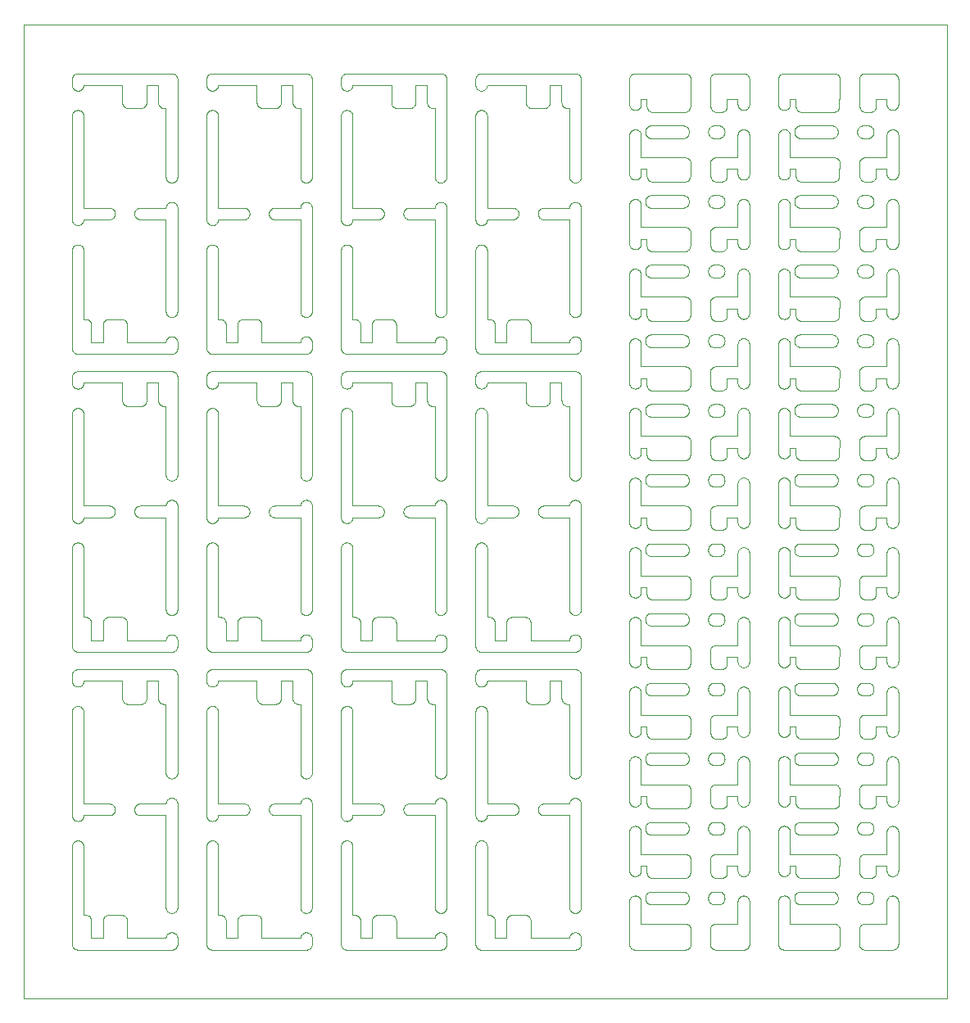
<source format=gm1>
G04 #@! TF.GenerationSoftware,KiCad,Pcbnew,9.0.6-9.0.6~ubuntu24.04.1*
G04 #@! TF.CreationDate,2026-01-17T19:17:03+01:00*
G04 #@! TF.ProjectId,panel,70616e65-6c2e-46b6-9963-61645f706362,rev?*
G04 #@! TF.SameCoordinates,Original*
G04 #@! TF.FileFunction,Profile,NP*
%FSLAX46Y46*%
G04 Gerber Fmt 4.6, Leading zero omitted, Abs format (unit mm)*
G04 Created by KiCad (PCBNEW 9.0.6-9.0.6~ubuntu24.04.1) date 2026-01-17 19:17:03*
%MOMM*%
%LPD*%
G01*
G04 APERTURE LIST*
G04 #@! TA.AperFunction,Profile*
%ADD10C,0.100000*%
G04 #@! TD*
G04 APERTURE END LIST*
D10*
X84298461Y-58830704D02*
X84296129Y-58860931D01*
X20093516Y-70911108D02*
X20097115Y-70940287D01*
X19469608Y-35800721D02*
X19499012Y-35800000D01*
X15608947Y-49185220D02*
X15633786Y-49200949D01*
X87340658Y-40492331D02*
X87310625Y-40496154D01*
X71075655Y-51890065D02*
X71061761Y-51863393D01*
X20744829Y-30596736D02*
X20764033Y-30618998D01*
X89491052Y-25285220D02*
X89516633Y-25270729D01*
X70750601Y-32598227D02*
X70751473Y-32569242D01*
X89769608Y-23199278D02*
X89740287Y-23197115D01*
X78070729Y-5316633D02*
X78085220Y-5291052D01*
X71450183Y-16180198D02*
X71421170Y-16171922D01*
X70956483Y-64611108D02*
X70961509Y-64582140D01*
X38397843Y-8564999D02*
X38370418Y-8554422D01*
X72359045Y-53883852D02*
X72374431Y-53910091D01*
X68329399Y-18871744D02*
X68300197Y-18880100D01*
X68552796Y-42535015D02*
X68580227Y-42545596D01*
X51064779Y-81408947D02*
X51049050Y-81433786D01*
X80057687Y-8891831D02*
X80033170Y-8873826D01*
X63053454Y-39617951D02*
X63082140Y-39611509D01*
X43614779Y-95308947D02*
X43599050Y-95333786D01*
X9392489Y-81357105D02*
X9379270Y-81383366D01*
X46800949Y-66866213D02*
X46817878Y-66842176D01*
X34230391Y-92000721D02*
X34259712Y-92002884D01*
X19353454Y-51482048D02*
X19325119Y-51474206D01*
X64459679Y-53745327D02*
X64483277Y-53726088D01*
X70763037Y-61620630D02*
X70757677Y-61590728D01*
X32802884Y-64259712D02*
X32800721Y-64230391D01*
X72275717Y-88172884D02*
X72245224Y-88181362D01*
X18911509Y-95117859D02*
X18906483Y-95088891D01*
X56911108Y-47093516D02*
X56882140Y-47088490D01*
X71283492Y-30508821D02*
X71257906Y-30491983D01*
X74757823Y-82917878D02*
X74781001Y-82935966D01*
X72115106Y-68062604D02*
X72141839Y-68076641D01*
X25352884Y-19559712D02*
X25350721Y-19530391D01*
X55916633Y-70129270D02*
X55891052Y-70114779D01*
X42535015Y-46702796D02*
X42525793Y-46674880D01*
X29797115Y-33459712D02*
X29793516Y-33488891D01*
X64585893Y-59233117D02*
X64564270Y-59211355D01*
X86296043Y-25891149D02*
X86276851Y-25867702D01*
X68947115Y-93440287D02*
X68949278Y-93469608D01*
X5599012Y-53500000D02*
X5600987Y-53500000D01*
X20814779Y-61491052D02*
X20829270Y-61516633D01*
X68754850Y-59190111D02*
X68734327Y-59212837D01*
X86400769Y-44415170D02*
X86400000Y-44384809D01*
X22390910Y-92085894D02*
X22416480Y-92071399D01*
X73806483Y-47311108D02*
X73811509Y-47282140D01*
X12159947Y-8596502D02*
X12130635Y-8598676D01*
X53466633Y-81629270D02*
X53441052Y-81614779D01*
X15240287Y-32202884D02*
X15269608Y-32200721D01*
X87513739Y-54838068D02*
X87486000Y-54850798D01*
X42953454Y-63017951D02*
X42982140Y-63011509D01*
X39446736Y-50744829D02*
X39425443Y-50724556D01*
X19242894Y-33942489D02*
X19216633Y-33929270D01*
X90400000Y-8200987D02*
X90399278Y-8230391D01*
X10318549Y-39157918D02*
X10301618Y-39133890D01*
X25420729Y-81383366D02*
X25407510Y-81357105D01*
X51104403Y-50530227D02*
X51092489Y-50557105D01*
X84131839Y-10856689D02*
X84138590Y-10887596D01*
X89235015Y-80402796D02*
X89225793Y-80374880D01*
X62657510Y-32742894D02*
X62670729Y-32716633D01*
X84318618Y-58052166D02*
X84309122Y-58078314D01*
X86683942Y-37709098D02*
X86658336Y-37692281D01*
X19500987Y-39600000D02*
X19530391Y-39600721D01*
X62755170Y-82996736D02*
X62775443Y-82975443D01*
X74954403Y-90369772D02*
X74964984Y-90397203D01*
X84149228Y-32600045D02*
X84149221Y-32700095D01*
X64587974Y-24861093D02*
X64615168Y-24848700D01*
X84058901Y-68283623D02*
X84074285Y-68309830D01*
X29111108Y-30193516D02*
X29082140Y-30188490D01*
X15417859Y-66611509D02*
X15446545Y-66617951D01*
X89317878Y-54242176D02*
X89335966Y-54218998D01*
X79688004Y-76107936D02*
X79678253Y-76079395D01*
X89653454Y-51982048D02*
X89625119Y-51974206D01*
X52133123Y-61300908D02*
X52157157Y-61317830D01*
X15897115Y-32740287D02*
X15899278Y-32769608D01*
X79197115Y-65859712D02*
X79193516Y-65888891D01*
X23214033Y-81481001D02*
X23194829Y-81503263D01*
X88091089Y-8498408D02*
X88085679Y-8526701D01*
X33042176Y-5117878D02*
X33066213Y-5100949D01*
X86276134Y-32233218D02*
X86295367Y-32209634D01*
X29581001Y-33864033D02*
X29557823Y-33882121D01*
X8200000Y-61799012D02*
X8200721Y-61769608D01*
X72411928Y-18508117D02*
X72400670Y-18536301D01*
X57381001Y-95464033D02*
X57357823Y-95482121D01*
X80309426Y-73792344D02*
X80279721Y-73787033D01*
X14966213Y-93900949D02*
X14991052Y-93885220D01*
X84097532Y-32943478D02*
X84085000Y-32969904D01*
X78057510Y-54342894D02*
X78070729Y-54316633D01*
X87457649Y-18862099D02*
X87428747Y-18871946D01*
X38266875Y-70099091D02*
X38242841Y-70082169D01*
X71549012Y-13700000D02*
X73792636Y-13700000D01*
X50325119Y-30425793D02*
X50353454Y-30417951D01*
X20864984Y-30797203D02*
X20874206Y-30825119D01*
X89257510Y-73257105D02*
X89245596Y-73230227D01*
X79064033Y-75818998D02*
X79082121Y-75842176D01*
X89285220Y-11091052D02*
X89300949Y-11066213D01*
X86400000Y-87584809D02*
X86400000Y-86907363D01*
X73935966Y-90218998D02*
X73955170Y-90196736D01*
X79925366Y-8765785D02*
X79907246Y-8740983D01*
X90397115Y-40140287D02*
X90399278Y-40169608D01*
X87564882Y-68090171D02*
X87590782Y-68107107D01*
X71000769Y-58815170D02*
X71000000Y-58784809D01*
X90002796Y-68435015D02*
X90030227Y-68445596D01*
X68360566Y-23396160D02*
X68330350Y-23398460D01*
X47211108Y-82293516D02*
X47182140Y-82288490D01*
X14700721Y-49669608D02*
X14702884Y-49640287D01*
X86400769Y-15615170D02*
X86400000Y-15584809D01*
X57514779Y-63291052D02*
X57529270Y-63316633D01*
X63200987Y-82800000D02*
X63230391Y-82800721D01*
X83699677Y-60819765D02*
X83728697Y-60828037D01*
X38280333Y-30535911D02*
X38302593Y-30555107D01*
X74657105Y-66342489D02*
X74630227Y-66354403D01*
X84347115Y-86240287D02*
X84349278Y-86269608D01*
X90388490Y-25682140D02*
X90393516Y-25711108D01*
X86150769Y-75915170D02*
X86150000Y-75884809D01*
X29402796Y-30164984D02*
X29374880Y-30174206D01*
X79650000Y-90215189D02*
X79650773Y-90184737D01*
X56402884Y-18840287D02*
X56406483Y-18811108D01*
X84129894Y-47250988D02*
X84121381Y-47280548D01*
X86408991Y-76392736D02*
X86384608Y-76374936D01*
X22611108Y-30406483D02*
X22640287Y-30402884D01*
X43357105Y-16242489D02*
X43330227Y-16254403D01*
X24601127Y-94399847D02*
X24607337Y-94399999D01*
X78933786Y-37499050D02*
X78908947Y-37514779D01*
X38343544Y-70142513D02*
X38317288Y-70129299D01*
X83952796Y-5035015D02*
X83980227Y-5045596D01*
X28775443Y-18475443D02*
X28796736Y-18455170D01*
X79024556Y-44624556D02*
X79003263Y-44644829D01*
X6199278Y-54069608D02*
X6200000Y-54099012D01*
X39250000Y-81099012D02*
X39250721Y-81069608D01*
X74708947Y-66314779D02*
X74683366Y-66329270D01*
X29644829Y-63196736D02*
X29664033Y-63218998D01*
X80109089Y-23323876D02*
X80082982Y-23308504D01*
X68713502Y-53996182D02*
X68723469Y-54026193D01*
X78830227Y-37554403D02*
X78802796Y-37564984D01*
X68150067Y-46400762D02*
X68180350Y-46401535D01*
X83813549Y-69238156D02*
X83785873Y-69250846D01*
X22318998Y-61335967D02*
X22342176Y-61317879D01*
X63025119Y-66374206D02*
X62997203Y-66364984D01*
X64507418Y-69191638D02*
X64482819Y-69173546D01*
X71292894Y-5057510D02*
X71319772Y-5045596D01*
X57230227Y-63045596D02*
X57257105Y-63057510D01*
X68450195Y-59380101D02*
X68420634Y-59386961D01*
X47042894Y-20642489D02*
X47016633Y-20629270D01*
X33400987Y-53500000D02*
X33430391Y-53500721D01*
X78117878Y-87757823D02*
X78100949Y-87733786D01*
X25832140Y-81688490D02*
X25803454Y-81682048D01*
X79201127Y-49699847D02*
X79207338Y-49699999D01*
X64438643Y-40335728D02*
X64416774Y-40313993D01*
X84326890Y-36425605D02*
X84318618Y-36452166D01*
X42953454Y-91782048D02*
X42925119Y-91774206D01*
X80189373Y-47696154D02*
X80159426Y-47692344D01*
X79174206Y-76025119D02*
X79182048Y-76053454D01*
X25505170Y-19096736D02*
X25525443Y-19075443D01*
X72491099Y-80854000D02*
X72467202Y-80873537D01*
X51132048Y-50446545D02*
X51124206Y-50474880D01*
X78342894Y-39657510D02*
X78369772Y-39645596D01*
X62617951Y-83253454D02*
X62625793Y-83225119D01*
X84208319Y-51917307D02*
X84191655Y-51942562D01*
X90329270Y-66083366D02*
X90314779Y-66108947D01*
X86546736Y-13855170D02*
X86568998Y-13835966D01*
X71171289Y-68028040D02*
X71200321Y-68019765D01*
X68949353Y-65088640D02*
X68947417Y-65116392D01*
X68749226Y-90300040D02*
X68748456Y-90330386D01*
X5002884Y-67859712D02*
X5000721Y-67830391D01*
X53441052Y-80585220D02*
X53466633Y-80570729D01*
X80009950Y-59254903D02*
X79987283Y-59234443D01*
X64400007Y-86907334D02*
X64399848Y-86901126D01*
X47502796Y-22735015D02*
X47530227Y-22745596D01*
X64250000Y-32615189D02*
X64250769Y-32584829D01*
X68673792Y-54591059D02*
X68658431Y-54617131D01*
X19191052Y-51414779D02*
X19166213Y-51399050D01*
X71584824Y-80999230D02*
X71569648Y-80998460D01*
X72573860Y-15966786D02*
X72554681Y-15990307D01*
X75000000Y-90599012D02*
X75000000Y-95000987D01*
X71060737Y-54824787D02*
X71033980Y-54809121D01*
X53492894Y-18957510D02*
X53519772Y-18945596D01*
X70983208Y-60926142D02*
X71007681Y-60908171D01*
X5908947Y-68314779D02*
X5883366Y-68329270D01*
X33282140Y-22711509D02*
X33311108Y-22706483D01*
X79114779Y-11091052D02*
X79129270Y-11116633D01*
X72449140Y-32716946D02*
X72448462Y-32730316D01*
X79064033Y-83018998D02*
X79082121Y-83042176D01*
X57333786Y-49200949D02*
X57357823Y-49217878D01*
X70826056Y-53909208D02*
X70841469Y-53883023D01*
X57059712Y-35802884D02*
X57088891Y-35806483D01*
X29754403Y-63369772D02*
X29764984Y-63397203D01*
X68438891Y-95593516D02*
X68409712Y-95597115D01*
X72670812Y-8582344D02*
X72661389Y-8609565D01*
X74844829Y-23003263D02*
X74824556Y-23024556D01*
X72342346Y-68258428D02*
X72359045Y-68283852D01*
X6488891Y-61206483D02*
X6517859Y-61211509D01*
X56402884Y-60459712D02*
X56400721Y-60430391D01*
X62842176Y-32517878D02*
X62866213Y-32500949D01*
X89800987Y-88000000D02*
X89799012Y-88000000D01*
X55625793Y-38974880D02*
X55617951Y-38946545D01*
X83729093Y-62071837D02*
X83700028Y-62080142D01*
X71165644Y-80812804D02*
X71145148Y-80790102D01*
X46717951Y-84753454D02*
X46725793Y-84725119D01*
X48582121Y-61442176D02*
X48599050Y-61466213D01*
X86212005Y-75536107D02*
X86226056Y-75509208D01*
X78342894Y-95542489D02*
X78316633Y-95529270D01*
X38018592Y-38946708D02*
X38012143Y-38918030D01*
X63807363Y-71300000D02*
X68350987Y-71300000D01*
X15829270Y-63316633D02*
X15842489Y-63342894D01*
X79727126Y-53907286D02*
X79742710Y-53881041D01*
X79776549Y-11467315D02*
X79758290Y-11442487D01*
X56535966Y-18518998D02*
X56555170Y-18496736D01*
X64789373Y-69296154D02*
X64759426Y-69292344D01*
X90083366Y-75670729D02*
X90108947Y-75685220D01*
X19055170Y-35996736D02*
X19075443Y-35975443D01*
X95392636Y0D02*
X7363Y0D01*
X83580351Y-33298460D02*
X83565244Y-33299226D01*
X86150000Y-83015189D02*
X86150783Y-82984550D01*
X84148572Y-32727937D02*
X84146630Y-32755708D01*
X11819772Y-18945596D02*
X11847203Y-18935015D01*
X86571167Y-40471921D02*
X86542608Y-40462195D01*
X5540287Y-64797115D02*
X5511108Y-64793516D01*
X78006483Y-87488891D02*
X78002884Y-87459712D01*
X68465758Y-89690713D02*
X68491007Y-89707262D01*
X84339691Y-29171475D02*
X84333919Y-29198689D01*
X83640949Y-10407714D02*
X83670618Y-10413036D01*
X57514779Y-94091052D02*
X57529270Y-94116633D01*
X79688657Y-75590312D02*
X79700067Y-75561987D01*
X88078466Y-73356366D02*
X88070106Y-73384533D01*
X64763620Y-73750636D02*
X64736005Y-73737941D01*
X87428709Y-69271958D02*
X87399677Y-69280233D01*
X90364984Y-25597203D02*
X90374206Y-25625119D01*
X36425119Y-61225793D02*
X36453454Y-61217951D01*
X33066213Y-33899050D02*
X33042176Y-33882121D01*
X79945290Y-66390275D02*
X79926073Y-66366699D01*
X51898872Y-67800152D02*
X51892662Y-67800000D01*
X19382140Y-37588490D02*
X19353454Y-37582048D01*
X70858171Y-46657681D02*
X70876134Y-46633218D01*
X86505170Y-49896736D02*
X86525443Y-49875443D01*
X84121381Y-68880548D02*
X84111357Y-68909644D01*
X87837732Y-68816809D02*
X87831374Y-68845177D01*
X70841494Y-25082982D02*
X70858167Y-25057687D01*
X70802450Y-61743441D02*
X70790122Y-61713571D01*
X80159270Y-89607678D02*
X80189374Y-89603844D01*
X79197115Y-61740287D02*
X79199278Y-61769608D01*
X55775443Y-8424556D02*
X55755170Y-8403263D01*
X86571167Y-47671921D02*
X86542608Y-47662195D01*
X52119665Y-39264088D02*
X52097405Y-39244892D01*
X64377819Y-61031055D02*
X64396669Y-61008122D01*
X33169772Y-39645596D02*
X33197203Y-39635015D01*
X71125443Y-5175443D02*
X71146736Y-5155170D01*
X84174185Y-44766365D02*
X84154850Y-44790111D01*
X43688490Y-15817859D02*
X43682048Y-15846545D01*
X33630227Y-84345596D02*
X33657105Y-84357510D01*
X62625793Y-47225119D02*
X62635015Y-47197203D01*
X83963300Y-46566114D02*
X83984756Y-46587614D01*
X89202884Y-37059712D02*
X89200721Y-37030391D01*
X50580391Y-80500721D02*
X50609712Y-80502884D01*
X72421831Y-75620880D02*
X72430097Y-75649791D01*
X79859679Y-46545327D02*
X79883277Y-46526088D01*
X18906483Y-67888891D02*
X18902884Y-67859712D01*
X33602796Y-8835015D02*
X33630227Y-8845596D01*
X90342489Y-61542894D02*
X90354403Y-61569772D01*
X86542349Y-10437899D02*
X86571251Y-10428052D01*
X71007510Y-14042894D02*
X71020729Y-14016633D01*
X80159261Y-39207678D02*
X80189367Y-39203844D01*
X79154403Y-47169772D02*
X79164984Y-47197203D01*
X15703263Y-95444829D02*
X15681001Y-95464033D01*
X64377819Y-46631055D02*
X64396669Y-46608122D01*
X79129270Y-61516633D02*
X79142489Y-61542894D01*
X68633366Y-20970729D02*
X68658947Y-20985220D01*
X27792636Y-37000000D02*
X26607362Y-37000000D01*
X70975793Y-57325119D02*
X70985015Y-57297203D01*
X72085794Y-33250879D02*
X72057670Y-33262088D01*
X68814033Y-5218998D02*
X68832121Y-5242176D01*
X19530391Y-84300721D02*
X19559712Y-84302884D01*
X46757510Y-5342894D02*
X46770729Y-5316633D01*
X34000000Y-80492661D02*
X34000152Y-80498872D01*
X86749564Y-60800726D02*
X87234374Y-60800022D01*
X40429270Y-39083366D02*
X40414779Y-39108947D01*
X78002884Y-95059712D02*
X78000721Y-95030391D01*
X71282946Y-8908479D02*
X71257551Y-8891734D01*
X32800000Y-5599012D02*
X32800721Y-5569608D01*
X5155170Y-20503263D02*
X5135966Y-20481001D01*
X72623941Y-30290793D02*
X72608529Y-30316975D01*
X47388891Y-37593516D02*
X47359712Y-37597115D01*
X6082121Y-39842176D02*
X6099050Y-39866213D01*
X79711750Y-40163367D02*
X79699179Y-40135951D01*
X87560189Y-8996198D02*
X87530350Y-8998481D01*
X79688234Y-39591456D02*
X79699547Y-39563207D01*
X32917878Y-51257823D02*
X32900949Y-51233786D01*
X64485490Y-11575612D02*
X64461436Y-11556172D01*
X78397203Y-73564984D02*
X78369772Y-73554403D01*
X42617878Y-32442176D02*
X42635966Y-32418998D01*
X5397203Y-70435015D02*
X5425119Y-70425793D01*
X6182048Y-37146545D02*
X6174206Y-37174880D01*
X15417859Y-79911509D02*
X15446545Y-79917951D01*
X79837149Y-10565682D02*
X79859670Y-10545335D01*
X46966213Y-64699050D02*
X46942176Y-64682121D01*
X70769898Y-54049800D02*
X70778248Y-54020620D01*
X86407681Y-46508171D02*
X86433023Y-46491469D01*
X79882751Y-54773494D02*
X79859218Y-54754269D01*
X78057510Y-30057105D02*
X78045596Y-30030227D01*
X78117878Y-30157823D02*
X78100949Y-30133786D01*
X73802884Y-65859712D02*
X73800721Y-65830391D01*
X43700000Y-95000987D02*
X43699278Y-95030391D01*
X63624556Y-61375443D02*
X63644829Y-61396736D01*
X74169772Y-51954403D02*
X74142894Y-51942489D01*
X64823328Y-66572593D02*
X64794070Y-66562733D01*
X79199278Y-58630391D02*
X79197115Y-58659712D01*
X71075918Y-80690539D02*
X71061920Y-80663717D01*
X68938490Y-28582140D02*
X68943516Y-28611108D01*
X70763037Y-18420630D02*
X70757677Y-18390728D01*
X43246545Y-91782048D02*
X43217859Y-91788490D01*
X29140287Y-16297115D02*
X29111108Y-16293516D01*
X27811509Y-8117859D02*
X27806483Y-8088891D01*
X29800000Y-15700987D02*
X29799278Y-15730391D01*
X64507375Y-87941168D02*
X64490851Y-87915978D01*
X33253454Y-22717951D02*
X33282140Y-22711509D01*
X68496545Y-92917951D02*
X68524880Y-92925793D01*
X86641052Y-13785220D02*
X86666633Y-13770729D01*
X74340287Y-66397115D02*
X74311108Y-66393516D01*
X64849802Y-16180101D02*
X64820626Y-16171752D01*
X87590572Y-52192344D02*
X87560625Y-52196154D01*
X5000721Y-37030391D02*
X5000000Y-37000987D01*
X28685220Y-32491052D02*
X28700949Y-32466213D01*
X68142320Y-76499998D02*
X64849931Y-76499236D01*
X5717859Y-84311509D02*
X5746545Y-84317951D01*
X5017951Y-81846545D02*
X5011509Y-81817859D01*
X89888891Y-90006483D02*
X89917859Y-90011509D01*
X84299992Y-14907358D02*
X84299260Y-15600428D01*
X89192661Y-85699999D02*
X89198872Y-85699847D01*
X84347417Y-14716392D02*
X84344194Y-14744023D01*
X87429583Y-24828314D02*
X87457737Y-24837931D01*
X9253263Y-19055170D02*
X9274556Y-19075443D01*
X84300174Y-22100209D02*
X84299992Y-22107334D01*
X68731839Y-32456689D02*
X68738590Y-32487596D01*
X62755170Y-10996736D02*
X62775443Y-10975443D01*
X33340287Y-6797115D02*
X33311108Y-6793516D01*
X74683366Y-10870729D02*
X74708947Y-10885220D01*
X78035015Y-22802796D02*
X78025793Y-22774880D01*
X74630227Y-61245596D02*
X74657105Y-61257510D01*
X5599012Y-39600000D02*
X5600987Y-39600000D01*
X90299050Y-30133786D02*
X90282121Y-30157823D01*
X86719648Y-60801517D02*
X86749564Y-60800726D01*
X46706483Y-67888891D02*
X46702884Y-67859712D01*
X84058947Y-56985220D02*
X84083786Y-57000949D01*
X6459712Y-92002884D02*
X6488891Y-92006483D01*
X63259712Y-10802884D02*
X63288891Y-10806483D01*
X74988490Y-11282140D02*
X74993516Y-11311108D01*
X68616882Y-44908585D02*
X68590658Y-44924013D01*
X24218549Y-39157918D02*
X24201618Y-39133890D01*
X86969648Y-44998460D02*
X86939376Y-44996154D01*
X83940328Y-76354663D02*
X83916721Y-76373910D01*
X84138598Y-75687639D02*
X84143242Y-75715515D01*
X15300987Y-34000000D02*
X5599012Y-34000000D01*
X79815666Y-24987166D02*
X79837778Y-24965085D01*
X28625793Y-94225119D02*
X28635015Y-94197203D01*
X56445596Y-63369772D02*
X56457510Y-63342894D01*
X57588490Y-18782140D02*
X57593516Y-18811108D01*
X5630391Y-53500721D02*
X5659712Y-53502884D01*
X51150000Y-19500987D02*
X51149278Y-19530391D01*
X68731001Y-71435966D02*
X68753263Y-71455170D01*
X68466813Y-47608628D02*
X68440564Y-47624066D01*
X86407947Y-32107987D02*
X86433335Y-32091276D01*
X15300987Y-91800000D02*
X15299012Y-91800000D01*
X32845596Y-6430227D02*
X32835015Y-6402796D01*
X20099663Y-20114696D02*
X20099278Y-20130391D01*
X53207510Y-19757105D02*
X53195596Y-19730227D01*
X20093516Y-40111108D02*
X20097115Y-40140287D01*
X68791827Y-8742315D02*
X68773998Y-8766606D01*
X84136956Y-18420653D02*
X84130097Y-18450208D01*
X87829894Y-46849010D02*
X87836879Y-46878968D01*
X86366021Y-29198446D02*
X86360270Y-29171281D01*
X83849951Y-8980160D02*
X83820430Y-8987001D01*
X89597203Y-8764984D02*
X89569772Y-8754403D01*
X42502884Y-29659712D02*
X42500721Y-29630391D01*
X74982048Y-37146545D02*
X74974206Y-37174880D01*
X74733786Y-68500949D02*
X74757823Y-68517878D01*
X87704631Y-40290364D02*
X87684239Y-40312928D01*
X52396496Y-30940101D02*
X52398668Y-30969415D01*
X83983224Y-10586005D02*
X84003937Y-10608826D01*
X48544829Y-30596736D02*
X48564033Y-30618998D01*
X64670907Y-68028160D02*
X64699973Y-68019855D01*
X89355170Y-80603263D02*
X89335966Y-80581001D01*
X83915958Y-11574498D02*
X83891891Y-11592123D01*
X42269608Y-70199278D02*
X42240287Y-70197115D01*
X20300987Y-30400000D02*
X20330391Y-30400721D01*
X40183366Y-39329270D02*
X40157105Y-39342489D01*
X78266213Y-75700949D02*
X78291052Y-75685220D01*
X62796736Y-82955170D02*
X62818998Y-82935966D01*
X86407510Y-28442894D02*
X86420729Y-28416633D01*
X64671251Y-26071946D02*
X64642946Y-26062319D01*
X68507471Y-8962157D02*
X68478833Y-8971915D01*
X14855170Y-18496736D02*
X14875443Y-18475443D01*
X46817878Y-6557823D02*
X46800949Y-6533786D01*
X29430227Y-66645596D02*
X29457105Y-66657510D01*
X71290611Y-18896279D02*
X71261726Y-18892691D01*
X71091295Y-30316689D02*
X71075865Y-30290435D01*
X73885220Y-51708947D02*
X73870729Y-51683366D01*
X74964984Y-66002796D02*
X74954403Y-66030227D01*
X83963896Y-80937990D02*
X83936323Y-80950660D01*
X5045596Y-70769772D02*
X5057510Y-70742894D01*
X5218998Y-66735966D02*
X5242176Y-66717878D01*
X33929270Y-84616633D02*
X33942489Y-84642894D01*
X62818998Y-5135966D02*
X62842176Y-5117878D01*
X10770214Y-70199278D02*
X10740899Y-70197116D01*
X88107334Y-86900000D02*
X88101126Y-86900152D01*
X78002884Y-11340287D02*
X78006483Y-11311108D01*
X57599278Y-64230391D02*
X57597115Y-64259712D01*
X68734327Y-44812837D02*
X68712847Y-44834318D01*
X27806483Y-69688891D02*
X27802884Y-69659712D01*
X32811509Y-81817859D02*
X32806483Y-81788891D01*
X78957823Y-8682121D02*
X78933786Y-8699050D01*
X62606483Y-40111108D02*
X62611509Y-40082140D01*
X43433786Y-91699050D02*
X43408947Y-91714779D01*
X78196736Y-39755170D02*
X78218998Y-39735966D01*
X38453721Y-92369618D02*
X38464312Y-92397046D01*
X37250000Y-50300987D02*
X37249278Y-50330391D01*
X68386000Y-75249201D02*
X68413742Y-75261933D01*
X6844829Y-92196736D02*
X6864033Y-92218998D01*
X57564984Y-36197203D02*
X57574206Y-36225119D01*
X68284735Y-66599996D02*
X64999930Y-66599236D01*
X9158947Y-20014779D02*
X9133366Y-20029270D01*
X12019608Y-81699278D02*
X11990287Y-81697115D01*
X74988490Y-37117859D02*
X74982048Y-37146545D01*
X89625119Y-51974206D02*
X89597203Y-51964984D01*
X19166213Y-37499050D02*
X19142176Y-37482121D01*
X90057105Y-87942489D02*
X90030227Y-87954403D01*
X71216213Y-28200949D02*
X71241052Y-28185220D01*
X19674880Y-39625793D02*
X19702796Y-39635015D01*
X50696545Y-49717951D02*
X50724880Y-49725793D01*
X68949278Y-43069608D02*
X68950000Y-43099012D01*
X72448460Y-47130358D02*
X72446154Y-47160627D01*
X14835966Y-18518998D02*
X14855170Y-18496736D01*
X83610627Y-83696154D02*
X83580358Y-83698460D01*
X62625793Y-73174880D02*
X62617951Y-73146545D01*
X68687527Y-90564838D02*
X68673226Y-90592078D01*
X14725793Y-49525119D02*
X14735015Y-49497203D01*
X34007363Y-61200000D02*
X34200987Y-61200000D01*
X38219665Y-8464088D02*
X38197405Y-8444892D01*
X74311108Y-87993516D02*
X74282140Y-87988490D01*
X80339369Y-23396153D02*
X80309252Y-23392318D01*
X64533016Y-17691474D02*
X64559191Y-17676065D01*
X86295335Y-17809670D02*
X86315680Y-17787151D01*
X33733786Y-82199050D02*
X33708947Y-82214779D01*
X79776145Y-17833203D02*
X79795323Y-17809684D01*
X50000949Y-30666213D02*
X50017878Y-30642176D01*
X47900000Y-18892661D02*
X47900152Y-18898872D01*
X89217951Y-58746545D02*
X89211509Y-58717859D01*
X62670729Y-47116633D02*
X62685220Y-47091052D01*
X74091052Y-87914779D02*
X74066213Y-87899050D01*
X15657823Y-35917878D02*
X15681001Y-35935966D01*
X79200000Y-92892661D02*
X79200152Y-92898872D01*
X6142489Y-23042894D02*
X6154403Y-23069772D01*
X14757510Y-32542894D02*
X14770729Y-32516633D01*
X68409712Y-5002884D02*
X68438891Y-5006483D01*
X83670581Y-76486971D02*
X83640827Y-76492305D01*
X86487088Y-83638471D02*
X86460291Y-83624541D01*
X84146567Y-18143591D02*
X84148564Y-18171781D01*
X87837732Y-47216809D02*
X87831374Y-47245177D01*
X71334082Y-90899192D02*
X71319291Y-90898434D01*
X32800000Y-84899012D02*
X32800721Y-84869608D01*
X84057288Y-54618957D02*
X84040387Y-54644375D01*
X36057480Y-92343547D02*
X36070692Y-92317291D01*
X84339691Y-43571475D02*
X84333919Y-43598689D01*
X89270729Y-25516633D02*
X89285220Y-25491052D01*
X42299012Y-8600000D02*
X42269608Y-8599278D01*
X32800721Y-40169608D02*
X32802884Y-40140287D01*
X72660375Y-51812257D02*
X72649296Y-51839471D01*
X47125119Y-8825793D02*
X47153454Y-8817951D01*
X22391052Y-61285220D02*
X22416633Y-61270729D01*
X86545300Y-66390287D02*
X86526152Y-66366803D01*
X5000000Y-84899012D02*
X5000721Y-84869608D01*
X39285015Y-19702796D02*
X39275793Y-19674880D01*
X62611509Y-65917859D02*
X62606483Y-65888891D01*
X71107717Y-66341662D02*
X71090900Y-66316056D01*
X68385794Y-47650879D02*
X68357702Y-47662076D01*
X83728697Y-46428037D02*
X83757646Y-46437898D01*
X64400738Y-30000314D02*
X64400007Y-29307358D01*
X64299179Y-68935951D02*
X64288004Y-68907936D01*
X62866213Y-15899050D02*
X62842176Y-15882121D01*
X84149229Y-61500005D02*
X84148459Y-61530357D01*
X43130391Y-18300721D02*
X43159712Y-18302884D01*
X72323791Y-18666872D02*
X72304558Y-18690447D01*
X14717951Y-29746545D02*
X14711509Y-29717859D01*
X72278833Y-37771915D02*
X72249752Y-37780212D01*
X64857669Y-46400001D02*
X68150067Y-46400762D01*
X86352884Y-14240287D02*
X86356483Y-14211108D01*
X12614823Y-8308283D02*
X12599102Y-8333117D01*
X63664033Y-11018998D02*
X63682121Y-11042176D01*
X72411357Y-89990354D02*
X72421381Y-90019450D01*
X74369608Y-68400721D02*
X74399012Y-68400000D01*
X14735015Y-80297203D02*
X14745596Y-80269772D01*
X35992662Y-63599999D02*
X35998873Y-63599847D01*
X73885220Y-83091052D02*
X73900949Y-83066213D01*
X70843839Y-76220745D02*
X70828798Y-76195677D01*
X74914779Y-39891052D02*
X74929270Y-39916633D01*
X86367951Y-50153454D02*
X86375793Y-50125119D01*
X74488891Y-73593516D02*
X74459712Y-73597115D01*
X47907363Y-92000000D02*
X48100987Y-92000000D01*
X24118592Y-38946708D02*
X24112143Y-38918030D01*
X43099012Y-77900000D02*
X43069608Y-77899278D01*
X70990727Y-50877938D02*
X70981266Y-50851832D01*
X79777819Y-53831055D02*
X79796669Y-53808122D01*
X86361152Y-33155930D02*
X86338675Y-33135758D01*
X71216213Y-35400949D02*
X71241052Y-35385220D01*
X43664984Y-33602796D02*
X43654403Y-33630227D01*
X71034240Y-26009285D02*
X71008991Y-25992736D01*
X29644829Y-46903263D02*
X29624556Y-46924556D01*
X63754403Y-32769772D02*
X63764984Y-32797203D01*
X74282140Y-46811509D02*
X74311108Y-46806483D01*
X74066213Y-90100949D02*
X74091052Y-90085220D01*
X80279721Y-73787033D02*
X80250321Y-73780233D01*
X79757782Y-47441757D02*
X79741097Y-47416375D01*
X84007105Y-95542489D02*
X83980227Y-95554403D01*
X84117781Y-32891571D02*
X84108270Y-32917735D01*
X19325119Y-39625793D02*
X19353454Y-39617951D01*
X79933229Y-46491342D02*
X79959464Y-46475916D01*
X22217817Y-92242847D02*
X22235897Y-92219672D01*
X28866213Y-77799050D02*
X28842176Y-77782121D01*
X15300987Y-16300000D02*
X15299012Y-16300000D01*
X68330350Y-59398460D02*
X68315244Y-59399226D01*
X80109184Y-16123930D02*
X80083031Y-16108534D01*
X5746545Y-20682048D02*
X5717859Y-20688490D01*
X15829270Y-29883366D02*
X15814779Y-29908947D01*
X10664312Y-92397046D02*
X10673545Y-92424961D01*
X63782048Y-73146545D02*
X63774206Y-73174880D01*
X78196736Y-46955170D02*
X78218998Y-46935966D01*
X39267951Y-19646545D02*
X39261509Y-19617859D01*
X86407510Y-14042894D02*
X86420729Y-14016633D01*
X87486300Y-82449328D02*
X87513119Y-82461627D01*
X70984071Y-54774522D02*
X70960517Y-54755389D01*
X64253883Y-82939005D02*
X64257774Y-82908644D01*
X84332048Y-93353454D02*
X84338490Y-93382140D01*
X87538822Y-24874968D02*
X87564514Y-24889945D01*
X73802884Y-44259712D02*
X73800721Y-44230391D01*
X86689808Y-10403800D02*
X86719648Y-10401517D01*
X73996736Y-90155170D02*
X74018998Y-90135966D01*
X5425119Y-66625793D02*
X5453454Y-66617951D01*
X29557823Y-30082121D02*
X29533786Y-30099050D01*
X53368998Y-19964033D02*
X53346736Y-19944829D01*
X47042894Y-68342489D02*
X47016633Y-68329270D01*
X62891052Y-32485220D02*
X62916633Y-32470729D01*
X78085220Y-54291052D02*
X78100949Y-54266213D01*
X43599050Y-16033786D02*
X43582121Y-16057823D01*
X78045596Y-54369772D02*
X78057510Y-54342894D01*
X87280350Y-26098481D02*
X87250434Y-26099272D01*
X43654403Y-15930227D02*
X43642489Y-15957105D01*
X63199012Y-66400000D02*
X63169608Y-66399278D01*
X47153454Y-20682048D02*
X47125119Y-20674206D01*
X11716213Y-49800949D02*
X11741052Y-49785220D01*
X11495596Y-50530227D02*
X11485015Y-50502796D01*
X63682121Y-22957823D02*
X63664033Y-22981001D01*
X86315671Y-75387161D02*
X86337151Y-75365680D01*
X24308287Y-30485185D02*
X24333123Y-30500908D01*
X57564984Y-60602796D02*
X57554403Y-60630227D01*
X28197203Y-39364984D02*
X28169772Y-39354403D01*
X87650195Y-23380101D02*
X87620634Y-23386961D01*
X87400184Y-89619895D02*
X87429394Y-89628253D01*
X29169608Y-77899278D02*
X29140287Y-77897115D01*
X29317859Y-60988490D02*
X29288891Y-60993516D01*
X68266809Y-40487732D02*
X68238179Y-40492705D01*
X86600179Y-33280197D02*
X86571167Y-33271921D01*
X62611509Y-11282140D02*
X62617951Y-11253454D01*
X86225691Y-32990127D02*
X86211750Y-32963367D01*
X84126066Y-32864994D02*
X84117781Y-32891571D01*
X5600987Y-68400000D02*
X5599012Y-68400000D01*
X74683366Y-73529270D02*
X74657105Y-73542489D01*
X79200000Y-25799012D02*
X79200000Y-28092636D01*
X63374880Y-87974206D02*
X63346545Y-87982048D01*
X78717859Y-30388490D02*
X78688891Y-30393516D01*
X18902884Y-33459712D02*
X18900721Y-33430391D01*
X87736119Y-16150747D02*
X87708022Y-16161963D01*
X86719772Y-95554403D02*
X86692894Y-95542489D01*
X78175443Y-15824556D02*
X78155170Y-15803263D01*
X29644829Y-16103263D02*
X29624556Y-16124556D01*
X12159712Y-39397115D02*
X12130391Y-39399278D01*
X68413563Y-62038149D02*
X68385871Y-62050847D01*
X29764984Y-49497203D02*
X29774206Y-49525119D01*
X86258171Y-46657681D02*
X86276134Y-46633218D01*
X72334830Y-73751298D02*
X72307052Y-73762319D01*
X56691052Y-79985220D02*
X56716633Y-79970729D01*
X79669897Y-40050195D02*
X79663037Y-40020634D01*
X78883366Y-59129270D02*
X78857105Y-59142489D01*
X64395730Y-11490783D02*
X64376175Y-11466824D01*
X19017878Y-51257823D02*
X19000949Y-51233786D01*
X6824556Y-92175443D02*
X6844829Y-92196736D01*
X74993516Y-5511108D02*
X74997115Y-5540287D01*
X68563896Y-80937990D02*
X68536323Y-80950660D01*
X78196736Y-90155170D02*
X78218998Y-90135966D01*
X29799278Y-32769608D02*
X29800000Y-32799012D01*
X87530364Y-88198459D02*
X87515175Y-88199230D01*
X73792636Y-36500000D02*
X72707358Y-36500000D01*
X53690287Y-81697115D02*
X53661108Y-81693516D01*
X9438490Y-81217859D02*
X9432048Y-81246545D01*
X63800000Y-42492661D02*
X63800152Y-42498872D01*
X42498872Y-70200152D02*
X42492661Y-70200000D01*
X47829270Y-70716633D02*
X47842489Y-70742894D01*
X29729270Y-29883366D02*
X29714779Y-29908947D01*
X64341332Y-40216752D02*
X64325713Y-40190168D01*
X68904403Y-35669772D02*
X68914984Y-35697203D01*
X74630227Y-10845596D02*
X74657105Y-10857510D01*
X25367951Y-81246545D02*
X25361509Y-81217859D01*
X42570729Y-94116633D02*
X42585220Y-94091052D01*
X70952884Y-64640287D02*
X70956483Y-64611108D01*
X68385459Y-24848970D02*
X68412871Y-24861508D01*
X47042894Y-33942489D02*
X47016633Y-33929270D01*
X52314111Y-61490940D02*
X52328605Y-61516512D01*
X11792894Y-50842489D02*
X11766633Y-50829270D01*
X18911509Y-23182140D02*
X18917951Y-23153454D01*
X51829541Y-92000751D02*
X51858864Y-92002902D01*
X63788490Y-87517859D02*
X63782048Y-87546545D01*
X63259712Y-32402884D02*
X63288891Y-32406483D01*
X79142489Y-66057105D02*
X79129270Y-66083366D01*
X36852796Y-81664984D02*
X36824880Y-81674206D01*
X14770729Y-49416633D02*
X14785220Y-49391052D01*
X86709205Y-16123941D02*
X86683023Y-16108529D01*
X73792661Y-13699999D02*
X73798872Y-13699847D01*
X87821381Y-18019450D02*
X87829894Y-18049010D01*
X68746566Y-61343576D02*
X68748563Y-61371759D01*
X79861810Y-66263493D02*
X79849128Y-66235832D01*
X89317878Y-22957823D02*
X89300949Y-22933786D01*
X64971102Y-66598535D02*
X64942352Y-66596449D01*
X83990619Y-44924035D02*
X83963746Y-44938063D01*
X64278253Y-18479395D02*
X64269897Y-18450195D01*
X86350721Y-50269608D02*
X86352884Y-50240287D01*
X79965683Y-52012850D02*
X79945290Y-51990275D01*
X63557823Y-10917878D02*
X63581001Y-10935966D01*
X63200987Y-90000000D02*
X63230391Y-90000721D01*
X90057105Y-90057510D02*
X90083366Y-90070729D01*
X74844829Y-25396736D02*
X74864033Y-25418998D01*
X84149229Y-68700005D02*
X84148459Y-68730357D01*
X62891052Y-10885220D02*
X62916633Y-10870729D01*
X70967951Y-78953454D02*
X70975793Y-78925119D01*
X70950000Y-21499012D02*
X70950721Y-21469608D01*
X19382140Y-8811509D02*
X19411108Y-8806483D01*
X89946545Y-32417951D02*
X89974880Y-32425793D01*
X48688490Y-61682140D02*
X48693516Y-61711108D01*
X5316633Y-39670729D02*
X5342894Y-39657510D01*
X64533016Y-82491474D02*
X64559191Y-82476065D01*
X71091251Y-80716620D02*
X71075918Y-80690539D01*
X9080227Y-49745596D02*
X9107105Y-49757510D01*
X87829894Y-82849010D02*
X87836879Y-82878968D01*
X74602796Y-25235015D02*
X74630227Y-25245596D01*
X10212149Y-8118019D02*
X10207113Y-8089051D01*
X79650769Y-54315170D02*
X79650000Y-54284809D01*
X38499399Y-92598854D02*
X38499997Y-94392638D01*
X32955170Y-22896736D02*
X32975443Y-22875443D01*
X72363119Y-23338371D02*
X72336323Y-23350660D01*
X6082121Y-51257823D02*
X6064033Y-51281001D01*
X78025793Y-68825119D02*
X78035015Y-68797203D01*
X86199179Y-47335951D02*
X86188004Y-47307936D01*
X64400007Y-50907334D02*
X64399848Y-50901126D01*
X43481001Y-91664033D02*
X43457823Y-91682121D01*
X71000769Y-8415170D02*
X71000000Y-8384809D01*
X78453454Y-87982048D02*
X78425119Y-87974206D01*
X79678663Y-68419305D02*
X79688641Y-68390355D01*
X71033023Y-53691469D02*
X71059178Y-53676072D01*
X28657510Y-15957105D02*
X28645596Y-15930227D01*
X5717859Y-8811509D02*
X5746545Y-8817951D01*
X47069772Y-20654403D02*
X47042894Y-20642489D01*
X80083031Y-80908534D02*
X80057691Y-80891834D01*
X68688889Y-46737945D02*
X68701964Y-46766739D01*
X29200987Y-64800000D02*
X19499012Y-64800000D01*
X90244829Y-51803263D02*
X90224556Y-51824556D01*
X78045596Y-8430227D02*
X78035015Y-8402796D01*
X72358481Y-90617051D02*
X72341800Y-90642356D01*
X83785794Y-47650879D02*
X83757702Y-47662076D01*
X71145270Y-30390253D02*
X71126040Y-30366657D01*
X62969772Y-46845596D02*
X62997203Y-46835015D01*
X79200000Y-87400987D02*
X79199278Y-87430391D01*
X87530350Y-44998481D02*
X87500434Y-44999272D01*
X71003844Y-87660624D02*
X71001539Y-87630352D01*
X29346545Y-30182048D02*
X29317859Y-30188490D01*
X47888490Y-53982140D02*
X47893516Y-54011108D01*
X14800949Y-91533786D02*
X14785220Y-91508947D01*
X84041708Y-10657511D02*
X84058666Y-10683246D01*
X43217859Y-66611509D02*
X43246545Y-66617951D01*
X9349050Y-19166213D02*
X9364779Y-19191052D01*
X84074307Y-53909870D02*
X84088889Y-53937945D01*
X8798760Y-92000588D02*
X10100135Y-92000041D01*
X72446334Y-39741141D02*
X72448547Y-39769646D01*
X68774556Y-28275443D02*
X68794829Y-28296736D01*
X10301970Y-92034976D02*
X10329406Y-92045547D01*
X62657510Y-58857105D02*
X62645596Y-58830227D01*
X39592894Y-80557510D02*
X39619772Y-80545596D01*
X68746136Y-54360791D02*
X68742282Y-54390968D01*
X84148562Y-46971747D02*
X84149229Y-47000000D01*
X29699050Y-77633786D02*
X29682121Y-77657823D01*
X38441797Y-92342742D02*
X38453721Y-92369618D01*
X63682121Y-58957823D02*
X63664033Y-58981001D01*
X73996736Y-37444829D02*
X73975443Y-37424556D01*
X68748459Y-11130357D02*
X68746155Y-11160619D01*
X68315175Y-16199230D02*
X68284804Y-16200000D01*
X71266633Y-92970729D02*
X71292894Y-92957510D01*
X74864033Y-58981001D02*
X74844829Y-59003263D01*
X68561355Y-17764270D02*
X68583224Y-17786005D01*
X28592636Y-8600000D02*
X28399012Y-8600000D01*
X74733786Y-5100949D02*
X74757823Y-5117878D01*
X87457038Y-32037673D02*
X87485257Y-32048882D01*
X78006483Y-11311108D02*
X78011509Y-11282140D01*
X63508947Y-54085220D02*
X63533786Y-54100949D01*
X86367951Y-93353454D02*
X86375793Y-93325119D01*
X78830227Y-30354403D02*
X78802796Y-30364984D01*
X89597203Y-37564984D02*
X89569772Y-37554403D01*
X43599050Y-29933786D02*
X43582121Y-29957823D01*
X63483366Y-37529270D02*
X63457105Y-37542489D01*
X87560636Y-88196154D02*
X87530364Y-88198459D01*
X63624556Y-30224556D02*
X63603263Y-30244829D01*
X86258290Y-40242487D02*
X86241332Y-40216752D01*
X34797115Y-92540287D02*
X34799278Y-92569608D01*
X90002796Y-80764984D02*
X89974880Y-80774206D01*
X86163037Y-18420634D02*
X86157683Y-18390762D01*
X73825793Y-90425119D02*
X73835015Y-90397203D01*
X83983224Y-32186005D02*
X84003937Y-32208826D01*
X74899050Y-44533786D02*
X74882121Y-44557823D01*
X19730227Y-53545596D02*
X19757105Y-53557510D01*
X62818998Y-44664033D02*
X62796736Y-44644829D01*
X26582048Y-38946544D02*
X26574206Y-38974880D01*
X79154403Y-68769772D02*
X79164984Y-68797203D01*
X87486000Y-83650798D02*
X87457649Y-83662099D01*
X63317859Y-23188490D02*
X63288891Y-23193516D01*
X78006483Y-22688891D02*
X78002884Y-22659712D01*
X53346736Y-19055170D02*
X53368998Y-19035966D01*
X25420729Y-19783366D02*
X25407510Y-19757105D01*
X86485966Y-21118998D02*
X86505170Y-21096736D01*
X79024556Y-61375443D02*
X79044829Y-61396736D01*
X63483366Y-30329270D02*
X63457105Y-30342489D01*
X86276134Y-46633218D02*
X86295329Y-46609677D01*
X19559712Y-20697115D02*
X19530391Y-20699278D01*
X86407510Y-35642894D02*
X86420729Y-35616633D01*
X84072872Y-47392712D02*
X84057288Y-47418957D01*
X62600721Y-5569608D02*
X62602884Y-5540287D01*
X57593516Y-91288891D02*
X57588490Y-91317859D01*
X50667859Y-49711509D02*
X50696545Y-49717951D01*
X79882751Y-76373494D02*
X79859218Y-76354269D01*
X78242176Y-59082121D02*
X78218998Y-59064033D01*
X28916633Y-79970729D02*
X28942894Y-79957510D01*
X68746152Y-90360641D02*
X68742318Y-90390741D01*
X68938490Y-42982140D02*
X68943516Y-43011108D01*
X15897115Y-49640287D02*
X15899278Y-49669608D01*
X84090321Y-88054669D02*
X84066803Y-88073846D01*
X71008991Y-90792736D02*
X70984608Y-90774936D01*
X33042176Y-35917878D02*
X33066213Y-35900949D01*
X15583366Y-49170729D02*
X15608947Y-49185220D01*
X68658947Y-78585220D02*
X68683786Y-78600949D01*
X56596736Y-30044829D02*
X56575443Y-30024556D01*
X87485794Y-40450879D02*
X87457670Y-40462088D01*
X72400670Y-11336301D02*
X72387999Y-11363878D01*
X87678709Y-44971958D02*
X87649677Y-44980233D01*
X70975793Y-71725119D02*
X70985015Y-71697203D01*
X64683246Y-44908666D02*
X64657511Y-44891708D01*
X78659712Y-46802884D02*
X78688891Y-46806483D01*
X54388490Y-69717858D02*
X54382048Y-69746544D01*
X68712545Y-16034601D02*
X68690084Y-16054871D01*
X47359712Y-8802884D02*
X47388891Y-8806483D01*
X37179270Y-19216633D02*
X37192489Y-19242894D01*
X51900002Y-67807337D02*
X51899847Y-67801127D01*
X89974880Y-73574206D02*
X89946545Y-73582048D01*
X20446545Y-61217951D02*
X20474880Y-61225793D01*
X62775443Y-46975443D02*
X62796736Y-46955170D01*
X89192661Y-35299999D02*
X89198872Y-35299847D01*
X71142328Y-32037910D02*
X71170970Y-32028141D01*
X71035220Y-35591052D02*
X71050949Y-35566213D01*
X78035015Y-8402796D02*
X78025793Y-8374880D01*
X64834760Y-82400772D02*
X64865259Y-82400003D01*
X86169925Y-82849700D02*
X86178264Y-82820567D01*
X68439707Y-24875457D02*
X68465758Y-24890713D01*
X63082140Y-18011509D02*
X63111108Y-18006483D01*
X32825793Y-81874880D02*
X32817951Y-81846545D01*
X72699992Y-50907358D02*
X72699260Y-51600313D01*
X79838643Y-11535728D02*
X79816774Y-11513993D01*
X62645596Y-73230227D02*
X62635015Y-73202796D01*
X87592317Y-69191827D02*
X87566975Y-69208529D01*
X64508991Y-33192736D02*
X64484608Y-33174936D01*
X53661108Y-80506483D02*
X53690287Y-80502884D01*
X79003263Y-90155170D02*
X79024556Y-90175443D01*
X68584756Y-68187614D02*
X68605096Y-68210175D01*
X87912655Y-16034499D02*
X87890053Y-16054895D01*
X87662847Y-47534318D02*
X87640328Y-47554663D01*
X74574880Y-39625793D02*
X74602796Y-39635015D01*
X64288004Y-90507936D02*
X64278253Y-90479395D01*
X72141839Y-46476641D02*
X72167831Y-46492006D01*
X74974206Y-68825119D02*
X74982048Y-68853454D01*
X33993516Y-54011108D02*
X33997115Y-54040287D01*
X79188490Y-83282140D02*
X79193516Y-83311108D01*
X46717951Y-9253454D02*
X46725793Y-9225119D01*
X29346545Y-93817951D02*
X29374880Y-93825793D01*
X5540287Y-51497115D02*
X5511108Y-51493516D01*
X63800152Y-29301127D02*
X63800000Y-29307338D01*
X72387723Y-54564425D02*
X72373685Y-54591243D01*
X89200000Y-65800987D02*
X89200000Y-65307363D01*
X86150769Y-25515170D02*
X86150000Y-25484809D01*
X19035966Y-33781001D02*
X19017878Y-33757823D01*
X10200599Y-38801187D02*
X10200002Y-37007361D01*
X63742489Y-54342894D02*
X63754403Y-54369772D01*
X86178264Y-82820567D02*
X86188067Y-82791894D01*
X72216809Y-8987732D02*
X72188179Y-8992705D01*
X74942489Y-22857105D02*
X74929270Y-22883366D01*
X86666633Y-28170729D02*
X86692894Y-28157510D01*
X29169608Y-49100721D02*
X29199012Y-49100000D01*
X64507675Y-10508175D02*
X64533016Y-10491474D01*
X68142320Y-62099998D02*
X64849931Y-62099236D01*
X47530227Y-51454403D02*
X47502796Y-51464984D01*
X83839707Y-24875457D02*
X83865758Y-24890713D01*
X57202796Y-35835015D02*
X57230227Y-35845596D01*
X12049012Y-50900000D02*
X12019608Y-50899278D01*
X15330391Y-95599278D02*
X15300987Y-95600000D01*
X70753844Y-83160622D02*
X70751538Y-83130345D01*
X84136879Y-54421030D02*
X84129894Y-54450988D01*
X70915886Y-17786936D02*
X70937289Y-17765549D01*
X79792641Y-29300000D02*
X79207363Y-29300000D01*
X27800721Y-38830391D02*
X27800000Y-38800987D01*
X33574880Y-51474206D02*
X33546545Y-51482048D01*
X53466633Y-80570729D02*
X53492894Y-80557510D01*
X6082121Y-6557823D02*
X6064033Y-6581001D01*
X29533786Y-30099050D02*
X29508947Y-30114779D01*
X86525443Y-57075443D02*
X86546736Y-57055170D01*
X79164984Y-80402796D02*
X79154403Y-80430227D01*
X28253454Y-39382048D02*
X28225119Y-39374206D01*
X71310737Y-80924787D02*
X71283980Y-80909121D01*
X15557105Y-77842489D02*
X15530227Y-77854403D01*
X74630227Y-82845596D02*
X74657105Y-82857510D01*
X70778248Y-61220620D02*
X70788064Y-61191900D01*
X28042176Y-39282121D02*
X28018998Y-39264033D01*
X46817878Y-51257823D02*
X46800949Y-51233786D01*
X88061389Y-23009565D02*
X88050669Y-23036301D01*
X79099050Y-80533786D02*
X79082121Y-80557823D01*
X72030693Y-68028663D02*
X72059643Y-68038641D01*
X8653454Y-61217951D02*
X8682140Y-61211509D01*
X86854591Y-37781316D02*
X86824716Y-37773018D01*
X72446334Y-75741141D02*
X72448547Y-75769646D01*
X90382048Y-29946545D02*
X90374206Y-29974880D01*
X83891007Y-89707262D02*
X83915390Y-89725062D01*
X43040287Y-16297115D02*
X43011108Y-16293516D01*
X15474880Y-32225793D02*
X15502796Y-32235015D01*
X52270418Y-70154422D02*
X52243544Y-70142513D01*
X15097203Y-30164984D02*
X15069772Y-30154403D01*
X79129270Y-58883366D02*
X79114779Y-58908947D01*
X19588891Y-70406483D02*
X19617859Y-70411509D01*
X46835966Y-5218998D02*
X46855170Y-5196736D01*
X53830391Y-39399278D02*
X53800987Y-39400000D01*
X87723965Y-32233352D02*
X87741756Y-32257581D01*
X64253844Y-32539376D02*
X64257678Y-32509268D01*
X19617859Y-6788490D02*
X19588891Y-6793516D01*
X71319648Y-24801517D02*
X71349564Y-24800726D01*
X15724556Y-46924556D02*
X15703263Y-46944829D01*
X29457105Y-35857510D02*
X29483366Y-35870729D01*
X78155170Y-10996736D02*
X78175443Y-10975443D01*
X84146565Y-54143568D02*
X84148562Y-54171747D01*
X15874206Y-63425119D02*
X15882048Y-63453454D01*
X88107334Y-36500000D02*
X88101126Y-36500152D01*
X14717951Y-32653454D02*
X14725793Y-32625119D01*
X19857823Y-8917878D02*
X19881001Y-8935966D01*
X32835015Y-20302796D02*
X32825793Y-20274880D01*
X43274880Y-91774206D02*
X43246545Y-91782048D01*
X23107823Y-49817878D02*
X23131001Y-49835966D01*
X39261509Y-19617859D02*
X39256483Y-19588891D01*
X5017951Y-53953454D02*
X5025793Y-53925119D01*
X7000000Y-61799012D02*
X7000000Y-63592636D01*
X74954403Y-37230227D02*
X74942489Y-37257105D01*
X79688004Y-54507936D02*
X79678253Y-54479395D01*
X20107363Y-80500000D02*
X22750987Y-80500000D01*
X68749228Y-83000016D02*
X68749226Y-83100040D01*
X6193516Y-84811108D02*
X6197115Y-84840287D01*
X87707563Y-59362131D02*
X87678747Y-59371946D01*
X64849827Y-30580106D02*
X64820612Y-30571748D01*
X71375119Y-85725793D02*
X71403454Y-85717951D01*
X62818998Y-51864033D02*
X62796736Y-51844829D01*
X74914779Y-66108947D02*
X74899050Y-66133786D01*
X79200000Y-65800987D02*
X79199278Y-65830391D01*
X90133786Y-44699050D02*
X90108947Y-44714779D01*
X15557105Y-47042489D02*
X15530227Y-47054403D01*
X15764033Y-29981001D02*
X15744829Y-30003263D01*
X78100949Y-25466213D02*
X78117878Y-25442176D01*
X86657636Y-66491795D02*
X86633126Y-66473791D01*
X47446545Y-82282048D02*
X47417859Y-82288490D01*
X90157823Y-51882121D02*
X90133786Y-51899050D01*
X46735015Y-5397203D02*
X46745596Y-5369772D01*
X14706483Y-63511108D02*
X14711509Y-63482140D01*
X80099834Y-17619890D02*
X80129367Y-17613038D01*
X47703263Y-6644829D02*
X47681001Y-6664033D01*
X68445677Y-11621200D02*
X68419904Y-11635000D01*
X19353454Y-82282048D02*
X19325119Y-82274206D01*
X89974880Y-51974206D02*
X89946545Y-51982048D01*
X87280464Y-89601547D02*
X87310714Y-89603854D01*
X78717859Y-87988490D02*
X78688891Y-87993516D01*
X84174556Y-64275443D02*
X84194829Y-64296736D01*
X63793516Y-44288891D02*
X63788490Y-44317859D01*
X86361509Y-95117859D02*
X86356483Y-95088891D01*
X62670729Y-39916633D02*
X62685220Y-39891052D01*
X5175443Y-84475443D02*
X5196736Y-84455170D01*
X86719505Y-54898450D02*
X86688978Y-54896112D01*
X29782048Y-33546545D02*
X29774206Y-33574880D01*
X15042894Y-63057510D02*
X15069772Y-63045596D01*
X39367878Y-80742176D02*
X39385966Y-80718998D01*
X68899260Y-44400315D02*
X68898475Y-44430350D01*
X25435220Y-81408947D02*
X25420729Y-81383366D01*
X63508947Y-90085220D02*
X63533786Y-90100949D01*
X33733786Y-68299050D02*
X33708947Y-68314779D01*
X42655170Y-80096736D02*
X42675443Y-80075443D01*
X84232121Y-13942176D02*
X84249050Y-13966213D01*
X86407588Y-51690138D02*
X86403814Y-51660324D01*
X43357105Y-32257510D02*
X43383366Y-32270729D01*
X74630227Y-5045596D02*
X74657105Y-5057510D01*
X32975443Y-84475443D02*
X32996736Y-84455170D01*
X87684327Y-54712837D02*
X87662847Y-54734318D01*
X33864033Y-37381001D02*
X33844829Y-37403263D01*
X42842894Y-93857510D02*
X42869772Y-93845596D01*
X68658947Y-85785220D02*
X68683786Y-85800949D01*
X62717878Y-58957823D02*
X62700949Y-58933786D01*
X68939691Y-36371475D02*
X68933919Y-36398689D01*
X86350643Y-43488597D02*
X86350000Y-43460826D01*
X72166975Y-76408529D02*
X72140820Y-76423926D01*
X87842705Y-47188179D02*
X87837732Y-47216809D01*
X89206483Y-51488891D02*
X89202884Y-51459712D01*
X33999278Y-81730391D02*
X33997115Y-81759712D01*
X52354084Y-39382055D02*
X52325754Y-39374217D01*
X19944829Y-6603263D02*
X19924556Y-6624556D01*
X62617951Y-8346545D02*
X62611509Y-8317859D01*
X5908947Y-70485220D02*
X5933786Y-70500949D01*
X14770729Y-32516633D02*
X14785220Y-32491052D01*
X83961355Y-10564270D02*
X83983224Y-10586005D01*
X64449119Y-59035794D02*
X64437910Y-59007670D01*
X87934327Y-37612837D02*
X87912847Y-37634318D01*
X29624556Y-30024556D02*
X29603263Y-30044829D01*
X8300949Y-61466213D02*
X8317878Y-61442176D01*
X39275793Y-80925119D02*
X39285015Y-80897203D01*
X73857510Y-51657105D02*
X73845596Y-51630227D01*
X89257510Y-54342894D02*
X89270729Y-54316633D01*
X72649296Y-23039471D02*
X72636896Y-23066108D01*
X90388490Y-44317859D02*
X90382048Y-44346545D01*
X32802884Y-6259712D02*
X32800721Y-6230391D01*
X19118998Y-6664033D02*
X19096736Y-6644829D01*
X68479395Y-44971745D02*
X68450195Y-44980101D01*
X12544908Y-8402586D02*
X12524645Y-8423877D01*
X43564033Y-66818998D02*
X43582121Y-66842176D01*
X89192661Y-64099999D02*
X89198872Y-64099847D01*
X64257678Y-46909268D02*
X64263037Y-46879364D01*
X14325119Y-8574206D02*
X14297203Y-8564984D01*
X83725132Y-33273064D02*
X83695224Y-33281362D01*
X70952582Y-21916392D02*
X70950646Y-21888640D01*
X89974880Y-32425793D02*
X90002796Y-32435015D01*
X64508224Y-39307800D02*
X64533625Y-39291098D01*
X12699278Y-69630391D02*
X12697115Y-69659711D01*
X79874828Y-30288566D02*
X79861093Y-30262024D01*
X87566056Y-39290900D02*
X87591662Y-39307717D01*
X74993516Y-15488891D02*
X74988490Y-15517859D01*
X79193516Y-90511108D02*
X79197115Y-90540287D01*
X70750769Y-18184829D02*
X70751539Y-18169647D01*
X86385015Y-5397203D02*
X86395596Y-5369772D01*
X19757105Y-53557510D02*
X19783366Y-53570729D01*
X74824556Y-82975443D02*
X74844829Y-82996736D01*
X89917859Y-75611509D02*
X89946545Y-75617951D01*
X13898872Y-67800152D02*
X13892661Y-67800000D01*
X74844829Y-90196736D02*
X74864033Y-90218998D01*
X86296061Y-18691172D02*
X86276549Y-18667315D01*
X47882048Y-53953454D02*
X47888490Y-53982140D01*
X68642281Y-76241662D02*
X68624185Y-76266365D01*
X24380333Y-30535911D02*
X24402593Y-30555107D01*
X70985015Y-93297203D02*
X70995596Y-93269772D01*
X83610408Y-53603823D02*
X83640401Y-53607628D01*
X79836698Y-47533884D02*
X79815242Y-47512384D01*
X9364779Y-81408947D02*
X9349050Y-81433786D01*
X57117859Y-91788490D02*
X57088891Y-91793516D01*
X5957823Y-51382121D02*
X5933786Y-51399050D01*
X56402884Y-80440287D02*
X56406483Y-80411108D01*
X78857105Y-54057510D02*
X78883366Y-54070729D01*
X90157823Y-80682121D02*
X90133786Y-80699050D01*
X47299012Y-8800000D02*
X47300987Y-8800000D01*
X83917247Y-46526504D02*
X83940780Y-46545729D01*
X27798872Y-6200152D02*
X27792661Y-6200000D01*
X29581001Y-77764033D02*
X29557823Y-77782121D01*
X5802796Y-39635015D02*
X5830227Y-39645596D01*
X70841495Y-82682983D02*
X70858235Y-82657591D01*
X68467859Y-71311509D02*
X68496545Y-71317951D01*
X84261929Y-15808114D02*
X84250670Y-15836299D01*
X87640338Y-75345347D02*
X87663026Y-75365856D01*
X47042894Y-39657510D02*
X47069772Y-39645596D01*
X18925793Y-51074880D02*
X18917951Y-51046545D01*
X78630391Y-54000721D02*
X78659712Y-54002884D01*
X74399012Y-23200000D02*
X74369608Y-23199278D01*
X68947115Y-14240287D02*
X68949278Y-14269608D01*
X34800000Y-92599012D02*
X34800000Y-94392636D01*
X57030391Y-91799278D02*
X57000987Y-91800000D01*
X47899663Y-50914696D02*
X47899278Y-50930391D01*
X88107334Y-65300000D02*
X88101126Y-65300152D01*
X37192489Y-50042894D02*
X37204403Y-50069772D01*
X19411108Y-35806483D02*
X19440287Y-35802884D01*
X74914779Y-8508947D02*
X74899050Y-8533786D01*
X87512872Y-39261507D02*
X87539812Y-39275515D01*
X28066213Y-39299050D02*
X28042176Y-39282121D01*
X75000000Y-40199012D02*
X75000000Y-44200987D01*
X84292223Y-58891313D02*
X84286882Y-58920993D01*
X89300949Y-66133786D02*
X89285220Y-66108947D01*
X63402796Y-46835015D02*
X63430227Y-46845596D01*
X14918998Y-77764033D02*
X14896736Y-77744829D01*
X29374880Y-16274206D02*
X29346545Y-16282048D01*
X22952796Y-81664984D02*
X22924880Y-81674206D01*
X46770729Y-64483366D02*
X46757510Y-64457105D01*
X33399012Y-8800000D02*
X33400987Y-8800000D01*
X79796669Y-61008122D02*
X79816624Y-60986161D01*
X84298467Y-87630616D02*
X84296153Y-87660729D01*
X68850848Y-73435884D02*
X68838292Y-73463280D01*
X12564103Y-8380326D02*
X12544908Y-8402586D01*
X56575443Y-16124556D02*
X56555170Y-16103263D01*
X78600987Y-82800000D02*
X78630391Y-82800721D01*
X15829270Y-77583366D02*
X15814779Y-77608947D01*
X63483366Y-8729270D02*
X63457105Y-8742489D01*
X90264033Y-22981001D02*
X90244829Y-23003263D01*
X84131839Y-39656689D02*
X84138590Y-39687596D01*
X64823328Y-44972593D02*
X64794070Y-44962733D01*
X71049224Y-44636056D02*
X71038074Y-44608125D01*
X79207363Y-42500000D02*
X83750987Y-42500000D01*
X84223685Y-51891243D02*
X84208319Y-51917307D01*
X15864984Y-18697203D02*
X15874206Y-18725119D01*
X5957823Y-20582121D02*
X5933786Y-20599050D01*
X28611509Y-91317859D02*
X28606483Y-91288891D01*
X89355170Y-66203263D02*
X89335966Y-66181001D01*
X87484804Y-23400000D02*
X87015194Y-23400000D01*
X89217951Y-68853454D02*
X89225793Y-68825119D01*
X62670729Y-15683366D02*
X62657510Y-15657105D01*
X53346736Y-81544829D02*
X53325443Y-81524556D01*
X72358481Y-83417051D02*
X72341800Y-83442356D01*
X80415194Y-30600000D02*
X80384526Y-30599215D01*
X71007677Y-8490728D02*
X71003844Y-8460624D01*
X84024265Y-53833737D02*
X84042216Y-53858241D01*
X57230227Y-95554403D02*
X57202796Y-95564984D01*
X36738891Y-81693516D02*
X36709712Y-81697115D01*
X64341097Y-69016375D02*
X64325713Y-68990168D01*
X86419901Y-80550207D02*
X86413032Y-80520610D01*
X78802796Y-87964984D02*
X78774880Y-87974206D01*
X47897115Y-9340287D02*
X47899278Y-9369608D01*
X63807338Y-36500000D02*
X63801127Y-36500152D01*
X64865259Y-89600003D02*
X68150067Y-89600762D01*
X89317878Y-75842176D02*
X89335966Y-75818998D01*
X88107334Y-22100000D02*
X88101126Y-22100152D01*
X70779910Y-39615407D02*
X70790403Y-39585692D01*
X42511509Y-91317859D02*
X42506483Y-91288891D01*
X62717878Y-39842176D02*
X62735966Y-39818998D01*
X86861108Y-71306483D02*
X86890287Y-71302884D01*
X79114779Y-90291052D02*
X79129270Y-90316633D01*
X68823723Y-23091175D02*
X68808250Y-23117408D01*
X87788566Y-52125170D02*
X87762024Y-52138905D01*
X62606483Y-61711108D02*
X62611509Y-61682140D01*
X28670729Y-32516633D02*
X28685220Y-32491052D01*
X86690611Y-62096279D02*
X86661726Y-62092691D01*
X74225119Y-73574206D02*
X74197203Y-73564984D01*
X34007338Y-37000000D02*
X34001127Y-37000152D01*
X37179270Y-19783366D02*
X37164779Y-19808947D01*
X87015194Y-23400000D02*
X86984824Y-23399230D01*
X41835966Y-8381001D02*
X41817878Y-8357823D01*
X62602884Y-68940287D02*
X62606483Y-68911108D01*
X64250773Y-90184737D02*
X64251547Y-90169538D01*
X63199012Y-46800000D02*
X63200987Y-46800000D01*
X14700000Y-91200987D02*
X14700000Y-81707363D01*
X86435220Y-71591052D02*
X86450949Y-71566213D01*
X5100949Y-70666213D02*
X5117878Y-70642176D01*
X89200721Y-22630391D02*
X89200000Y-22600987D01*
X40257823Y-8482120D02*
X40233786Y-8499049D01*
X79741097Y-69016375D02*
X79725713Y-68990168D01*
X52499611Y-39400000D02*
X52470214Y-39399278D01*
X33488891Y-39606483D02*
X33517859Y-39611509D01*
X86879364Y-59386961D02*
X86849802Y-59380101D01*
X28617951Y-49553454D02*
X28625793Y-49525119D01*
X15874206Y-29774880D02*
X15864984Y-29802796D01*
X20854403Y-61569772D02*
X20864984Y-61597203D01*
X78630391Y-37599278D02*
X78600987Y-37600000D01*
X19530391Y-39600721D02*
X19559712Y-39602884D01*
X42500721Y-49669608D02*
X42502884Y-49640287D01*
X57600000Y-29600987D02*
X57599278Y-29630391D01*
X32845596Y-23069772D02*
X32857510Y-23042894D01*
X47269608Y-95599278D02*
X47240287Y-95597115D01*
X47359712Y-70402884D02*
X47388891Y-70406483D01*
X47097203Y-5035015D02*
X47125119Y-5025793D01*
X10201330Y-69630584D02*
X10200599Y-69601187D01*
X37149050Y-81433786D02*
X37132121Y-81457823D01*
X83838891Y-5006483D02*
X83867859Y-5011509D01*
X71334389Y-40499208D02*
X71319648Y-40498460D01*
X19702796Y-51464984D02*
X19674880Y-51474206D01*
X68589277Y-23324779D02*
X68563119Y-23338371D01*
X14411108Y-39393516D02*
X14382140Y-39388490D01*
X78025793Y-44374880D02*
X78017951Y-44346545D01*
X90299050Y-66133786D02*
X90282121Y-66157823D01*
X70751539Y-39930352D02*
X70750858Y-39916939D01*
X70950000Y-72260826D02*
X70950000Y-71899012D01*
X79859670Y-10545335D02*
X79883212Y-10526138D01*
X10598029Y-8565023D02*
X10570593Y-8554452D01*
X72488241Y-23256447D02*
X72464344Y-23275738D01*
X24255841Y-70003342D02*
X24236637Y-69981088D01*
X70952884Y-28640287D02*
X70956483Y-28611108D01*
X83610629Y-82403845D02*
X83640746Y-82407680D01*
X80159176Y-60807692D02*
X80189175Y-60803864D01*
X43069608Y-79900721D02*
X43099012Y-79900000D01*
X71229721Y-68012965D02*
X71259426Y-68007654D01*
X71125813Y-73566365D02*
X71107717Y-73541662D01*
X36196637Y-92155849D02*
X36218889Y-92136645D01*
X6988490Y-61682140D02*
X6993516Y-61711108D01*
X5540287Y-82297115D02*
X5511108Y-82293516D01*
X80189374Y-82403844D02*
X80219647Y-82401539D01*
X18970729Y-64483366D02*
X18957510Y-64457105D01*
X50609712Y-18902884D02*
X50638891Y-18906483D01*
X83867859Y-35311509D02*
X83896545Y-35317951D01*
X5242176Y-22817878D02*
X5266213Y-22800949D01*
X68641708Y-82657511D02*
X68658666Y-82683246D01*
X42585220Y-80191052D02*
X42600949Y-80166213D01*
X86565449Y-23212600D02*
X86545057Y-23189997D01*
X34259712Y-61202884D02*
X34288891Y-61206483D01*
X87566423Y-75291126D02*
X87591974Y-75307933D01*
X39320729Y-80816633D02*
X39335220Y-80791052D01*
X20054403Y-51130227D02*
X20042489Y-51157105D01*
X74602796Y-32435015D02*
X74630227Y-32445596D01*
X71539204Y-37796132D02*
X71509275Y-37792318D01*
X79757782Y-69041757D02*
X79741097Y-69016375D01*
X33369608Y-6799278D02*
X33340287Y-6797115D01*
X79884608Y-33174936D02*
X79861152Y-33155930D01*
X25747203Y-80535015D02*
X25775119Y-80525793D01*
X73800000Y-76199012D02*
X73800721Y-76169608D01*
X74311108Y-61206483D02*
X74340287Y-61202884D01*
X62600000Y-8200987D02*
X62600000Y-5599012D01*
X84107823Y-93017878D02*
X84131001Y-93035966D01*
X57464033Y-32418998D02*
X57482121Y-32442176D01*
X90057105Y-25257510D02*
X90083366Y-25270729D01*
X63288891Y-61206483D02*
X63317859Y-61211509D01*
X47829270Y-39916633D02*
X47842489Y-39942894D01*
X90382048Y-95146545D02*
X90374206Y-95174880D01*
X39425443Y-19924556D02*
X39405170Y-19903263D01*
X38370418Y-70154422D02*
X38343544Y-70142513D01*
X63508947Y-39685220D02*
X63533786Y-39700949D01*
X32800721Y-33430391D02*
X32800000Y-33400987D01*
X19588891Y-84306483D02*
X19617859Y-84311509D01*
X33042176Y-95482121D02*
X33018998Y-95464033D01*
X19730227Y-51454403D02*
X19702796Y-51464984D01*
X64796706Y-60803096D02*
X64827148Y-60800772D01*
X86361478Y-89743789D02*
X86385509Y-89724371D01*
X64250773Y-82984737D02*
X64251546Y-82969538D01*
X68824373Y-73490010D02*
X68809121Y-73516018D01*
X68479395Y-66571745D02*
X68450195Y-66580101D01*
X15829270Y-95283366D02*
X15814779Y-95308947D01*
X72436968Y-68820596D02*
X72430076Y-68850288D01*
X79653844Y-83160622D02*
X79651538Y-83130345D01*
X20100000Y-9399012D02*
X20100000Y-18892636D01*
X56797203Y-32235015D02*
X56825119Y-32225793D01*
X42617878Y-29957823D02*
X42600949Y-29933786D01*
X0Y-7363D02*
X0Y-100592636D01*
X9158947Y-81614779D02*
X9133366Y-81629270D01*
X14785220Y-16008947D02*
X14770729Y-15983366D01*
X62670729Y-75916633D02*
X62685220Y-75891052D01*
X28600721Y-60430391D02*
X28600000Y-60400987D01*
X56470729Y-60683366D02*
X56457510Y-60657105D01*
X63581001Y-25335966D02*
X63603263Y-25355170D01*
X29082140Y-49111509D02*
X29111108Y-49106483D01*
X6082121Y-70642176D02*
X6099050Y-70666213D01*
X78342894Y-46857510D02*
X78369772Y-46845596D01*
X28818998Y-16164033D02*
X28796736Y-16144829D01*
X74942489Y-37257105D02*
X74929270Y-37283366D01*
X89199999Y-65307338D02*
X89199847Y-65301127D01*
X46706483Y-20188891D02*
X46702884Y-20159712D01*
X63764984Y-47197203D02*
X63774206Y-47225119D01*
X90157823Y-61317878D02*
X90181001Y-61335966D01*
X63699050Y-51733786D02*
X63682121Y-51757823D01*
X87458114Y-89638069D02*
X87486300Y-89649328D01*
X71174716Y-62073018D02*
X71145323Y-62063190D01*
X42766213Y-77799050D02*
X42742176Y-77782121D01*
X46702884Y-70940287D02*
X46706483Y-70911108D01*
X68932048Y-93353454D02*
X68938490Y-93382140D01*
X63200987Y-44800000D02*
X63199012Y-44800000D01*
X71113998Y-17649200D02*
X71142349Y-17637899D01*
X87704850Y-76290111D02*
X87684327Y-76312837D01*
X64586936Y-8834112D02*
X64565549Y-8812709D01*
X79861152Y-40355930D02*
X79838675Y-40335758D01*
X64278253Y-54479395D02*
X64269897Y-54450195D01*
X72700151Y-58101126D02*
X72699992Y-58107334D01*
X53492894Y-80557510D02*
X53519772Y-80545596D01*
X62611509Y-15517859D02*
X62606483Y-15488891D01*
X28599847Y-80498872D02*
X28600167Y-80485835D01*
X11450721Y-81069608D02*
X11452884Y-81040287D01*
X71940572Y-54892344D02*
X71910625Y-54896154D01*
X68864779Y-64391052D02*
X68879270Y-64416633D01*
X5511108Y-6793516D02*
X5482140Y-6788490D01*
X90030227Y-51954403D02*
X90002796Y-51964984D01*
X47069772Y-6754403D02*
X47042894Y-6742489D01*
X32857510Y-23042894D02*
X32870729Y-23016633D01*
X86460291Y-90824541D02*
X86434240Y-90809285D01*
X68641708Y-25057511D02*
X68658666Y-25083246D01*
X71266633Y-71370729D02*
X71292894Y-71357510D01*
X54329270Y-8283366D02*
X54314779Y-8308947D01*
X33340287Y-5002884D02*
X33369608Y-5000721D01*
X38501127Y-32799847D02*
X38507337Y-32799999D01*
X48302796Y-92035015D02*
X48330227Y-92045596D01*
X62685220Y-58908947D02*
X62670729Y-58883366D01*
X39405170Y-19903263D02*
X39385966Y-19881001D01*
X74459712Y-37597115D02*
X74430391Y-37599278D01*
X83534735Y-83699996D02*
X80249931Y-83699236D01*
X78117878Y-8557823D02*
X78100949Y-8533786D01*
X64407667Y-73290658D02*
X64403844Y-73260625D01*
X78117878Y-83042176D02*
X78135966Y-83018998D01*
X40208947Y-39314779D02*
X40183366Y-39329270D01*
X86507648Y-59141562D02*
X86490900Y-59116056D01*
X87849394Y-10997599D02*
X87849899Y-11083031D01*
X87310189Y-33296198D02*
X87280350Y-33298481D01*
X29457105Y-95542489D02*
X29430227Y-95554403D01*
X86352884Y-21440287D02*
X86356483Y-21411108D01*
X40493516Y-8088891D02*
X40488490Y-8117858D01*
X83840799Y-46476062D02*
X83867101Y-46491551D01*
X79003263Y-10955170D02*
X79024556Y-10975443D01*
X83962036Y-40335087D02*
X83939481Y-40355389D01*
X29374880Y-95574206D02*
X29346545Y-95582048D01*
X71971479Y-46413212D02*
X72001283Y-46420181D01*
X18935015Y-23097203D02*
X18945596Y-23069772D01*
X74574880Y-8774206D02*
X74546545Y-8782048D01*
X87811357Y-89990354D02*
X87821381Y-90019450D01*
X38398380Y-30666109D02*
X38414111Y-30690940D01*
X32802884Y-67859712D02*
X32800721Y-67830391D01*
X19964033Y-6581001D02*
X19944829Y-6603263D01*
X68731001Y-35435966D02*
X68753263Y-35455170D01*
X89335966Y-8581001D02*
X89317878Y-8557823D01*
X70967951Y-50153454D02*
X70975793Y-50125119D01*
X71209670Y-52054663D02*
X71187151Y-52034318D01*
X78117878Y-18242176D02*
X78135966Y-18218998D01*
X62866213Y-18100949D02*
X62891052Y-18085220D01*
X68508068Y-66561946D02*
X68479395Y-66571745D01*
X86157683Y-47190762D02*
X86153844Y-47160622D01*
X33225119Y-84325793D02*
X33253454Y-84317951D01*
X88023937Y-8690800D02*
X88008543Y-8716951D01*
X33733786Y-84400949D02*
X33757823Y-84417878D01*
X25592176Y-81582121D02*
X25568998Y-81564033D01*
X39790287Y-80502884D02*
X39819608Y-80500721D01*
X19075443Y-5175443D02*
X19096736Y-5155170D01*
X6129270Y-23016633D02*
X6142489Y-23042894D01*
X84232121Y-5242176D02*
X84249050Y-5266213D01*
X75000000Y-5599012D02*
X75000000Y-8200987D01*
X86395596Y-86069772D02*
X86407510Y-86042894D01*
X57308947Y-60914779D02*
X57283366Y-60929270D01*
X70998588Y-72496843D02*
X70990727Y-72477938D01*
X78540287Y-8797115D02*
X78511108Y-8793516D01*
X89202884Y-25740287D02*
X89206483Y-25711108D01*
X64257678Y-75709268D02*
X64263037Y-75679364D01*
X27955170Y-70003263D02*
X27935966Y-69981001D01*
X72707334Y-79700000D02*
X72701126Y-79700152D01*
X70975793Y-28525119D02*
X70985015Y-28497203D01*
X36000721Y-30969608D02*
X36002884Y-30940288D01*
X27845596Y-8230227D02*
X27835015Y-8202796D01*
X22235897Y-92219672D02*
X22255091Y-92197412D01*
X63402796Y-32435015D02*
X63430227Y-32445596D01*
X87015194Y-30600000D02*
X86984712Y-30599224D01*
X79188490Y-61682140D02*
X79193516Y-61711108D01*
X70956483Y-95088891D02*
X70952884Y-95059712D01*
X29025119Y-47074206D02*
X28997203Y-47064984D01*
X86657687Y-23291831D02*
X86633133Y-23273798D01*
X6174206Y-23125119D02*
X6182048Y-23153454D01*
X8491052Y-30485220D02*
X8516633Y-30470729D01*
X57444829Y-60803263D02*
X57424556Y-60824556D01*
X72442318Y-25309252D02*
X72446153Y-25339369D01*
X53690287Y-49702884D02*
X53719608Y-49700721D01*
X64642352Y-76462100D02*
X64613998Y-76450797D01*
X68386000Y-46449201D02*
X68413742Y-46461933D01*
X9207823Y-50782121D02*
X9183786Y-50799050D01*
X79812965Y-58920277D02*
X79807654Y-58890572D01*
X19588891Y-22706483D02*
X19617859Y-22711509D01*
X29788490Y-94282140D02*
X29793516Y-94311108D01*
X88008202Y-66317485D02*
X87991263Y-66343118D01*
X74733786Y-44699050D02*
X74708947Y-44714779D01*
X84280103Y-15750184D02*
X84271745Y-15779394D01*
X74733786Y-75700949D02*
X74757823Y-75717878D01*
X84041513Y-40242768D02*
X84023356Y-40267433D01*
X62670729Y-66083366D02*
X62657510Y-66057105D01*
X56797203Y-91764984D02*
X56769772Y-91754403D01*
X70999999Y-7707338D02*
X70999824Y-7700209D01*
X38136637Y-8381088D02*
X38118549Y-8357918D01*
X57000987Y-35800000D02*
X57030391Y-35800721D01*
X89888891Y-51993516D02*
X89859712Y-51997115D01*
X87831362Y-76045224D02*
X87823064Y-76075132D01*
X72334830Y-52151298D02*
X72307052Y-52162319D01*
X86338643Y-61935728D02*
X86316774Y-61913993D01*
X64461436Y-25956172D02*
X64438418Y-25935517D01*
X5011509Y-36282140D02*
X5017951Y-36253454D01*
X32857510Y-84642894D02*
X32870729Y-84616633D01*
X33974206Y-67974880D02*
X33964984Y-68002796D01*
X56411509Y-60517859D02*
X56406483Y-60488891D01*
X83580358Y-11698460D02*
X83565244Y-11699226D01*
X14706483Y-49611108D02*
X14711509Y-49582140D01*
X63699050Y-22933786D02*
X63682121Y-22957823D01*
X14700336Y-18885303D02*
X14700721Y-18869608D01*
X53220729Y-50016633D02*
X53235220Y-49991052D01*
X68898475Y-73230350D02*
X68896186Y-73260308D01*
X57444829Y-33803263D02*
X57424556Y-33824556D01*
X87592317Y-54791827D02*
X87566975Y-54808529D01*
X84279270Y-95283366D02*
X84264779Y-95308947D01*
X15240287Y-77897115D02*
X15211108Y-77893516D01*
X56392636Y-20100000D02*
X53749012Y-20100000D01*
X79876076Y-15890826D02*
X79861930Y-15863739D01*
X86419598Y-58949023D02*
X86412853Y-58919725D01*
X62645596Y-5369772D02*
X62657510Y-5342894D01*
X54224556Y-8424556D02*
X54203263Y-8444829D01*
X79154403Y-58830227D02*
X79142489Y-58857105D01*
X84350000Y-28699012D02*
X84350000Y-29060817D01*
X68748456Y-75930386D02*
X68746152Y-75960641D01*
X87722206Y-10631089D02*
X87740387Y-10655623D01*
X90264033Y-54218998D02*
X90282121Y-54242176D01*
X87758238Y-75482557D02*
X87773526Y-75508459D01*
X36796545Y-18917951D02*
X36824880Y-18925793D01*
X42506483Y-94311108D02*
X42511509Y-94282140D01*
X68583224Y-17786005D02*
X68603937Y-17808826D01*
X19216633Y-51429270D02*
X19191052Y-51414779D01*
X8234996Y-92397843D02*
X8245572Y-92370419D01*
X15882048Y-15846545D02*
X15874206Y-15874880D01*
X86666633Y-5070729D02*
X86692894Y-5057510D01*
X64819548Y-33298458D02*
X64789271Y-33296144D01*
X89491052Y-73514779D02*
X89466213Y-73499050D01*
X79142489Y-61542894D02*
X79154403Y-61569772D01*
X32975443Y-39775443D02*
X32996736Y-39755170D01*
X32845596Y-36169772D02*
X32857510Y-36142894D01*
X19499012Y-39600000D02*
X19500987Y-39600000D01*
X33781001Y-82164033D02*
X33757823Y-82182121D01*
X9450000Y-19499012D02*
X9450000Y-19500987D01*
X46700721Y-95030391D02*
X46700000Y-95000987D01*
X71880350Y-69298481D02*
X71850434Y-69299272D01*
X90264033Y-39818998D02*
X90282121Y-39842176D01*
X86491069Y-23116328D02*
X86475667Y-23090087D01*
X40474206Y-38974880D02*
X40464984Y-39002796D01*
X19646545Y-68382048D02*
X19617859Y-68388490D01*
X5117878Y-6557823D02*
X5100949Y-6533786D01*
X56691052Y-18385220D02*
X56716633Y-18370729D01*
X33116633Y-20629270D02*
X33091052Y-20614779D01*
X24100599Y-69601187D02*
X24100002Y-67807361D01*
X86984389Y-44999208D02*
X86969648Y-44998460D01*
X19297203Y-37564984D02*
X19269772Y-37554403D01*
X5342894Y-8857510D02*
X5369772Y-8845596D01*
X68330351Y-37798460D02*
X68315175Y-37799230D01*
X64412965Y-8520277D02*
X64407654Y-8490572D01*
X56882140Y-77888490D02*
X56853454Y-77882048D01*
X80159753Y-32007604D02*
X80189621Y-32003819D01*
X74757823Y-30282121D02*
X74733786Y-30299050D01*
X71910189Y-18896198D02*
X71880350Y-18898481D01*
X53917859Y-39388490D02*
X53888891Y-39393516D01*
X90314779Y-51708947D02*
X90299050Y-51733786D01*
X56642176Y-18417878D02*
X56666213Y-18400949D01*
X87708021Y-88161962D02*
X87679344Y-88171761D01*
X53195596Y-80869772D02*
X53207510Y-80842894D01*
X39295596Y-50069772D02*
X39307510Y-50042894D01*
X87830193Y-40049835D02*
X87821918Y-40078843D01*
X71584389Y-44999208D02*
X71569648Y-44998460D01*
X28670729Y-46783366D02*
X28657510Y-46757105D01*
X72467202Y-80873537D02*
X72442330Y-80891818D01*
X84131001Y-42635966D02*
X84153263Y-42655170D01*
X64683267Y-8908675D02*
X64657263Y-8891527D01*
X74974206Y-58774880D02*
X74964984Y-58802796D01*
X86542946Y-24837679D02*
X86571251Y-24828052D01*
X33954403Y-53869772D02*
X33964984Y-53897203D01*
X84214033Y-5218998D02*
X84232121Y-5242176D01*
X62600721Y-29830391D02*
X62600000Y-29800987D01*
X5000000Y-50900987D02*
X5000000Y-40199012D01*
X42506483Y-80411108D02*
X42511509Y-80382140D01*
X6174206Y-53925119D02*
X6182048Y-53953454D01*
X62842176Y-80682121D02*
X62818998Y-80664033D01*
X68413909Y-18837984D02*
X68386301Y-18850670D01*
X71289808Y-10403800D02*
X71319648Y-10401517D01*
X19530391Y-37599278D02*
X19500987Y-37600000D01*
X73857510Y-58857105D02*
X73845596Y-58830227D01*
X87265605Y-17600791D02*
X87280345Y-17601538D01*
X64789271Y-33296144D02*
X64759137Y-33292297D01*
X13911509Y-8117859D02*
X13906483Y-8088891D01*
X29230391Y-79900721D02*
X29259712Y-79902884D01*
X68683786Y-49800949D02*
X68707823Y-49817878D01*
X47901127Y-91999847D02*
X47907338Y-91999999D01*
X32802884Y-95059712D02*
X32800721Y-95030391D01*
X89257510Y-15657105D02*
X89245596Y-15630227D01*
X84332048Y-28553454D02*
X84338490Y-28582140D01*
X68360518Y-8996165D02*
X68330350Y-8998460D01*
X29140287Y-77897115D02*
X29111108Y-77893516D01*
X19297203Y-39635015D02*
X19325119Y-39625793D01*
X5117878Y-82057823D02*
X5100949Y-82033786D01*
X70790122Y-18513571D02*
X70779427Y-18483093D01*
X15724556Y-77724556D02*
X15703263Y-77744829D01*
X79699179Y-90535951D02*
X79688004Y-90507936D01*
X89335966Y-58981001D02*
X89317878Y-58957823D01*
X90181001Y-87864033D02*
X90157823Y-87882121D01*
X56596736Y-49255170D02*
X56618998Y-49235966D01*
X70959744Y-17745271D02*
X70983195Y-17726152D01*
X89200000Y-80200987D02*
X89200000Y-79707363D01*
X63259712Y-90002884D02*
X63288891Y-90006483D01*
X14855170Y-91603263D02*
X14835966Y-91581001D01*
X25505170Y-49896736D02*
X25525443Y-49875443D01*
X62602884Y-44259712D02*
X62600721Y-44230391D01*
X56400000Y-91200987D02*
X56400000Y-81707363D01*
X63797115Y-32940287D02*
X63799278Y-32969608D01*
X15854403Y-5369772D02*
X15864984Y-5397203D01*
X64428040Y-15778709D02*
X64419765Y-15749677D01*
X78266213Y-46900949D02*
X78291052Y-46885220D01*
X72262847Y-33134318D02*
X72240328Y-33154663D01*
X57424556Y-5175443D02*
X57444829Y-5196736D01*
X90329270Y-80483366D02*
X90314779Y-80508947D01*
X43524556Y-80075443D02*
X43544829Y-80096736D01*
X83785794Y-62050879D02*
X83757702Y-62062076D01*
X80219548Y-33298458D02*
X80189271Y-33296144D01*
X64375733Y-76266261D02*
X64357782Y-76241757D01*
X78511108Y-75606483D02*
X78540287Y-75602884D01*
X84088241Y-23256447D02*
X84064344Y-23275738D01*
X78011509Y-80317859D02*
X78006483Y-80288891D01*
X70770390Y-47252083D02*
X70763037Y-47220630D01*
X79064033Y-54218998D02*
X79082121Y-54242176D01*
X33899050Y-68133786D02*
X33882121Y-68157823D01*
X22524923Y-92026441D02*
X22553248Y-92018592D01*
X63800152Y-50901127D02*
X63800000Y-50907338D01*
X74683366Y-66329270D02*
X74657105Y-66342489D01*
X6207338Y-6200000D02*
X6201127Y-6200152D01*
X28116633Y-8529270D02*
X28091052Y-8514779D01*
X62657510Y-30057105D02*
X62645596Y-30030227D01*
X89830391Y-25200721D02*
X89859712Y-25202884D01*
X90203263Y-59044829D02*
X90181001Y-59064033D01*
X47907338Y-81700000D02*
X47901127Y-81700152D01*
X86367951Y-71753454D02*
X86375793Y-71725119D01*
X83866769Y-69208656D02*
X83840534Y-69224082D01*
X79861810Y-51863493D02*
X79849128Y-51835832D01*
X79650000Y-25415189D02*
X79650773Y-25384737D01*
X43654403Y-49469772D02*
X43664984Y-49497203D01*
X74042176Y-82917878D02*
X74066213Y-82900949D01*
X15388891Y-64793516D02*
X15359712Y-64797115D01*
X10200002Y-6207337D02*
X10199847Y-6201127D01*
X57357823Y-80017878D02*
X57381001Y-80035966D01*
X79663212Y-82878521D02*
X79670181Y-82848716D01*
X68713502Y-82796182D02*
X68723469Y-82826193D01*
X88070106Y-44584533D02*
X88060375Y-44612257D01*
X38018592Y-69746708D02*
X38012143Y-69718030D01*
X72341800Y-83442356D02*
X72323860Y-83466784D01*
X79908044Y-51942130D02*
X79891303Y-51916705D01*
X86151562Y-61369329D02*
X86153877Y-61339102D01*
X29457105Y-49157510D02*
X29483366Y-49170729D01*
X33459712Y-82297115D02*
X33430391Y-82299278D01*
X28775443Y-30024556D02*
X28755170Y-30003263D01*
X68360622Y-16196154D02*
X68330350Y-16198460D01*
X12275076Y-8573557D02*
X12246751Y-8581406D01*
X83580450Y-10401540D02*
X83610727Y-10403854D01*
X47874206Y-70825119D02*
X47882048Y-70853454D01*
X23349278Y-50269608D02*
X23350000Y-50299012D01*
X43159712Y-91797115D02*
X43130391Y-91799278D01*
X29664033Y-95381001D02*
X29644829Y-95403263D01*
X28142894Y-8542489D02*
X28116633Y-8529270D01*
X90181001Y-8664033D02*
X90157823Y-8682121D01*
X63782048Y-18453454D02*
X63788490Y-18482140D01*
X68622179Y-83468943D02*
X68603329Y-83491876D01*
X72160189Y-23396198D02*
X72130350Y-23398481D01*
X38464331Y-61597056D02*
X38473559Y-61624964D01*
X78000000Y-44200987D02*
X78000000Y-40199012D01*
X86384071Y-25974522D02*
X86360517Y-25955389D01*
X80339077Y-37796119D02*
X80309024Y-37792280D01*
X64416496Y-25913702D02*
X64395730Y-25890783D01*
X29644829Y-93996736D02*
X29664033Y-94018998D01*
X79657683Y-32790762D02*
X79653844Y-32760622D01*
X74225119Y-10825793D02*
X74253454Y-10817951D01*
X79200000Y-71292661D02*
X79200152Y-71298872D01*
X72164514Y-17689945D02*
X72189442Y-17706185D01*
X5196736Y-37444829D02*
X5175443Y-37424556D01*
X63682121Y-66157823D02*
X63664033Y-66181001D01*
X48664984Y-30797203D02*
X48674206Y-30825119D01*
X14700336Y-32785303D02*
X14700721Y-32769608D01*
X64415758Y-10587070D02*
X64437186Y-10565647D01*
X15153454Y-30182048D02*
X15125119Y-30174206D01*
X29793516Y-80411108D02*
X29797115Y-80440287D01*
X6197115Y-81759712D02*
X6193516Y-81788891D01*
X33929270Y-20383366D02*
X33914779Y-20408947D01*
X33142894Y-64742489D02*
X33116633Y-64729270D01*
X87811357Y-32390354D02*
X87821381Y-32419450D01*
X89285220Y-54291052D02*
X89300949Y-54266213D01*
X68938490Y-57382140D02*
X68943516Y-57411108D01*
X62997203Y-10835015D02*
X63025119Y-10825793D01*
X78802796Y-82835015D02*
X78830227Y-82845596D01*
X84338490Y-28582140D02*
X84343516Y-28611108D01*
X19242894Y-64742489D02*
X19216633Y-64729270D01*
X70751473Y-32569242D02*
X70753747Y-32540334D01*
X6400987Y-92000000D02*
X6430391Y-92000721D01*
X79099050Y-39866213D02*
X79114779Y-39891052D01*
X86211750Y-18563367D02*
X86199179Y-18535951D01*
X5175443Y-22875443D02*
X5196736Y-22855170D01*
X29742489Y-33657105D02*
X29729270Y-33683366D01*
X78774880Y-37574206D02*
X78746545Y-37582048D01*
X72284327Y-54712837D02*
X72262847Y-54734318D01*
X47814779Y-51208947D02*
X47799050Y-51233786D01*
X52298327Y-92266073D02*
X52314066Y-92290907D01*
X29793516Y-32711108D02*
X29797115Y-32740287D01*
X87370409Y-53612993D02*
X87399805Y-53619797D01*
X5981001Y-8935966D02*
X6003263Y-8955170D01*
X80363539Y-52198121D02*
X80327280Y-52194798D01*
X5600987Y-6800000D02*
X5599012Y-6800000D01*
X87973039Y-66367839D02*
X87953572Y-66391593D01*
X47633786Y-8900949D02*
X47657823Y-8917878D01*
X79197115Y-11340287D02*
X79199278Y-11369608D01*
X64407667Y-87690658D02*
X64403844Y-87660625D01*
X87662858Y-90734307D02*
X87640321Y-90754669D01*
X89653454Y-18017951D02*
X89682140Y-18011509D01*
X23214033Y-80718998D02*
X23232121Y-80742176D01*
X79758179Y-32257669D02*
X79776150Y-32233197D01*
X5155170Y-64603263D02*
X5135966Y-64581001D01*
X71192176Y-35417878D02*
X71216213Y-35400949D01*
X83607657Y-17603550D02*
X83636291Y-17607019D01*
X64564244Y-80811327D02*
X64544113Y-80788898D01*
X63508947Y-23114779D02*
X63483366Y-23129270D01*
X74630227Y-51954403D02*
X74602796Y-51964984D01*
X34788490Y-92482140D02*
X34793516Y-92511108D01*
X71375119Y-28125793D02*
X71403454Y-28117951D01*
X24342841Y-70082169D02*
X24319665Y-70064088D01*
X68641708Y-10657511D02*
X68658666Y-10683246D01*
X84146565Y-11156430D02*
X84143242Y-11184483D01*
X50974556Y-80675443D02*
X50994829Y-80696736D01*
X27870729Y-39083366D02*
X27857510Y-39057105D01*
X79987778Y-73634913D02*
X79965688Y-73612854D01*
X43544829Y-95403263D02*
X43524556Y-95424556D01*
X86381266Y-36451832D02*
X86373024Y-36425316D01*
X43408947Y-5085220D02*
X43433786Y-5100949D01*
X8996545Y-20082048D02*
X8967859Y-20088490D01*
X71216213Y-93000949D02*
X71241052Y-92985220D01*
X90224556Y-39775443D02*
X90244829Y-39796736D01*
X33116633Y-84370729D02*
X33142894Y-84357510D01*
X43457823Y-66717878D02*
X43481001Y-66735966D01*
X89799012Y-80800000D02*
X89769608Y-80799278D01*
X15657823Y-80017878D02*
X15681001Y-80035966D01*
X68380391Y-71300721D02*
X68409712Y-71302884D01*
X68926890Y-14825605D02*
X68918618Y-14852166D01*
X64700377Y-26080247D02*
X64671289Y-26071958D01*
X52055841Y-39203342D02*
X52036637Y-39181088D01*
X79182048Y-11253454D02*
X79188490Y-11282140D01*
X74253454Y-66382048D02*
X74225119Y-66374206D01*
X64400738Y-8400314D02*
X64400007Y-7707358D01*
X87500434Y-66599272D02*
X87015630Y-66599977D01*
X19833786Y-82199050D02*
X19808947Y-82214779D01*
X29799278Y-49669608D02*
X29800000Y-49699012D01*
X63533786Y-25300949D02*
X63557823Y-25317878D01*
X22125779Y-92425753D02*
X22134996Y-92397843D01*
X74169772Y-87954403D02*
X74142894Y-87942489D01*
X89542894Y-8742489D02*
X89516633Y-8729270D01*
X73955170Y-15803263D02*
X73935966Y-15781001D01*
X84134327Y-44812837D02*
X84112847Y-44834318D01*
X64437910Y-73407670D02*
X64428141Y-73379028D01*
X10570418Y-39354422D02*
X10543544Y-39342513D01*
X84318618Y-7652166D02*
X84309122Y-7678314D01*
X11766633Y-49770729D02*
X11792894Y-49757510D01*
X84191827Y-37542317D02*
X84173864Y-37566780D01*
X86399999Y-29307338D02*
X86399824Y-29300209D01*
X40130227Y-70154403D02*
X40102796Y-70164984D01*
X83838891Y-13706483D02*
X83867859Y-13711509D01*
X5511108Y-39606483D02*
X5540287Y-39602884D01*
X62818998Y-39735966D02*
X62842176Y-39717878D01*
X42557510Y-63342894D02*
X42570729Y-63316633D01*
X71241052Y-95514779D02*
X71216213Y-95499050D01*
X57597115Y-32740287D02*
X57599278Y-32769608D01*
X28866213Y-18400949D02*
X28891052Y-18385220D01*
X79795323Y-17809684D02*
X79815667Y-17787166D01*
X89974880Y-68425793D02*
X90002796Y-68435015D01*
X89396736Y-75755170D02*
X89418998Y-75735966D01*
X86407664Y-30090633D02*
X86403839Y-30060573D01*
X19500987Y-22700000D02*
X19530391Y-22700721D01*
X89711108Y-44793516D02*
X89682140Y-44788490D01*
X86258171Y-39457681D02*
X86276140Y-39433210D01*
X19440287Y-39602884D02*
X19469608Y-39600721D01*
X15874206Y-33574880D02*
X15864984Y-33602796D01*
X68412910Y-10461527D02*
X68439707Y-10475457D01*
X64250000Y-83015189D02*
X64250773Y-82984737D01*
X10218592Y-38946708D02*
X10212143Y-38918030D01*
X47744829Y-70596736D02*
X47764033Y-70618998D01*
X62942894Y-23142489D02*
X62916633Y-23129270D01*
X47900152Y-6201127D02*
X47899832Y-6214164D01*
X5717859Y-22711509D02*
X5746545Y-22717951D01*
X56470729Y-29883366D02*
X56457510Y-29857105D01*
X74091052Y-32485220D02*
X74116633Y-32470729D01*
X64416496Y-11513702D02*
X64395730Y-11490783D01*
X5908947Y-37514779D02*
X5883366Y-37529270D01*
X56940287Y-32202884D02*
X56969608Y-32200721D01*
X53917859Y-8588490D02*
X53888891Y-8593516D01*
X47799050Y-22966213D02*
X47814779Y-22991052D01*
X15764033Y-64581001D02*
X15744829Y-64603263D01*
X40130227Y-8554403D02*
X40102796Y-8564984D01*
X62969772Y-87954403D02*
X62942894Y-87942489D01*
X84134318Y-88012847D02*
X84112858Y-88034307D01*
X74574880Y-61225793D02*
X74602796Y-61235015D01*
X86225691Y-11390127D02*
X86211750Y-11363367D01*
X74999278Y-25769608D02*
X75000000Y-25799012D01*
X84350000Y-93499012D02*
X84350000Y-95000987D01*
X20100000Y-18892661D02*
X20100152Y-18898872D01*
X70973024Y-43625316D02*
X70966021Y-43598446D01*
X72449140Y-68716946D02*
X72448460Y-68730358D01*
X57542489Y-15957105D02*
X57529270Y-15983366D01*
X33803263Y-8955170D02*
X33824556Y-8975443D01*
X90397115Y-68940287D02*
X90399278Y-68969608D01*
X84333919Y-86798689D02*
X84326890Y-86825605D01*
X78774880Y-10825793D02*
X78802796Y-10835015D01*
X63557823Y-87882121D02*
X63533786Y-87899050D01*
X78569608Y-37599278D02*
X78540287Y-37597115D01*
X78908947Y-59114779D02*
X78883366Y-59129270D01*
X68879270Y-35616633D02*
X68892489Y-35642894D01*
X40017859Y-39388490D02*
X39988891Y-39393516D01*
X33844829Y-8996736D02*
X33864033Y-9018998D01*
X43664984Y-29802796D02*
X43654403Y-29830227D01*
X78117878Y-11042176D02*
X78135966Y-11018998D01*
X78511108Y-59193516D02*
X78482140Y-59188490D01*
X46745596Y-33630227D02*
X46735015Y-33602796D01*
X15899278Y-36369608D02*
X15900000Y-36399012D01*
X78453454Y-32417951D02*
X78482140Y-32411509D01*
X43383366Y-79970729D02*
X43408947Y-79985220D01*
X90397115Y-22659712D02*
X90393516Y-22688891D01*
X84214033Y-95381001D02*
X84194829Y-95403263D01*
X79758167Y-10657687D02*
X79776145Y-10633203D01*
X47211108Y-64793516D02*
X47182140Y-64788490D01*
X78218998Y-37464033D02*
X78196736Y-37444829D01*
X11646736Y-81544829D02*
X11625443Y-81524556D01*
X89625119Y-73574206D02*
X89597203Y-73564984D01*
X89830391Y-66399278D02*
X89800987Y-66400000D01*
X40130227Y-39354403D02*
X40102796Y-39364984D01*
X10198872Y-6200152D02*
X10192662Y-6200000D01*
X68754612Y-51990388D02*
X68734327Y-52012837D01*
X79197115Y-76140287D02*
X79199278Y-76169608D01*
X90299050Y-68666213D02*
X90314779Y-68691052D01*
X90282121Y-8557823D02*
X90264033Y-8581001D01*
X33964984Y-9197203D02*
X33974206Y-9225119D01*
X86485966Y-95381001D02*
X86467878Y-95357823D01*
X72220277Y-52187033D02*
X72190572Y-52192344D01*
X5717859Y-6788490D02*
X5688891Y-6793516D01*
X51912143Y-38918030D02*
X51907109Y-38889070D01*
X38454084Y-8582055D02*
X38425754Y-8574217D01*
X64415824Y-39387002D02*
X64437373Y-39365473D01*
X43524556Y-64624556D02*
X43503263Y-64644829D01*
X78155170Y-87803263D02*
X78135966Y-87781001D01*
X15829270Y-66916633D02*
X15842489Y-66942894D01*
X15864984Y-15902796D02*
X15854403Y-15930227D01*
X57357823Y-93917878D02*
X57381001Y-93935966D01*
X73800000Y-73000987D02*
X73800000Y-72507363D01*
X72685435Y-44527822D02*
X72678466Y-44556366D01*
X84271886Y-80578943D02*
X84262168Y-80607464D01*
X23332048Y-50153454D02*
X23338490Y-50182140D01*
X74781001Y-73464033D02*
X74757823Y-73482121D01*
X80111432Y-73725170D02*
X80085608Y-73710130D01*
X72140820Y-62023926D02*
X72113739Y-62038068D01*
X64729834Y-54887056D02*
X64700377Y-54880247D01*
X79801523Y-30030350D02*
X79800738Y-30000314D01*
X74954403Y-32769772D02*
X74964984Y-32797203D01*
X42675443Y-80075443D02*
X42696736Y-80055170D01*
X68949278Y-35869608D02*
X68950000Y-35899012D01*
X47211108Y-68393516D02*
X47182140Y-68388490D01*
X78070729Y-68716633D02*
X78085220Y-68691052D01*
X64657691Y-80891834D02*
X64632796Y-80873537D01*
X79800007Y-72507334D02*
X79799848Y-72501126D01*
X87774328Y-18590092D02*
X87758821Y-18616506D01*
X32996736Y-53655170D02*
X33018998Y-53635966D01*
X24058864Y-92002902D02*
X24088046Y-92006489D01*
X6200152Y-20101127D02*
X6199832Y-20114164D01*
X74757823Y-23082121D02*
X74733786Y-23099050D01*
X80219653Y-32001538D02*
X80234760Y-32000772D01*
X70937151Y-46565680D02*
X70959670Y-46545335D01*
X14711509Y-60517859D02*
X14706483Y-60488891D01*
X90374206Y-95174880D02*
X90364984Y-95202796D01*
X64419765Y-15749677D02*
X64412965Y-15720277D01*
X15799050Y-5266213D02*
X15814779Y-5291052D01*
X72442238Y-30491881D02*
X72416805Y-30508634D01*
X23314984Y-19297203D02*
X23324206Y-19325119D01*
X86157683Y-68790762D02*
X86153844Y-68760622D01*
X50550987Y-80500000D02*
X50580391Y-80500721D01*
X62866213Y-73499050D02*
X62842176Y-73482121D01*
X72535728Y-80811355D02*
X72513958Y-80833257D01*
X11990287Y-49702884D02*
X12019608Y-49700721D01*
X33430391Y-37599278D02*
X33400987Y-37600000D01*
X87310777Y-53603864D02*
X87340708Y-53607678D01*
X43383366Y-77829270D02*
X43357105Y-77842489D01*
X78569608Y-30399278D02*
X78540287Y-30397115D01*
X68605096Y-53810175D02*
X68624265Y-53833737D01*
X11903454Y-20082048D02*
X11875119Y-20074206D01*
X46706483Y-37088891D02*
X46702884Y-37059712D01*
X70858290Y-83442487D02*
X70841332Y-83416752D01*
X20681001Y-61335966D02*
X20703263Y-61355170D01*
X84112858Y-80834307D02*
X84090321Y-80854669D01*
X57593516Y-33488891D02*
X57588490Y-33517859D01*
X79669897Y-90450195D02*
X79663037Y-90420634D01*
X68562847Y-61934318D02*
X68540328Y-61954663D01*
X86178253Y-25679394D02*
X86169897Y-25650195D01*
X80129380Y-40486962D02*
X80100028Y-40480158D01*
X50580391Y-49700721D02*
X50609712Y-49702884D01*
X40364033Y-39181001D02*
X40344829Y-39203263D01*
X62866213Y-54100949D02*
X62891052Y-54085220D01*
X71038069Y-23008114D02*
X71028253Y-22979394D01*
X62602884Y-51459712D02*
X62600721Y-51430391D01*
X50953263Y-81544829D02*
X50931001Y-81564033D01*
X65015194Y-30600000D02*
X64984824Y-30599230D01*
X14942176Y-93917878D02*
X14966213Y-93900949D01*
X86476014Y-44690713D02*
X86461943Y-44663758D01*
X28606483Y-46588891D02*
X28602884Y-46559712D01*
X89202884Y-73059712D02*
X89200721Y-73030391D01*
X5316633Y-8870729D02*
X5342894Y-8857510D01*
X19216633Y-66670729D02*
X19242894Y-66657510D01*
X63581001Y-90135966D02*
X63603263Y-90155170D01*
X25616213Y-19999050D02*
X25592176Y-19982121D01*
X79849128Y-51835832D02*
X79837867Y-51807563D01*
X43069608Y-91799278D02*
X43040287Y-91797115D01*
X15888490Y-63482140D02*
X15893516Y-63511108D01*
X33929270Y-70716633D02*
X33942489Y-70742894D01*
X6044829Y-68203263D02*
X6024556Y-68224556D01*
X43582121Y-33757823D02*
X43564033Y-33781001D01*
X14991052Y-91714779D02*
X14966213Y-91699050D01*
X70975793Y-78925119D02*
X70985015Y-78897203D01*
X57257105Y-32257510D02*
X57283366Y-32270729D01*
X47907338Y-67800000D02*
X47901127Y-67800152D01*
X84149229Y-75800000D02*
X84149229Y-75900005D01*
X46770729Y-36116633D02*
X46785220Y-36091052D01*
X46966213Y-6699050D02*
X46942176Y-6682121D01*
X43614779Y-5291052D02*
X43629270Y-5316633D01*
X68357464Y-24837830D02*
X68385459Y-24848970D01*
X68588786Y-37725049D02*
X68561317Y-37739248D01*
X70779427Y-32883093D02*
X70770390Y-32852083D01*
X5025793Y-40025119D02*
X5035015Y-39997203D01*
X72000184Y-24819895D02*
X72029394Y-24828253D01*
X70959670Y-46545335D02*
X70983200Y-46526148D01*
X74954403Y-87630227D02*
X74942489Y-87657105D01*
X89800987Y-61200000D02*
X89830391Y-61200721D01*
X84347115Y-93440287D02*
X84349278Y-93469608D01*
X86355784Y-65143878D02*
X86352573Y-65116297D01*
X70999999Y-14907338D02*
X70999824Y-14900209D01*
X86709008Y-8923831D02*
X86682943Y-8908479D01*
X73900949Y-90266213D02*
X73917878Y-90242176D01*
X83840799Y-60876062D02*
X83867101Y-60891551D01*
X64269897Y-54450195D02*
X64263037Y-54420634D01*
X86434240Y-90809285D02*
X86408991Y-90792736D01*
X14770729Y-29883366D02*
X14757510Y-29857105D01*
X22185220Y-61491052D02*
X22200949Y-61466213D01*
X11625443Y-19924556D02*
X11605170Y-19903263D01*
X5000000Y-67199012D02*
X5000721Y-67169608D01*
X86163040Y-32479354D02*
X86169898Y-32449801D01*
X87370277Y-26087033D02*
X87340572Y-26092344D01*
X90354403Y-95230227D02*
X90342489Y-95257105D01*
X43099012Y-91800000D02*
X43069608Y-91799278D01*
X68711929Y-11308114D02*
X68700670Y-11336299D01*
X63800000Y-11399012D02*
X63800000Y-13692636D01*
X32955170Y-64603263D02*
X32935966Y-64581001D01*
X78017951Y-15546545D02*
X78011509Y-15517859D01*
X19000949Y-22966213D02*
X19017878Y-22942176D01*
X78135966Y-30181001D02*
X78117878Y-30157823D01*
X15182140Y-93811509D02*
X15211108Y-93806483D01*
X33757823Y-22817878D02*
X33781001Y-22835966D01*
X63430227Y-25245596D02*
X63457105Y-25257510D01*
X43629270Y-63316633D02*
X43642489Y-63342894D01*
X64736112Y-88137995D02*
X64709184Y-88123930D01*
X56400000Y-60400987D02*
X56400000Y-50907363D01*
X40493516Y-69688891D02*
X40488490Y-69717858D01*
X43457823Y-60882121D02*
X43433786Y-60899050D01*
X46770729Y-33683366D02*
X46757510Y-33657105D01*
X33369608Y-70400721D02*
X33399012Y-70400000D01*
X79986449Y-75261842D02*
X80014125Y-75249152D01*
X64311750Y-47363367D02*
X64299179Y-47335951D01*
X22750987Y-81700000D02*
X20107363Y-81700000D01*
X71050949Y-35566213D02*
X71067878Y-35542176D01*
X90264033Y-47018998D02*
X90282121Y-47042176D01*
X87774802Y-61789233D02*
X87759121Y-61816018D01*
X74708947Y-90085220D02*
X74733786Y-90100949D01*
X83879395Y-44971745D02*
X83850195Y-44980101D01*
X78316633Y-75670729D02*
X78342894Y-75657510D01*
X38540899Y-70197116D02*
X38511726Y-70193519D01*
X63457105Y-59142489D02*
X63430227Y-59154403D01*
X32817951Y-23153454D02*
X32825793Y-23125119D01*
X5316633Y-22770729D02*
X5342894Y-22757510D01*
X71059434Y-39275932D02*
X71086435Y-39261849D01*
X90083366Y-61270729D02*
X90108947Y-61285220D01*
X74683366Y-15929270D02*
X74657105Y-15942489D01*
X51926439Y-38975035D02*
X51918592Y-38946708D01*
X78135966Y-73381001D02*
X78117878Y-73357823D01*
X62670729Y-37283366D02*
X62657510Y-37257105D01*
X86338643Y-76335728D02*
X86316774Y-76313993D01*
X79933036Y-53691461D02*
X79959198Y-53676061D01*
X72030693Y-60828663D02*
X72059643Y-60838641D01*
X25641052Y-50814779D02*
X25616213Y-50799050D01*
X14216633Y-70129270D02*
X14191052Y-70114779D01*
X84131001Y-78635966D02*
X84153263Y-78655170D01*
X29774206Y-32625119D02*
X29782048Y-32653454D01*
X63200987Y-66400000D02*
X63199012Y-66400000D01*
X84344194Y-79544023D02*
X84339691Y-79571475D01*
X20474880Y-92025793D02*
X20502796Y-92035015D01*
X80009098Y-30454170D02*
X79986209Y-30433420D01*
X68749228Y-54200016D02*
X68749226Y-54300032D01*
X84133953Y-16013224D02*
X84112545Y-16034601D01*
X28700949Y-29933786D02*
X28685220Y-29908947D01*
X32806483Y-81788891D02*
X32802884Y-81759712D01*
X68270631Y-90886960D02*
X68240728Y-90892321D01*
X78045596Y-73230227D02*
X78035015Y-73202796D01*
X40257823Y-70082120D02*
X40233786Y-70099049D01*
X18911509Y-36282140D02*
X18917951Y-36253454D01*
X87485420Y-53648953D02*
X87512871Y-53661508D01*
X72414390Y-59310130D02*
X72388566Y-59325170D01*
X78057510Y-39942894D02*
X78070729Y-39916633D01*
X5569608Y-64799278D02*
X5540287Y-64797115D01*
X86890287Y-78502884D02*
X86919608Y-78500721D01*
X79816774Y-40313993D02*
X79796061Y-40291172D01*
X64257678Y-18109268D02*
X64263048Y-18079319D01*
X73955170Y-18196736D02*
X73975443Y-18175443D01*
X12049012Y-49700000D02*
X14692636Y-49700000D01*
X79934240Y-26009285D02*
X79908991Y-25992736D01*
X63764984Y-90397203D02*
X63774206Y-90425119D01*
X79796669Y-68208122D02*
X79816624Y-68186161D01*
X68753572Y-23191593D02*
X68732914Y-23214319D01*
X68748459Y-18330357D02*
X68746155Y-18360619D01*
X47888490Y-84782140D02*
X47893516Y-84811108D01*
X74899050Y-75866213D02*
X74914779Y-75891052D01*
X63259712Y-8797115D02*
X63230391Y-8799278D01*
X40464984Y-39002796D02*
X40454403Y-39030227D01*
X55598872Y-37000152D02*
X55592661Y-37000000D01*
X26588490Y-38917858D02*
X26582048Y-38946544D01*
X86890287Y-95597115D02*
X86861108Y-95593516D01*
X29624556Y-46924556D02*
X29603263Y-46944829D01*
X89317878Y-68642176D02*
X89335966Y-68618998D01*
X86199179Y-76135951D02*
X86188004Y-76107936D01*
X33340287Y-68397115D02*
X33311108Y-68393516D01*
X72707334Y-22100000D02*
X72701126Y-22100152D01*
X86513998Y-10449200D02*
X86542349Y-10437899D01*
X89257510Y-30057105D02*
X89245596Y-30030227D01*
X19881001Y-82164033D02*
X19857823Y-82182121D01*
X29774206Y-60574880D02*
X29764984Y-60602796D01*
X71062011Y-23063903D02*
X71049341Y-23036329D01*
X62775443Y-5175443D02*
X62796736Y-5155170D01*
X84058666Y-82683246D02*
X84074285Y-82709830D01*
X84083786Y-35400949D02*
X84107823Y-35417878D01*
X43699278Y-5569608D02*
X43700000Y-5599012D01*
X48188891Y-30406483D02*
X48217859Y-30411509D01*
X78266213Y-95499050D02*
X78242176Y-95482121D01*
X64263037Y-25279364D02*
X64269897Y-25249802D01*
X78908947Y-46885220D02*
X78933786Y-46900949D01*
X64250769Y-83115170D02*
X64250000Y-83084809D01*
X84324206Y-71725119D02*
X84332048Y-71753454D01*
X84149229Y-11000000D02*
X84149229Y-11099998D01*
X86150783Y-54184550D02*
X86151562Y-54169329D01*
X80014204Y-60849119D02*
X80042297Y-60837922D01*
X22100000Y-32792636D02*
X22100000Y-30999012D01*
X24541827Y-61542764D02*
X24553745Y-61569634D01*
X89317878Y-25442176D02*
X89335966Y-25418998D01*
X64564244Y-73611327D02*
X64544113Y-73588898D01*
X90282121Y-73357823D02*
X90264033Y-73381001D01*
X39566633Y-18970729D02*
X39592894Y-18957510D01*
X43159712Y-64797115D02*
X43130391Y-64799278D01*
X63800000Y-35292661D02*
X63800152Y-35298872D01*
X56535966Y-94018998D02*
X56555170Y-93996736D01*
X71910622Y-17603844D02*
X71940730Y-17607678D01*
X57529270Y-49416633D02*
X57542489Y-49442894D01*
X86150000Y-39815189D02*
X86150773Y-39784737D01*
X79964420Y-37611517D02*
X79943789Y-37588520D01*
X14817878Y-46857823D02*
X14800949Y-46833786D01*
X70999757Y-50899873D02*
X70998598Y-50896867D01*
X79651538Y-68730345D02*
X79650769Y-68715170D01*
X68707823Y-93017878D02*
X68731001Y-93035966D01*
X64299179Y-61735951D02*
X64288004Y-61707936D01*
X32835015Y-84697203D02*
X32845596Y-84669772D01*
X72660375Y-66212257D02*
X72649296Y-66239471D01*
X78035015Y-90397203D02*
X78045596Y-90369772D01*
X63742489Y-83142894D02*
X63754403Y-83169772D01*
X62602884Y-15459712D02*
X62600721Y-15430391D01*
X80100028Y-40480158D02*
X80071055Y-40471886D01*
X6114779Y-51208947D02*
X6099050Y-51233786D01*
X73835015Y-25597203D02*
X73845596Y-25569772D01*
X68896154Y-37260625D02*
X68892344Y-37290572D01*
X63169608Y-8799278D02*
X63140287Y-8797115D01*
X86407681Y-60908171D02*
X86433023Y-60891469D01*
X70950721Y-21469608D02*
X70952884Y-21440287D01*
X84083786Y-42600949D02*
X84107823Y-42617878D01*
X6003263Y-6644829D02*
X5981001Y-6664033D01*
X83892580Y-46508360D02*
X83917179Y-46526452D01*
X74459712Y-54002884D02*
X74488891Y-54006483D01*
X57381001Y-91664033D02*
X57357823Y-91682121D01*
X68688889Y-53937945D02*
X68701964Y-53966739D01*
X86383440Y-39325964D02*
X86407947Y-39307987D01*
X86719772Y-56945596D02*
X86747203Y-56935015D01*
X78600987Y-59200000D02*
X78599012Y-59200000D01*
X84223845Y-8690965D02*
X84208391Y-8717193D01*
X72449140Y-83116946D02*
X72448460Y-83130350D01*
X70985015Y-50097203D02*
X70995596Y-50069772D01*
X86150769Y-39915170D02*
X86150000Y-39884809D01*
X74974206Y-51574880D02*
X74964984Y-51602796D01*
X5011509Y-33517859D02*
X5006483Y-33488891D01*
X51888272Y-30406480D02*
X51917233Y-30411505D01*
X87800108Y-75562398D02*
X87811341Y-75590312D01*
X10502494Y-92155059D02*
X10523796Y-92175325D01*
X71261726Y-18892691D02*
X71233050Y-18887704D01*
X70814998Y-61769904D02*
X70802466Y-61743478D01*
X62625793Y-32825119D02*
X62635015Y-32797203D01*
X68721745Y-11279394D02*
X68711929Y-11308114D01*
X68899260Y-15600413D02*
X68898467Y-15630616D01*
X38487849Y-92481980D02*
X38492885Y-92510948D01*
X71125443Y-42675443D02*
X71146736Y-42655170D01*
X34801127Y-32799847D02*
X34807338Y-32799999D01*
X86226056Y-68309208D02*
X86241469Y-68283023D01*
X33683366Y-37529270D02*
X33657105Y-37542489D01*
X36958947Y-18985220D02*
X36983786Y-19000949D01*
X47211108Y-33993516D02*
X47182140Y-33988490D01*
X19055170Y-95403263D02*
X19035966Y-95381001D01*
X62997203Y-46835015D02*
X63025119Y-46825793D01*
X50931001Y-50764033D02*
X50907823Y-50782121D01*
X47814779Y-82008947D02*
X47799050Y-82033786D01*
X74914779Y-73308947D02*
X74899050Y-73333786D01*
X5025793Y-67025119D02*
X5035015Y-66997203D01*
X87566423Y-60891126D02*
X87591974Y-60907933D01*
X12274880Y-39374206D02*
X12246545Y-39382048D01*
X64326394Y-61108598D02*
X64342178Y-61081889D01*
X63508947Y-51914779D02*
X63483366Y-51929270D01*
X68748456Y-47130386D02*
X68746152Y-47160641D01*
X79200000Y-79707363D02*
X79200000Y-80200987D01*
X90393516Y-80288891D02*
X90388490Y-80317859D01*
X56417951Y-94253454D02*
X56425793Y-94225119D01*
X47240287Y-84302884D02*
X47269608Y-84300721D01*
X90002796Y-18035015D02*
X90030227Y-18045596D01*
X46711509Y-51017859D02*
X46706483Y-50988891D01*
X84113502Y-11303816D02*
X84101964Y-11333259D01*
X84286962Y-73320623D02*
X84280103Y-73350184D01*
X74954403Y-51630227D02*
X74942489Y-51657105D01*
X63346545Y-39617951D02*
X63374880Y-39625793D01*
X63199012Y-10800000D02*
X63200987Y-10800000D01*
X70950000Y-50299012D02*
X70950721Y-50269608D01*
X72449398Y-39798224D02*
X72449899Y-39883031D01*
X29793516Y-29688891D02*
X29788490Y-29717859D01*
X68707823Y-5117878D02*
X68731001Y-5135966D01*
X24103502Y-38859898D02*
X24101330Y-38830584D01*
X68887033Y-37320277D02*
X68880233Y-37349677D01*
X5117878Y-9042176D02*
X5135966Y-9018998D01*
X63200987Y-61200000D02*
X63230391Y-61200721D01*
X78045596Y-32769772D02*
X78057510Y-32742894D01*
X78981001Y-73464033D02*
X78957823Y-73482121D01*
X64657511Y-44891708D02*
X64632683Y-44873449D01*
X9314033Y-80718998D02*
X9332121Y-80742176D01*
X70757677Y-39990728D02*
X70753844Y-39960624D01*
X18902884Y-67859712D02*
X18900721Y-67830391D01*
X78857105Y-61257510D02*
X78883366Y-61270729D01*
X79725691Y-54590127D02*
X79711750Y-54563367D01*
X90354403Y-30030227D02*
X90342489Y-30057105D01*
X70999757Y-7699873D02*
X70998598Y-7696867D01*
X78659712Y-66397115D02*
X78630391Y-66399278D01*
X86525443Y-21075443D02*
X86546736Y-21055170D01*
X73835015Y-87602796D02*
X73825793Y-87574880D01*
X57424556Y-30024556D02*
X57403263Y-30044829D01*
X84003937Y-17808826D02*
X84023449Y-17832683D01*
X68731001Y-85835966D02*
X68753263Y-85855170D01*
X86517206Y-62052162D02*
X86489206Y-62039501D01*
X38302593Y-30555107D02*
X38323885Y-30575372D01*
X86151562Y-82969329D02*
X86153877Y-82939102D01*
X64791894Y-30561931D02*
X64763684Y-30550664D01*
X40281001Y-70064032D02*
X40257823Y-70082120D01*
X86475515Y-51889812D02*
X86461507Y-51862872D01*
X72446334Y-25341141D02*
X72448547Y-25369646D01*
X71365630Y-90899977D02*
X71334082Y-90899192D01*
X29317859Y-77888490D02*
X29288891Y-77893516D01*
X63082140Y-15988490D02*
X63053454Y-15982048D01*
X74781001Y-51864033D02*
X74757823Y-51882121D01*
X52270418Y-39354422D02*
X52243544Y-39342513D01*
X42897203Y-77864984D02*
X42869772Y-77854403D01*
X87616634Y-60926023D02*
X87640338Y-60945347D01*
X68901557Y-14896470D02*
X68900241Y-14899874D01*
X63402796Y-59164984D02*
X63374880Y-59174206D01*
X84304403Y-50069772D02*
X84314984Y-50097203D01*
X72001283Y-46420181D02*
X72030693Y-46428663D01*
X79882751Y-47573494D02*
X79859218Y-47554269D01*
X62657510Y-80457105D02*
X62645596Y-80430227D01*
X87816929Y-88108557D02*
X87790723Y-88123978D01*
X43524556Y-33824556D02*
X43503263Y-33844829D01*
X53235220Y-49991052D02*
X53250949Y-49966213D01*
X84301557Y-72496470D02*
X84300241Y-72499874D01*
X63714779Y-66108947D02*
X63699050Y-66133786D01*
X68538846Y-10544068D02*
X68561323Y-10564240D01*
X24699611Y-70200000D02*
X24670214Y-70199278D01*
X23033366Y-81629270D02*
X23007105Y-81642489D01*
X89211509Y-90482140D02*
X89217951Y-90453454D01*
X6024556Y-84475443D02*
X6044829Y-84496736D01*
X15814779Y-46808947D02*
X15799050Y-46833786D01*
X68748563Y-46971759D02*
X68749228Y-47000016D01*
X29603263Y-93955170D02*
X29624556Y-93975443D01*
X64416624Y-89786161D02*
X64437641Y-89765215D01*
X79200000Y-73000987D02*
X79199278Y-73030391D01*
X41918998Y-39264033D02*
X41896736Y-39244829D01*
X72430097Y-75649791D02*
X72436964Y-75679380D01*
X86791377Y-23361735D02*
X86763294Y-23350493D01*
X86241469Y-10683023D02*
X86258171Y-10657681D01*
X86395596Y-21269772D02*
X86407510Y-21242894D01*
X63082140Y-82811509D02*
X63111108Y-82806483D01*
X38398327Y-92266073D02*
X38414066Y-92290907D01*
X70960517Y-40355389D02*
X70937962Y-40335087D01*
X72057503Y-39237844D02*
X72085479Y-39248978D01*
X70961509Y-57382140D02*
X70967951Y-57353454D01*
X78802796Y-18035015D02*
X78830227Y-18045596D01*
X62600721Y-68969608D02*
X62602884Y-68940287D01*
X47182140Y-53511509D02*
X47211108Y-53506483D01*
X89888891Y-61206483D02*
X89917859Y-61211509D01*
X79024556Y-23024556D02*
X79003263Y-23044829D01*
X73975443Y-54175443D02*
X73996736Y-54155170D01*
X74899050Y-25466213D02*
X74914779Y-25491052D01*
X47897115Y-50959712D02*
X47893516Y-50988891D01*
X78100949Y-32666213D02*
X78117878Y-32642176D01*
X19325119Y-70425793D02*
X19353454Y-70417951D01*
X15042894Y-60942489D02*
X15016633Y-60929270D01*
X63557823Y-39717878D02*
X63581001Y-39735966D01*
X42506483Y-49611108D02*
X42511509Y-49582140D01*
X72400507Y-76136667D02*
X72387762Y-76164346D01*
X80099834Y-10419890D02*
X80129367Y-10413038D01*
X6400987Y-61200000D02*
X6430391Y-61200721D01*
X42492661Y-80499999D02*
X42498872Y-80499847D01*
X86525443Y-49875443D02*
X86546736Y-49855170D01*
X89974880Y-39625793D02*
X90002796Y-39635015D01*
X71035220Y-85991052D02*
X71050949Y-85966213D01*
X52401127Y-63599847D02*
X52407337Y-63599999D01*
X63457105Y-23142489D02*
X63430227Y-23154403D01*
X78316633Y-82870729D02*
X78342894Y-82857510D01*
X71865701Y-89600796D02*
X71880464Y-89601547D01*
X33400987Y-20700000D02*
X33399012Y-20700000D01*
X79725691Y-47390127D02*
X79711750Y-47363367D01*
X50550987Y-49700000D02*
X50580391Y-49700721D01*
X71319648Y-69298460D02*
X71290611Y-69296279D01*
X56535966Y-46881001D02*
X56517878Y-46857823D01*
X71008563Y-40392438D02*
X70984071Y-40374522D01*
X43674206Y-91374880D02*
X43664984Y-91402796D01*
X89597203Y-68435015D02*
X89625119Y-68425793D01*
X57117859Y-30188490D02*
X57088891Y-30193516D01*
X64263037Y-61279364D02*
X64269897Y-61249802D01*
X43688490Y-91317859D02*
X43682048Y-91346545D01*
X78599012Y-59200000D02*
X78569608Y-59199278D01*
X28602884Y-15759712D02*
X28600721Y-15730391D01*
X5291052Y-95514779D02*
X5266213Y-95499050D01*
X63200987Y-46800000D02*
X63230391Y-46800721D01*
X79910556Y-24906185D02*
X79935608Y-24889868D01*
X15608947Y-91714779D02*
X15583366Y-91729270D01*
X83640827Y-47692305D02*
X83610829Y-47696133D01*
X84136962Y-25620624D02*
X84130103Y-25650184D01*
X5057510Y-68057105D02*
X5045596Y-68030227D01*
X74803263Y-61355170D02*
X74824556Y-61375443D01*
X87774328Y-90590092D02*
X87758821Y-90616506D01*
X28625793Y-18725119D02*
X28635015Y-18697203D01*
X84194829Y-35496736D02*
X84214033Y-35518998D01*
X36796545Y-80517951D02*
X36824880Y-80525793D01*
X29025119Y-16274206D02*
X28997203Y-16264984D01*
X71241052Y-78585220D02*
X71266633Y-78570729D01*
X63483366Y-32470729D02*
X63508947Y-32485220D01*
X63793516Y-40111108D02*
X63797115Y-40140287D01*
X5196736Y-8955170D02*
X5218998Y-8935966D01*
X27811509Y-69717859D02*
X27806483Y-69688891D01*
X22134996Y-92397843D02*
X22145572Y-92370419D01*
X71549012Y-85700000D02*
X73792636Y-85700000D01*
X73885220Y-11091052D02*
X73900949Y-11066213D01*
X47446545Y-22717951D02*
X47474880Y-22725793D01*
X79800738Y-51600314D02*
X79800007Y-50907358D01*
X78933786Y-61300949D02*
X78957823Y-61317878D01*
X14918998Y-93935966D02*
X14942176Y-93917878D01*
X87369725Y-39212853D02*
X87399023Y-39219598D01*
X43357105Y-60942489D02*
X43330227Y-60954403D01*
X48524556Y-30575443D02*
X48544829Y-30596736D01*
X90108947Y-82885220D02*
X90133786Y-82900949D01*
X64559464Y-68075916D02*
X64586449Y-68061842D01*
X46725793Y-84725119D02*
X46735015Y-84697203D01*
X72698220Y-44434975D02*
X72695177Y-44469519D01*
X29714779Y-5291052D02*
X29729270Y-5316633D01*
X28592636Y-39400000D02*
X28399012Y-39400000D01*
X22469772Y-30445596D02*
X22497203Y-30435015D01*
X89200000Y-18599012D02*
X89200721Y-18569608D01*
X79908991Y-25992736D02*
X79884608Y-25974936D01*
X9024880Y-50874206D02*
X8996545Y-50882048D01*
X46725793Y-53925119D02*
X46735015Y-53897203D01*
X24117233Y-61211505D02*
X24145914Y-61217943D01*
X33311108Y-68393516D02*
X33282140Y-68388490D01*
X87566975Y-18808529D02*
X87540820Y-18823926D01*
X18985220Y-51208947D02*
X18970729Y-51183366D01*
X63483366Y-46870729D02*
X63508947Y-46885220D01*
X70967951Y-57353454D02*
X70975793Y-57325119D01*
X29764984Y-63397203D02*
X29774206Y-63425119D01*
X74824556Y-87824556D02*
X74803263Y-87844829D01*
X90400000Y-44200987D02*
X90399278Y-44230391D01*
X68932048Y-95146545D02*
X68924206Y-95174880D01*
X5000000Y-64200987D02*
X5000000Y-54099012D01*
X78316633Y-90070729D02*
X78342894Y-90057510D01*
X20744829Y-92196736D02*
X20764033Y-92218998D01*
X87538822Y-17674968D02*
X87564514Y-17689945D01*
X89653454Y-75617951D02*
X89682140Y-75611509D01*
X24357157Y-30517830D02*
X24380333Y-30535911D01*
X74733786Y-23099050D02*
X74708947Y-23114779D01*
X68743243Y-61315519D02*
X68746566Y-61343576D01*
X72436961Y-25620634D02*
X72430101Y-25650196D01*
X5117878Y-33757823D02*
X5100949Y-33733786D01*
X83684735Y-52199996D02*
X80399934Y-52199236D01*
X64377819Y-89831055D02*
X64396669Y-89808122D01*
X50724880Y-50874206D02*
X50696545Y-50882048D01*
X78957823Y-68517878D02*
X78981001Y-68535966D01*
X78000000Y-15400987D02*
X78000000Y-11399012D01*
X47744829Y-6603263D02*
X47724556Y-6624556D01*
X18900721Y-95030391D02*
X18900000Y-95000987D01*
X14896736Y-32355170D02*
X14918998Y-32335966D01*
X57514779Y-91508947D02*
X57499050Y-91533786D01*
X71865605Y-39200791D02*
X71880345Y-39201538D01*
X72214157Y-89724117D02*
X72237882Y-89743246D01*
X56716633Y-32270729D02*
X56742894Y-32257510D01*
X73900949Y-87733786D02*
X73885220Y-87708947D01*
X83809712Y-5002884D02*
X83838891Y-5006483D01*
X87821918Y-11278843D02*
X87812193Y-11307398D01*
X6199278Y-9369608D02*
X6200000Y-9399012D01*
X73811509Y-54482140D02*
X73817951Y-54453454D01*
X47299012Y-53500000D02*
X47300987Y-53500000D01*
X63346545Y-90017951D02*
X63374880Y-90025793D01*
X63169608Y-51999278D02*
X63140287Y-51997115D01*
X84088889Y-10737945D02*
X84101964Y-10766739D01*
X64525144Y-73565495D02*
X64507375Y-73541168D01*
X32825793Y-70825119D02*
X32835015Y-70797203D01*
X86355784Y-43543878D02*
X86352573Y-43516297D01*
X29200987Y-49100000D02*
X29230391Y-49100721D01*
X56666213Y-46999050D02*
X56642176Y-46982121D01*
X89199999Y-29307338D02*
X89199847Y-29301127D01*
X46855170Y-68203263D02*
X46835966Y-68181001D01*
X41699999Y-6207338D02*
X41699847Y-6201127D01*
X34000000Y-23299012D02*
X34000000Y-30392636D01*
X72707334Y-50900000D02*
X72701126Y-50900152D01*
X47882048Y-40053454D02*
X47888490Y-40082140D01*
X72262858Y-83534307D02*
X72240321Y-83554669D01*
X56642176Y-63117878D02*
X56666213Y-63100949D01*
X14699847Y-18898872D02*
X14700167Y-18885835D01*
X46757510Y-84642894D02*
X46770729Y-84616633D01*
X43697115Y-95059712D02*
X43693516Y-95088891D01*
X86375793Y-42925119D02*
X86385015Y-42897203D01*
X29025119Y-49125793D02*
X29053454Y-49117951D01*
X29799278Y-36369608D02*
X29800000Y-36399012D01*
X5802796Y-84335015D02*
X5830227Y-84345596D01*
X79024556Y-30224556D02*
X79003263Y-30244829D01*
X48330227Y-61245596D02*
X48357105Y-61257510D01*
X87400184Y-82419895D02*
X87429394Y-82428253D01*
X25949012Y-18900000D02*
X28592636Y-18900000D01*
X64483277Y-75326088D02*
X64507811Y-75308080D01*
X33882121Y-22942176D02*
X33899050Y-22966213D01*
X89199847Y-49698872D02*
X89199999Y-49692661D01*
X72436964Y-39679380D02*
X72442318Y-39709252D01*
X74546545Y-73582048D02*
X74517859Y-73588490D01*
X68713502Y-10796182D02*
X68723469Y-10826193D01*
X71971030Y-75213119D02*
X72000988Y-75220104D01*
X86375793Y-50125119D02*
X86385015Y-50097203D01*
X64820621Y-52171751D02*
X64791843Y-52161914D01*
X79890851Y-80715978D02*
X79875615Y-80689990D01*
X79699179Y-11335951D02*
X79688004Y-11307936D01*
X15744829Y-18496736D02*
X15764033Y-18518998D01*
X8996545Y-18917951D02*
X9024880Y-18925793D01*
X27857510Y-39057105D02*
X27845596Y-39030227D01*
X72638068Y-37463739D02*
X72623941Y-37490793D01*
X15799050Y-64533786D02*
X15782121Y-64557823D01*
X68386000Y-53649201D02*
X68413742Y-53661933D01*
X20882048Y-92453454D02*
X20888490Y-92482140D01*
X63581001Y-15864033D02*
X63557823Y-15882121D01*
X83867859Y-92911509D02*
X83896545Y-92917951D01*
X62645596Y-61569772D02*
X62657510Y-61542894D01*
X42585220Y-46808947D02*
X42570729Y-46783366D01*
X33091052Y-20614779D02*
X33066213Y-20599050D01*
X56666213Y-77799050D02*
X56642176Y-77782121D01*
X38071393Y-39083487D02*
X38058171Y-39057234D01*
X6488891Y-92006483D02*
X6517859Y-92011509D01*
X71116478Y-18851854D02*
X71088257Y-18839042D01*
X33116633Y-51429270D02*
X33091052Y-51414779D01*
X89769608Y-54000721D02*
X89799012Y-54000000D01*
X83896545Y-71317951D02*
X83924880Y-71325793D01*
X72608543Y-73516951D02*
X72591865Y-73542262D01*
X83952796Y-49735015D02*
X83980227Y-49745596D01*
X43100987Y-34000000D02*
X33399012Y-34000000D01*
X71289808Y-89603800D02*
X71319648Y-89601517D01*
X90203263Y-75755170D02*
X90224556Y-75775443D01*
X71421170Y-37771922D02*
X71392610Y-37762196D01*
X72449899Y-39883031D02*
X72449140Y-39916946D01*
X32800000Y-6200987D02*
X32800000Y-5599012D01*
X19757105Y-37542489D02*
X19730227Y-37554403D01*
X75000000Y-8200987D02*
X74999278Y-8230391D01*
X74657105Y-73542489D02*
X74630227Y-73554403D01*
X43246545Y-49117951D02*
X43274880Y-49125793D01*
X71001539Y-58830352D02*
X71000769Y-58815170D01*
X5218998Y-33864033D02*
X5196736Y-33844829D01*
X28670729Y-60683366D02*
X28657510Y-60657105D01*
X72680233Y-37349677D02*
X72671958Y-37378709D01*
X80014642Y-32048924D02*
X80042825Y-32037723D01*
X71569648Y-73798460D02*
X71539376Y-73796154D01*
X72342346Y-75458428D02*
X72359045Y-75483852D01*
X86412853Y-8519725D02*
X86407588Y-8490138D01*
X24611726Y-70193519D02*
X24582765Y-70188494D01*
X89799012Y-88000000D02*
X89769608Y-87999278D01*
X83534735Y-40499996D02*
X80249916Y-40499236D01*
X32835015Y-95202796D02*
X32825793Y-95174880D01*
X86609215Y-73654263D02*
X86586448Y-73633642D01*
X74142894Y-37542489D02*
X74116633Y-37529270D01*
X84173860Y-80766784D02*
X84154663Y-80790328D01*
X74225119Y-15974206D02*
X74197203Y-15964984D01*
X64400738Y-58800314D02*
X64400007Y-58107358D01*
X90388490Y-90482140D02*
X90393516Y-90511108D01*
X29230391Y-93800721D02*
X29259712Y-93802884D01*
X89466213Y-61300949D02*
X89491052Y-61285220D01*
X55602884Y-38859712D02*
X55600721Y-38830391D01*
X42502884Y-91259712D02*
X42500721Y-91230391D01*
X72446210Y-82939353D02*
X72448511Y-82968431D01*
X64834760Y-39200772D02*
X64865259Y-39200003D01*
X32900949Y-51233786D02*
X32885220Y-51208947D01*
X29317859Y-35811509D02*
X29346545Y-35817951D01*
X20502796Y-61235015D02*
X20530227Y-61245596D01*
X32955170Y-8996736D02*
X32975443Y-8975443D01*
X56406483Y-18811108D02*
X56411509Y-18782140D01*
X49900000Y-32792636D02*
X49900000Y-30999012D01*
X86571167Y-76471921D02*
X86542608Y-76462195D01*
X14297203Y-8564984D02*
X14269772Y-8554403D01*
X73885220Y-61491052D02*
X73900949Y-61466213D01*
X86381266Y-65251832D02*
X86373024Y-65225316D01*
X70828798Y-76195677D02*
X70814998Y-76169904D01*
X28670729Y-18616633D02*
X28685220Y-18591052D01*
X86824716Y-88173018D02*
X86795323Y-88163190D01*
X56445596Y-29830227D02*
X56435015Y-29802796D01*
X32817951Y-20246545D02*
X32811509Y-20217859D01*
X28602884Y-32740287D02*
X28606483Y-32711108D01*
X29508947Y-95514779D02*
X29483366Y-95529270D01*
X38323885Y-30575372D02*
X38344157Y-30596657D01*
X68284804Y-30600000D02*
X65015194Y-30600000D01*
X56435015Y-49497203D02*
X56445596Y-49469772D01*
X6129270Y-70716633D02*
X6142489Y-70742894D01*
X46800949Y-82033786D02*
X46785220Y-82008947D01*
X89597203Y-90035015D02*
X89625119Y-90025793D01*
X72282262Y-89784999D02*
X72302802Y-89807514D01*
X89285220Y-30108947D02*
X89270729Y-30083366D01*
X70751473Y-39769242D02*
X70753747Y-39740334D01*
X15888490Y-95117859D02*
X15882048Y-95146545D01*
X62942894Y-82857510D02*
X62969772Y-82845596D01*
X90002796Y-46835015D02*
X90030227Y-46845596D01*
X79024556Y-32575443D02*
X79044829Y-32596736D01*
X71125500Y-23165958D02*
X71107875Y-23141891D01*
X6024556Y-53675443D02*
X6044829Y-53696736D01*
X86350000Y-43460826D02*
X86350000Y-43099012D01*
X84149229Y-11099998D02*
X84148562Y-11128251D01*
X88061389Y-80609565D02*
X88050669Y-80636301D01*
X64525144Y-23165495D02*
X64507375Y-23141168D01*
X10271393Y-69883487D02*
X10258171Y-69857234D01*
X29714779Y-80191052D02*
X29729270Y-80216633D01*
X68552796Y-78535015D02*
X68580227Y-78545596D01*
X57059712Y-77897115D02*
X57030391Y-77899278D01*
X28717878Y-63242176D02*
X28735966Y-63218998D01*
X29754403Y-91430227D02*
X29742489Y-91457105D01*
X64437910Y-87807670D02*
X64428141Y-87779028D01*
X29200987Y-63000000D02*
X29230391Y-63000721D01*
X5933786Y-8900949D02*
X5957823Y-8917878D01*
X40364033Y-8381001D02*
X40344829Y-8403263D01*
X72446154Y-54360627D02*
X72442321Y-54390728D01*
X89285220Y-75891052D02*
X89300949Y-75866213D01*
X64251538Y-61530345D02*
X64250769Y-61515170D01*
X23350000Y-81099012D02*
X23350000Y-81100987D01*
X36011509Y-61682141D02*
X36017951Y-61653455D01*
X89355170Y-37403263D02*
X89335966Y-37381001D01*
X86350721Y-21469608D02*
X86352884Y-21440287D01*
X68180450Y-10401540D02*
X68210727Y-10403854D01*
X68749228Y-68600016D02*
X68749226Y-68700040D01*
X43700000Y-49699012D02*
X43700000Y-60400987D01*
X72140092Y-32075670D02*
X72166506Y-32091177D01*
X70750100Y-25483038D02*
X70750601Y-25398226D01*
X68240827Y-47692305D02*
X68210829Y-47696133D01*
X29799278Y-15730391D02*
X29797115Y-15759712D01*
X68359686Y-39238657D02*
X68387470Y-39249833D01*
X64459679Y-68145327D02*
X64483277Y-68126088D01*
X70950646Y-21888640D02*
X70950000Y-21860817D01*
X71337089Y-37738471D02*
X71309906Y-37724328D01*
X33757823Y-68282121D02*
X33733786Y-68299050D01*
X70799334Y-68363684D02*
X70812005Y-68336107D01*
X63664033Y-15781001D02*
X63644829Y-15803263D01*
X20082048Y-51046545D02*
X20074206Y-51074880D01*
X71049332Y-15836309D02*
X71038074Y-15808125D01*
X89317878Y-90242176D02*
X89335966Y-90218998D01*
X86199179Y-40135951D02*
X86188004Y-40107936D01*
X90382048Y-58746545D02*
X90374206Y-58774880D01*
X79044829Y-73403263D02*
X79024556Y-73424556D01*
X62606483Y-90511108D02*
X62611509Y-90482140D01*
X62606483Y-47311108D02*
X62611509Y-47282140D01*
X71347203Y-49735015D02*
X71375119Y-49725793D01*
X20014779Y-70691052D02*
X20029270Y-70716633D01*
X84023449Y-82632683D02*
X84041708Y-82657511D01*
X89830391Y-32400721D02*
X89859712Y-32402884D01*
X11766633Y-50829270D02*
X11741052Y-50814779D01*
X78291052Y-46885220D02*
X78316633Y-46870729D01*
X83785794Y-76450879D02*
X83757702Y-76462076D01*
X63402796Y-44764984D02*
X63374880Y-44774206D01*
X74997115Y-95059712D02*
X74993516Y-95088891D01*
X84280103Y-73350184D02*
X84271713Y-73379494D01*
X90397115Y-25740287D02*
X90399278Y-25769608D01*
X86367951Y-42953454D02*
X86375793Y-42925119D01*
X28700949Y-91533786D02*
X28685220Y-91508947D01*
X87762024Y-44938905D02*
X87734830Y-44951298D01*
X43433786Y-95499050D02*
X43408947Y-95514779D01*
X68748562Y-10971747D02*
X68749229Y-11000000D01*
X89769608Y-10800721D02*
X89799012Y-10800000D01*
X78342894Y-75657510D02*
X78369772Y-75645596D01*
X74630227Y-23154403D02*
X74602796Y-23164984D01*
X12357269Y-8541822D02*
X12330401Y-8553741D01*
X87280345Y-68001538D02*
X87310324Y-68003814D01*
X86352884Y-86240287D02*
X86356483Y-86211108D01*
X79164984Y-83197203D02*
X79174206Y-83225119D01*
X19325119Y-5025793D02*
X19353454Y-5017951D01*
X79775733Y-47466261D02*
X79757782Y-47441757D01*
X68824343Y-44690065D02*
X68809121Y-44716018D01*
X79003263Y-8644829D02*
X78981001Y-8664033D01*
X72335868Y-30550849D02*
X72307563Y-30562123D01*
X20330391Y-30400721D02*
X20359712Y-30402884D01*
X14698872Y-50900152D02*
X14692661Y-50900000D01*
X39405170Y-80696736D02*
X39425443Y-80675443D01*
X83699621Y-53619751D02*
X83728697Y-53628037D01*
X87829894Y-18049010D02*
X87836879Y-18078968D01*
X64709062Y-16123861D02*
X64682947Y-16108481D01*
X63200987Y-59200000D02*
X63199012Y-59200000D01*
X42535015Y-80297203D02*
X42545596Y-80269772D01*
X71233050Y-11687704D02*
X71204638Y-11681328D01*
X42511509Y-94282140D02*
X42517951Y-94253454D01*
X90030227Y-10845596D02*
X90057105Y-10857510D01*
X86803454Y-71317951D02*
X86832140Y-71311509D01*
X86568998Y-78635966D02*
X86592176Y-78617878D01*
X25525443Y-50724556D02*
X25505170Y-50703263D01*
X11875119Y-81674206D02*
X11847203Y-81664984D01*
X49917951Y-61653455D02*
X49925793Y-61625119D01*
X86383208Y-75326142D02*
X86407681Y-75308171D01*
X83896545Y-95582048D02*
X83867859Y-95588490D01*
X29082140Y-60988490D02*
X29053454Y-60982048D01*
X63800000Y-40199012D02*
X63800000Y-42492636D01*
X62635015Y-80402796D02*
X62625793Y-80374880D01*
X72430076Y-54450288D02*
X72421689Y-54479570D01*
X70769897Y-83250195D02*
X70763037Y-83220634D01*
X74546545Y-44782048D02*
X74517859Y-44788490D01*
X47474880Y-37574206D02*
X47446545Y-37582048D01*
X29664033Y-77681001D02*
X29644829Y-77703263D01*
X20608947Y-61285220D02*
X20633786Y-61300949D01*
X38291711Y-39314814D02*
X38266875Y-39299091D01*
X86734082Y-18899192D02*
X86719291Y-18898434D01*
X72192092Y-32108015D02*
X72216784Y-32126138D01*
X83610625Y-46403844D02*
X83640572Y-46407654D01*
X33142894Y-66657510D02*
X33169772Y-66645596D01*
X90374206Y-76025119D02*
X90382048Y-76053454D01*
X86150783Y-18184550D02*
X86151562Y-18169329D01*
X74282140Y-90011509D02*
X74311108Y-90006483D01*
X68742318Y-90390741D02*
X68736965Y-90420607D01*
X89569772Y-68445596D02*
X89597203Y-68435015D01*
X89542894Y-59142489D02*
X89516633Y-59129270D01*
X64909183Y-88192307D02*
X64879270Y-88186940D01*
X78117878Y-73357823D02*
X78100949Y-73333786D01*
X86403814Y-58860324D02*
X86401538Y-58830345D01*
X15388891Y-66606483D02*
X15417859Y-66611509D01*
X72448460Y-11130350D02*
X72446154Y-11160622D01*
X89285220Y-58908947D02*
X89270729Y-58883366D01*
X89830391Y-30399278D02*
X89800987Y-30400000D01*
X68516306Y-40374222D02*
X68491345Y-40392496D01*
X71319772Y-95554403D02*
X71292894Y-95542489D01*
X64459988Y-39345068D02*
X64483622Y-39325831D01*
X48701127Y-94399847D02*
X48707338Y-94399999D01*
X74997115Y-68940287D02*
X74999278Y-68969608D01*
X62645596Y-83169772D02*
X62657510Y-83142894D01*
X72449140Y-75916946D02*
X72448460Y-75930358D01*
X84208529Y-37516975D02*
X84191827Y-37542317D01*
X78175443Y-75775443D02*
X78196736Y-75755170D01*
X43433786Y-66700949D02*
X43457823Y-66717878D01*
X86629721Y-89612965D02*
X86659426Y-89607654D01*
X68390762Y-66592315D02*
X68360622Y-66596154D01*
X78369772Y-68445596D02*
X78397203Y-68435015D01*
X64257683Y-75990762D02*
X64253844Y-75960622D01*
X32845596Y-37230227D02*
X32835015Y-37202796D01*
X78957823Y-73482121D02*
X78933786Y-73499050D01*
X71490287Y-64102884D02*
X71519608Y-64100721D01*
X89355170Y-30203263D02*
X89335966Y-30181001D01*
X53519772Y-50854403D02*
X53492894Y-50842489D01*
X19999050Y-6533786D02*
X19982121Y-6557823D01*
X43614779Y-46808947D02*
X43599050Y-46833786D01*
X86657636Y-59291795D02*
X86633126Y-59273791D01*
X84134327Y-59212837D02*
X84112847Y-59234318D01*
X83757702Y-47662076D02*
X83729093Y-47671837D01*
X22809712Y-80502884D02*
X22838891Y-80506483D01*
X79986040Y-88033257D02*
X79964270Y-88011355D01*
X87704859Y-53809905D02*
X87723861Y-53833219D01*
X88095135Y-37269876D02*
X88091089Y-37298408D01*
X78045596Y-25569772D02*
X78057510Y-25542894D01*
X87848460Y-75930351D02*
X87846283Y-75959340D01*
X33116633Y-39670729D02*
X33142894Y-39657510D01*
X38496496Y-30940101D02*
X38498668Y-30969415D01*
X57514779Y-80191052D02*
X57529270Y-80216633D01*
X79933026Y-17691467D02*
X79959228Y-17676044D01*
X40497115Y-69659711D02*
X40493516Y-69688891D01*
X26607337Y-6200000D02*
X26601126Y-6200152D01*
X50994829Y-80696736D02*
X51014033Y-80718998D01*
X64325863Y-11390437D02*
X64311871Y-11363614D01*
X19382140Y-84311509D02*
X19411108Y-84306483D01*
X18900721Y-81730391D02*
X18900000Y-81700987D01*
X68864779Y-93191052D02*
X68879270Y-93216633D01*
X62866213Y-68500949D02*
X62891052Y-68485220D01*
X68420288Y-30587030D02*
X68390518Y-30592352D01*
X83980227Y-5045596D02*
X84007105Y-5057510D01*
X28916633Y-63070729D02*
X28942894Y-63057510D01*
X10274244Y-30425782D02*
X10302155Y-30435000D01*
X62969772Y-90045596D02*
X62997203Y-90035015D01*
X24029541Y-92000751D02*
X24058864Y-92002902D01*
X28916633Y-49170729D02*
X28942894Y-49157510D01*
X74311108Y-8793516D02*
X74282140Y-8788490D01*
X62997203Y-90035015D02*
X63025119Y-90025793D01*
X62818998Y-54135966D02*
X62842176Y-54117878D01*
X87774328Y-32990092D02*
X87758821Y-33016506D01*
X87842317Y-30491827D02*
X87816975Y-30508529D01*
X6517859Y-30411509D02*
X6546545Y-30417951D01*
X33091052Y-22785220D02*
X33116633Y-22770729D01*
X46700721Y-84869608D02*
X46702884Y-84840287D01*
X72190572Y-52192344D02*
X72160625Y-52196154D01*
X28399012Y-8600000D02*
X28369608Y-8599278D01*
X5011509Y-9282140D02*
X5017951Y-9253454D01*
X57588490Y-64317859D02*
X57582048Y-64346545D01*
X28600721Y-32769608D02*
X28602884Y-32740287D01*
X42535015Y-18697203D02*
X42545596Y-18669772D01*
X37224206Y-81274880D02*
X37214984Y-81302796D01*
X86350643Y-57888597D02*
X86350000Y-57860826D01*
X6082121Y-53742176D02*
X6099050Y-53766213D01*
X71174716Y-40473018D02*
X71145323Y-40463190D01*
X89974880Y-90025793D02*
X90002796Y-90035015D01*
X64253844Y-61560622D02*
X64251538Y-61530345D01*
X33982048Y-20246545D02*
X33974206Y-20274880D01*
X68892489Y-86042894D02*
X68904403Y-86069772D01*
X87340572Y-83692344D02*
X87310625Y-83696154D01*
X47097203Y-6764984D02*
X47069772Y-6754403D01*
X71880350Y-18898481D02*
X71850434Y-18899272D01*
X5369772Y-39645596D02*
X5397203Y-39635015D01*
X83924880Y-95574206D02*
X83896545Y-95582048D01*
X47782121Y-6557823D02*
X47764033Y-6581001D01*
X28866213Y-32300949D02*
X28891052Y-32285220D01*
X22099848Y-63598872D02*
X22100000Y-63592661D01*
X73900949Y-61466213D02*
X73917878Y-61442176D01*
X42557510Y-29857105D02*
X42545596Y-29830227D01*
X86609544Y-8854555D02*
X86586964Y-8834138D01*
X80219548Y-11698458D02*
X80189271Y-11696144D01*
X28611509Y-32682140D02*
X28617951Y-32653454D01*
X83809712Y-42502884D02*
X83838891Y-42506483D01*
X84349278Y-28669608D02*
X84350000Y-28699012D01*
X86367951Y-5453454D02*
X86375793Y-5425119D01*
X68420430Y-80987001D02*
X68390614Y-80992337D01*
X70966021Y-57998446D02*
X70960270Y-57971281D01*
X68357702Y-62062076D02*
X68329093Y-62071837D01*
X5342894Y-66657510D02*
X5369772Y-66645596D01*
X71013038Y-51720633D02*
X71007677Y-51690728D01*
X57257105Y-47042489D02*
X57230227Y-47054403D01*
X78599012Y-30400000D02*
X78569608Y-30399278D01*
X80219737Y-54898462D02*
X80189590Y-54896175D01*
X88095135Y-15669876D02*
X88091089Y-15698408D01*
X68949278Y-14269608D02*
X68950000Y-14299012D01*
X83924880Y-71325793D02*
X83952796Y-71335015D01*
X57381001Y-63135966D02*
X57403263Y-63155170D01*
X87280350Y-83698481D02*
X87250434Y-83699272D01*
X68753263Y-13855170D02*
X68774556Y-13875443D01*
X43274880Y-95574206D02*
X43246545Y-95582048D01*
X62657510Y-5342894D02*
X62670729Y-5316633D01*
X87540820Y-90823926D02*
X87513739Y-90838068D01*
X83670631Y-90886960D02*
X83640728Y-90892321D01*
X63082140Y-44788490D02*
X63053454Y-44782048D01*
X10226439Y-69775035D02*
X10218592Y-69746708D01*
X33999663Y-81714696D02*
X33999278Y-81730391D01*
X86407510Y-93242894D02*
X86420729Y-93216633D01*
X73825793Y-22774880D02*
X73817951Y-22746545D01*
X86791883Y-73761928D02*
X86763697Y-73750669D01*
X33169772Y-95554403D02*
X33142894Y-95542489D01*
X56417951Y-91346545D02*
X56411509Y-91317859D01*
X43457823Y-30082121D02*
X43433786Y-30099050D01*
X79182048Y-68853454D02*
X79188490Y-68882140D01*
X78342894Y-54057510D02*
X78369772Y-54045596D01*
X6929270Y-92316633D02*
X6942489Y-92342894D01*
X11668998Y-19035966D02*
X11692176Y-19017878D01*
X5453454Y-39617951D02*
X5482140Y-39611509D01*
X43246545Y-30182048D02*
X43217859Y-30188490D01*
X88095135Y-30069876D02*
X88091089Y-30098408D01*
X72100434Y-44999272D02*
X71615630Y-44999977D01*
X42696736Y-60844829D02*
X42675443Y-60824556D01*
X48481001Y-92135966D02*
X48503263Y-92155170D01*
X80377125Y-59399225D02*
X80346756Y-59396904D01*
X38363361Y-61418911D02*
X38381449Y-61442081D01*
X62685220Y-22908947D02*
X62670729Y-22883366D01*
X86459539Y-32075875D02*
X86486489Y-32061823D01*
X78175443Y-87824556D02*
X78155170Y-87803263D01*
X83935125Y-30551172D02*
X83905708Y-30562813D01*
X63603263Y-61355170D02*
X63624556Y-61375443D01*
X64250000Y-90215189D02*
X64250773Y-90184737D01*
X9414984Y-80897203D02*
X9424206Y-80925119D01*
X15882048Y-49553454D02*
X15888490Y-49582140D01*
X8200721Y-92570205D02*
X8202883Y-92540892D01*
X83962220Y-25934913D02*
X83939011Y-25955791D01*
X5218998Y-53635966D02*
X5242176Y-53617878D01*
X48130391Y-61200721D02*
X48159712Y-61202884D01*
X43582121Y-46857823D02*
X43564033Y-46881001D01*
X6044829Y-39796736D02*
X6064033Y-39818998D01*
X28399012Y-70200000D02*
X28369608Y-70199278D01*
X40017859Y-70188490D02*
X39988891Y-70193516D01*
X68584756Y-46587614D02*
X68605096Y-46610175D01*
X25505170Y-80696736D02*
X25525443Y-80675443D01*
X15299012Y-16300000D02*
X15269608Y-16299278D01*
X72284826Y-53787690D02*
X72305189Y-53810285D01*
X79199278Y-8230391D02*
X79197115Y-8259712D01*
X86375793Y-95174880D02*
X86367951Y-95146545D01*
X15874206Y-95174880D02*
X15864984Y-95202796D01*
X70802450Y-40143441D02*
X70790122Y-40113571D01*
X86791883Y-52161928D02*
X86763697Y-52150669D01*
X27800000Y-8000987D02*
X27800000Y-6207363D01*
X87801042Y-32935427D02*
X87788490Y-32962871D01*
X38035667Y-39002943D02*
X38026439Y-38975035D01*
X53800987Y-39400000D02*
X52499611Y-39400000D01*
X74929270Y-54316633D02*
X74942489Y-54342894D01*
X47907363Y-61200000D02*
X48100987Y-61200000D01*
X89491052Y-82885220D02*
X89516633Y-82870729D01*
X71615630Y-73799977D02*
X71584389Y-73799208D01*
X64253844Y-11160622D02*
X64251538Y-11130345D01*
X78175443Y-95424556D02*
X78155170Y-95403263D01*
X14757510Y-49442894D02*
X14770729Y-49416633D01*
X23232121Y-19857823D02*
X23214033Y-19881001D01*
X57574206Y-67025119D02*
X57582048Y-67053454D01*
X47211108Y-37593516D02*
X47182140Y-37588490D01*
X84223941Y-37490793D02*
X84208529Y-37516975D01*
X71075655Y-59090065D02*
X71061761Y-59063393D01*
X87849394Y-39797599D02*
X87849899Y-39883031D01*
X70961152Y-83555930D02*
X70938675Y-83535758D01*
X32885220Y-64508947D02*
X32870729Y-64483366D01*
X63533786Y-32500949D02*
X63557823Y-32517878D01*
X79964420Y-30411517D02*
X79943789Y-30388520D01*
X79925144Y-80765495D02*
X79907375Y-80741168D01*
X10246253Y-39030365D02*
X10235667Y-39002943D01*
X64288004Y-83307936D02*
X64278253Y-83279395D01*
X79064033Y-37381001D02*
X79044829Y-37403263D01*
X68616882Y-66508585D02*
X68590658Y-66524013D01*
X86565680Y-30412847D02*
X86545335Y-30390328D01*
X80013697Y-18850669D02*
X79986095Y-18837987D01*
X79653844Y-32760622D02*
X79651538Y-32730345D01*
X56940287Y-63002884D02*
X56969608Y-63000721D01*
X83961355Y-89764270D02*
X83983224Y-89786005D01*
X74399012Y-59200000D02*
X74369608Y-59199278D01*
X47799050Y-70666213D02*
X47814779Y-70691052D01*
X71319291Y-26098434D02*
X71289196Y-26096131D01*
X86450949Y-93166213D02*
X86467878Y-93142176D01*
X79907418Y-76391638D02*
X79882819Y-76373546D01*
X90057105Y-10857510D02*
X90083366Y-10870729D01*
X29774206Y-36225119D02*
X29782048Y-36253454D01*
X36100949Y-30666213D02*
X36117878Y-30642176D01*
X68583224Y-82586005D02*
X68603937Y-82608826D01*
X19674880Y-70425793D02*
X19702796Y-70435015D01*
X12697115Y-69659711D02*
X12693516Y-69688891D01*
X73845596Y-47169772D02*
X73857510Y-47142894D01*
X68832121Y-71542176D02*
X68849050Y-71566213D01*
X84209098Y-59116056D02*
X84192281Y-59141662D01*
X72690995Y-51698971D02*
X72685435Y-51727822D01*
X71007510Y-5342894D02*
X71020729Y-5316633D01*
X72340674Y-11443965D02*
X72322205Y-11468909D01*
X9432048Y-50446545D02*
X9424206Y-50474880D01*
X63788490Y-18482140D02*
X63793516Y-18511108D01*
X52382765Y-8588494D02*
X52354084Y-8582055D01*
X29800000Y-91200987D02*
X29799278Y-91230391D01*
X50609712Y-49702884D02*
X50638891Y-49706483D01*
X90133786Y-46900949D02*
X90157823Y-46917878D01*
X84138890Y-32810829D02*
X84133107Y-32838061D01*
X36680391Y-49700721D02*
X36709712Y-49702884D01*
X86384608Y-40374936D02*
X86361152Y-40355930D01*
X43457823Y-16182121D02*
X43433786Y-16199050D01*
X79828040Y-15778709D02*
X79819765Y-15749677D01*
X62625793Y-87574880D02*
X62617951Y-87546545D01*
X74988490Y-95117859D02*
X74982048Y-95146545D01*
X68240827Y-76492305D02*
X68210829Y-76496133D01*
X84039913Y-33045050D02*
X84022500Y-33068533D01*
X47874206Y-6374880D02*
X47864984Y-6402796D01*
X86366021Y-57998446D02*
X86360270Y-57971281D01*
X47557105Y-82242489D02*
X47530227Y-82254403D01*
X57357823Y-16182121D02*
X57333786Y-16199050D01*
X74142894Y-46857510D02*
X74169772Y-46845596D01*
X43544829Y-63196736D02*
X43564033Y-63218998D01*
X86587161Y-37634327D02*
X86565680Y-37612847D01*
X86403814Y-87660324D02*
X86401538Y-87630345D01*
X54399999Y-8000987D02*
X54399278Y-8030391D01*
X72140820Y-47623926D02*
X72113739Y-47638068D01*
X79883037Y-61973721D02*
X79859549Y-61954558D01*
X78011509Y-87517859D02*
X78006483Y-87488891D01*
X71216213Y-21000949D02*
X71241052Y-20985220D01*
X62685220Y-66108947D02*
X62670729Y-66083366D01*
X86525443Y-64275443D02*
X86546736Y-64255170D01*
X89830391Y-39600721D02*
X89859712Y-39602884D01*
X47300987Y-70400000D02*
X47330391Y-70400721D01*
X46717951Y-53953454D02*
X46725793Y-53925119D01*
X88099992Y-36507358D02*
X88099260Y-37200313D01*
X32900949Y-95333786D02*
X32885220Y-95308947D01*
X9447115Y-19559712D02*
X9443516Y-19588891D01*
X19166213Y-20599050D02*
X19142176Y-20582121D01*
X68540780Y-68145729D02*
X68563300Y-68166114D01*
X53888891Y-70193516D02*
X53859712Y-70197115D01*
X42499847Y-32798872D02*
X42500167Y-32785835D01*
X18957510Y-37257105D02*
X18945596Y-37230227D01*
X70826164Y-10709017D02*
X70841550Y-10682895D01*
X25592176Y-50782121D02*
X25568998Y-50764033D01*
X79815242Y-47512384D02*
X79794902Y-47489823D01*
X14717951Y-15846545D02*
X14711509Y-15817859D01*
X79651538Y-11130345D02*
X79650769Y-11115170D01*
X5599012Y-34000000D02*
X5569608Y-33999278D01*
X62645596Y-18369772D02*
X62657510Y-18342894D01*
X20097115Y-23240287D02*
X20099278Y-23269608D01*
X72307471Y-37762157D02*
X72278833Y-37771915D01*
X57593516Y-18811108D02*
X57597115Y-18840287D01*
X70961509Y-71782140D02*
X70967951Y-71753454D01*
X87741983Y-11442092D02*
X87723860Y-11466784D01*
X64789373Y-47696154D02*
X64759426Y-47692344D01*
X87660603Y-82563558D02*
X87682262Y-82584999D01*
X53167951Y-81246545D02*
X53161509Y-81217859D01*
X71038074Y-66208125D02*
X71028248Y-66179378D01*
X83670277Y-75212965D02*
X83699677Y-75219765D01*
X15897115Y-46559712D02*
X15893516Y-46588891D01*
X78397203Y-90035015D02*
X78425119Y-90025793D01*
X87811357Y-75590354D02*
X87821381Y-75619450D01*
X14757510Y-46757105D02*
X14745596Y-46730227D01*
X53547203Y-20064984D02*
X53519772Y-20054403D01*
X56999012Y-47100000D02*
X56969608Y-47099278D01*
X72085794Y-40450879D02*
X72057670Y-40462088D01*
X63025119Y-39625793D02*
X63053454Y-39617951D01*
X28116633Y-70129270D02*
X28091052Y-70114779D01*
X72442321Y-75990728D02*
X72436968Y-76020596D01*
X86734082Y-40499192D02*
X86719291Y-40498434D01*
X86316578Y-24986209D02*
X86338481Y-24964420D01*
X22342176Y-30517879D02*
X22366213Y-30500950D01*
X47608947Y-37514779D02*
X47583366Y-37529270D01*
X29111108Y-93806483D02*
X29140287Y-93802884D01*
X6199278Y-6230391D02*
X6197115Y-6259712D01*
X86919608Y-78500721D02*
X86949012Y-78500000D01*
X15530227Y-79945596D02*
X15557105Y-79957510D01*
X28600721Y-63569608D02*
X28602884Y-63540287D01*
X90157823Y-25317878D02*
X90181001Y-25335966D01*
X39261509Y-19382140D02*
X39267951Y-19353454D01*
X29782048Y-5453454D02*
X29788490Y-5482140D01*
X87429583Y-17628314D02*
X87457737Y-17637931D01*
X57574206Y-77474880D02*
X57564984Y-77502796D01*
X64613998Y-47650797D02*
X64586256Y-47638065D01*
X28717878Y-91557823D02*
X28700949Y-91533786D01*
X20074206Y-70825119D02*
X20082048Y-70853454D01*
X28635015Y-46702796D02*
X28625793Y-46674880D01*
X73800721Y-83369608D02*
X73802884Y-83340287D01*
X86420729Y-64416633D02*
X86435220Y-64391052D01*
X41966213Y-39299050D02*
X41942176Y-39282121D01*
X83990619Y-66524035D02*
X83963746Y-66538063D01*
X84292489Y-93242894D02*
X84304403Y-93269772D01*
X14817878Y-29957823D02*
X14800949Y-29933786D01*
X70953256Y-65123206D02*
X70950814Y-65092064D01*
X14875443Y-63175443D02*
X14896736Y-63155170D01*
X32800721Y-67169608D02*
X32802884Y-67140287D01*
X74899050Y-15733786D02*
X74882121Y-15757823D01*
X43383366Y-91729270D02*
X43357105Y-91742489D01*
X43682048Y-67053454D02*
X43688490Y-67082140D01*
X64251538Y-11130345D02*
X64250769Y-11115170D01*
X70877498Y-61868533D02*
X70860085Y-61845050D01*
X74282140Y-39611509D02*
X74311108Y-39606483D01*
X19242894Y-20642489D02*
X19216633Y-20629270D01*
X56940287Y-47097115D02*
X56911108Y-47093516D01*
X63774206Y-80374880D02*
X63764984Y-80402796D01*
X71087088Y-90838471D02*
X71060291Y-90824541D01*
X68837837Y-23064202D02*
X68823723Y-23091175D01*
X11467951Y-81246545D02*
X11461509Y-81217859D01*
X80407573Y-73799999D02*
X80377221Y-73799229D01*
X6129270Y-37283366D02*
X6114779Y-37308947D01*
X33914779Y-53791052D02*
X33929270Y-53816633D01*
X33253454Y-20682048D02*
X33225119Y-20674206D01*
X53368998Y-81564033D02*
X53346736Y-81544829D01*
X71007510Y-71642894D02*
X71020729Y-71616633D01*
X52399997Y-32792662D02*
X52400152Y-32798872D01*
X54002796Y-39364984D02*
X53974880Y-39374206D01*
X57529270Y-32516633D02*
X57542489Y-32542894D01*
X65015194Y-9000000D02*
X64984824Y-8999230D01*
X87812193Y-90507398D02*
X87801042Y-90535427D01*
X70814998Y-32969904D02*
X70802466Y-32943478D01*
X87370277Y-69287033D02*
X87340572Y-69292344D01*
X71168998Y-21035966D02*
X71192176Y-21017878D01*
X22896545Y-81682048D02*
X22867859Y-81688490D01*
X86360270Y-14771281D02*
X86355784Y-14743878D01*
X47502796Y-82264984D02*
X47474880Y-82274206D01*
X47899663Y-20114696D02*
X47899278Y-20130391D01*
X86689196Y-90896131D02*
X86659269Y-90892317D01*
X32845596Y-20330227D02*
X32835015Y-20302796D01*
X6154403Y-23069772D02*
X6164984Y-23097203D01*
X29797115Y-46559712D02*
X29793516Y-46588891D01*
X38176113Y-8424627D02*
X38155841Y-8403342D01*
X63742489Y-58857105D02*
X63729270Y-58883366D01*
X40493516Y-38888891D02*
X40488490Y-38917858D01*
X70826056Y-61109208D02*
X70841469Y-61083023D01*
X28042176Y-8482121D02*
X28018998Y-8464033D01*
X89800987Y-39600000D02*
X89830391Y-39600721D01*
X5045596Y-68030227D02*
X5035015Y-68002796D01*
X56392661Y-80499999D02*
X56398872Y-80499847D01*
X68700410Y-83336900D02*
X68687527Y-83364838D01*
X63682121Y-75842176D02*
X63699050Y-75866213D01*
X90244829Y-39796736D02*
X90264033Y-39818998D01*
X56535966Y-16081001D02*
X56517878Y-16057823D01*
X87310750Y-10403859D02*
X87341021Y-10407727D01*
X70981266Y-29251832D02*
X70973024Y-29225316D01*
X5000000Y-6200987D02*
X5000000Y-5599012D01*
X46800949Y-95333786D02*
X46785220Y-95308947D01*
X90157823Y-15882121D02*
X90133786Y-15899050D01*
X63374880Y-8774206D02*
X63346545Y-8782048D01*
X20097115Y-84840287D02*
X20099278Y-84869608D01*
X78117878Y-37357823D02*
X78100949Y-37333786D01*
X57574206Y-95174880D02*
X57564984Y-95202796D01*
X89491052Y-18085220D02*
X89516633Y-18070729D01*
X89542894Y-39657510D02*
X89569772Y-39645596D01*
X87829894Y-25249010D02*
X87836879Y-25278968D01*
X19297203Y-64764984D02*
X19269772Y-64754403D01*
X46700721Y-70969608D02*
X46702884Y-70940287D01*
X78017951Y-95146545D02*
X78011509Y-95117859D01*
X68861929Y-8608114D02*
X68850670Y-8636299D01*
X64699818Y-90880104D02*
X64670879Y-90871831D01*
X78688891Y-18006483D02*
X78717859Y-18011509D01*
X64533625Y-32091098D02*
X64559840Y-32075707D01*
X64789373Y-62096154D02*
X64759426Y-62092344D01*
X19325119Y-68374206D02*
X19297203Y-68364984D01*
X19035966Y-68181001D02*
X19017878Y-68157823D01*
X51900599Y-69601187D02*
X51900002Y-67807361D01*
X78425119Y-5025793D02*
X78453454Y-5017951D01*
X88100151Y-79701126D02*
X88099992Y-79707334D01*
X79663095Y-39679094D02*
X79669986Y-39649468D01*
X74602796Y-15964984D02*
X74574880Y-15974206D01*
X40454403Y-69830227D02*
X40442489Y-69857105D01*
X90057105Y-73542489D02*
X90030227Y-73554403D01*
X86437673Y-59007038D02*
X86427908Y-58978287D01*
X80164830Y-80951154D02*
X80136111Y-80937994D01*
X79792641Y-14900000D02*
X79207363Y-14900000D01*
X56555170Y-49296736D02*
X56575443Y-49275443D01*
X89711108Y-90006483D02*
X89740287Y-90002884D01*
X19530391Y-53500721D02*
X19559712Y-53502884D01*
X79669895Y-32449814D02*
X79678269Y-32420555D01*
X46966213Y-82199050D02*
X46942176Y-82182121D01*
X5291052Y-6714779D02*
X5266213Y-6699050D01*
X89740287Y-54002884D02*
X89769608Y-54000721D01*
X28592661Y-18899999D02*
X28598872Y-18899847D01*
X84349278Y-35869608D02*
X84350000Y-35899012D01*
X56400000Y-77300987D02*
X56400000Y-70207363D01*
X24118592Y-69746708D02*
X24112143Y-69718030D01*
X29259712Y-60997115D02*
X29230391Y-60999278D01*
X89202884Y-68940287D02*
X89206483Y-68911108D01*
X89800987Y-44800000D02*
X89799012Y-44800000D01*
X25356483Y-50388891D02*
X25352884Y-50359712D01*
X83786301Y-17649329D02*
X83813903Y-17662011D01*
X68814033Y-28318998D02*
X68832121Y-28342176D01*
X64312027Y-39536063D02*
X64326057Y-39509205D01*
X68380391Y-85700721D02*
X68409712Y-85702884D01*
X68515390Y-24925062D02*
X68538846Y-24944068D01*
X72342346Y-61058428D02*
X72359045Y-61083852D01*
X56406483Y-60488891D02*
X56402884Y-60459712D01*
X71910189Y-40496198D02*
X71880350Y-40498481D01*
X47097203Y-66635015D02*
X47125119Y-66625793D01*
X43582121Y-64557823D02*
X43564033Y-64581001D01*
X80249691Y-30580071D02*
X80220563Y-30571732D01*
X78266213Y-8699050D02*
X78242176Y-8682121D01*
X39285015Y-50097203D02*
X39295596Y-50069772D01*
X28755170Y-49296736D02*
X28775443Y-49275443D01*
X43011108Y-49106483D02*
X43040287Y-49102884D01*
X47042894Y-84357510D02*
X47069772Y-84345596D01*
X24171393Y-69883487D02*
X24158171Y-69857234D01*
X74369608Y-82800721D02*
X74399012Y-82800000D01*
X78342894Y-51942489D02*
X78316633Y-51929270D01*
X68385794Y-69250879D02*
X68357702Y-69262076D01*
X14692661Y-80499999D02*
X14698872Y-80499847D01*
X18970729Y-66916633D02*
X18985220Y-66891052D01*
X38492889Y-30910929D02*
X38496496Y-30940101D01*
X34000000Y-49692661D02*
X34000152Y-49698872D01*
X47388891Y-20693516D02*
X47359712Y-20697115D01*
X73817951Y-32853454D02*
X73825793Y-32825119D01*
X88085679Y-8526701D02*
X88078914Y-8554701D01*
X89917859Y-30388490D02*
X89888891Y-30393516D01*
X29457105Y-16242489D02*
X29430227Y-16254403D01*
X14918998Y-30064033D02*
X14896736Y-30044829D01*
X74574880Y-30374206D02*
X74546545Y-30382048D01*
X71062019Y-87863919D02*
X71049332Y-87836309D01*
X57597115Y-95059712D02*
X57593516Y-95088891D01*
X49925779Y-92425753D02*
X49934996Y-92397843D01*
X68420634Y-52186961D02*
X68390762Y-52192315D01*
X71142946Y-82437679D02*
X71171251Y-82428052D01*
X6657105Y-30457510D02*
X6683366Y-30470729D01*
X71420626Y-73771752D02*
X71391883Y-73761928D01*
X70763037Y-47220630D02*
X70757677Y-47190728D01*
X14692636Y-50900000D02*
X12049012Y-50900000D01*
X87837732Y-61616809D02*
X87831374Y-61645177D01*
X86450949Y-13966213D02*
X86467878Y-13942176D01*
X19166213Y-70500949D02*
X19191052Y-70485220D01*
X78659712Y-15997115D02*
X78630391Y-15999278D01*
X74197203Y-59164984D02*
X74169772Y-59154403D01*
X89211509Y-68882140D02*
X89217951Y-68853454D01*
X72087700Y-75249933D02*
X72115106Y-75262604D01*
X47502796Y-39635015D02*
X47530227Y-39645596D01*
X47016633Y-84370729D02*
X47042894Y-84357510D01*
X28600336Y-80485303D02*
X28600721Y-80469608D01*
X86803454Y-42517951D02*
X86832140Y-42511509D01*
X47888490Y-37117859D02*
X47882048Y-37146545D01*
X86433942Y-26009098D02*
X86408563Y-25992438D01*
X83812910Y-82461527D02*
X83839707Y-82475457D01*
X79200000Y-32999012D02*
X79200000Y-35292636D01*
X15703263Y-5155170D02*
X15724556Y-5175443D01*
X33988490Y-9282140D02*
X33993516Y-9311108D01*
X70961509Y-64582140D02*
X70967951Y-64553454D01*
X80191894Y-37761931D02*
X80163684Y-37750664D01*
X42600949Y-63266213D02*
X42617878Y-63242176D01*
X5600987Y-53500000D02*
X5630391Y-53500721D01*
X79798873Y-29300152D02*
X79792665Y-29300000D01*
X5453454Y-35817951D02*
X5482140Y-35811509D01*
X89625119Y-18025793D02*
X89653454Y-18017951D01*
X68210625Y-53603844D02*
X68240572Y-53607654D01*
X64545271Y-8790254D02*
X64526152Y-8766803D01*
X71363697Y-73750669D02*
X71336095Y-73737987D01*
X89769608Y-39600721D02*
X89799012Y-39600000D01*
X89542894Y-23142489D02*
X89516633Y-23129270D01*
X42500336Y-63585303D02*
X42500721Y-63569608D01*
X25407510Y-19757105D02*
X25395596Y-19730227D01*
X55775443Y-39224556D02*
X55755170Y-39203263D01*
X74399012Y-54000000D02*
X74400987Y-54000000D01*
X80340611Y-88196279D02*
X80311726Y-88192691D01*
X71050949Y-57166213D02*
X71067878Y-57142176D01*
X6164984Y-53897203D02*
X6174206Y-53925119D01*
X68440564Y-47624066D02*
X68413563Y-47638149D01*
X57424556Y-32375443D02*
X57444829Y-32396736D01*
X54002796Y-8564984D02*
X53974880Y-8574206D01*
X33459712Y-84302884D02*
X33488891Y-84306483D01*
X70950000Y-86299012D02*
X70950721Y-86269608D01*
X5100949Y-39866213D02*
X5117878Y-39842176D01*
X8217951Y-61653455D02*
X8225793Y-61625119D01*
X43481001Y-63135966D02*
X43503263Y-63155170D01*
X19499012Y-84300000D02*
X19500987Y-84300000D01*
X87848511Y-32568431D02*
X87849394Y-32597599D01*
X83917247Y-75326504D02*
X83940780Y-75345729D01*
X87428821Y-53628074D02*
X87457384Y-53637800D01*
X68516306Y-33174222D02*
X68491345Y-33192496D01*
X83980227Y-35345596D02*
X84007105Y-35357510D01*
X86360270Y-29171281D02*
X86355784Y-29143878D01*
X86361152Y-18755930D02*
X86338675Y-18735758D01*
X72446153Y-46939369D02*
X72446334Y-46941141D01*
X68492244Y-47591877D02*
X68466813Y-47608628D01*
X71033023Y-75291469D02*
X71059178Y-75276072D01*
X88037987Y-87863903D02*
X88023937Y-87890800D01*
X83809712Y-71302884D02*
X83838891Y-71306483D01*
X86315759Y-32187070D02*
X86337279Y-32165562D01*
X53603454Y-20082048D02*
X53575119Y-20074206D01*
X64251538Y-75930345D02*
X64250769Y-75915170D01*
X79678663Y-82819305D02*
X79688641Y-82790355D01*
X63288891Y-82806483D02*
X63317859Y-82811509D01*
X84003329Y-83491876D02*
X83983374Y-83513837D01*
X84261842Y-51808338D02*
X84250518Y-51836642D01*
X72374389Y-39510017D02*
X72388471Y-39537089D01*
X42535015Y-32597203D02*
X42545596Y-32569772D01*
X86749564Y-46400726D02*
X87234374Y-46400022D01*
X86792814Y-30562271D02*
X86764633Y-30551070D01*
X84146565Y-68543568D02*
X84148562Y-68571747D01*
X20099278Y-54069608D02*
X20100000Y-54099012D01*
X62685220Y-90291052D02*
X62700949Y-90266213D01*
X78196736Y-8644829D02*
X78175443Y-8624556D01*
X72284327Y-69112837D02*
X72262847Y-69134318D01*
X84232121Y-95357823D02*
X84214033Y-95381001D01*
X74400987Y-68400000D02*
X74430391Y-68400721D01*
X11903454Y-80517951D02*
X11932140Y-80511509D01*
X50780227Y-49745596D02*
X50807105Y-49757510D01*
X64791843Y-73761914D02*
X64763620Y-73750636D01*
X57146545Y-95582048D02*
X57117859Y-95588490D01*
X54057105Y-39342489D02*
X54030227Y-39354403D01*
X68849050Y-35566213D02*
X68864779Y-35591052D01*
X74824556Y-90175443D02*
X74844829Y-90196736D01*
X33042176Y-53617878D02*
X33066213Y-53600949D01*
X78045596Y-83169772D02*
X78057510Y-83142894D01*
X84101964Y-89966739D02*
X84113502Y-89996182D01*
X10245708Y-92017934D02*
X10274048Y-92025764D01*
X65015194Y-88200000D02*
X64984824Y-88199230D01*
X78425119Y-82825793D02*
X78453454Y-82817951D01*
X62600721Y-18569608D02*
X62602884Y-18540287D01*
X62891052Y-54085220D02*
X62916633Y-54070729D01*
X36958947Y-81614779D02*
X36933366Y-81629270D01*
X26403263Y-39244829D02*
X26381001Y-39264032D01*
X87842318Y-68509258D02*
X87842495Y-68510409D01*
X10100387Y-61200000D02*
X10129784Y-61200721D01*
X64250000Y-11084809D02*
X64250000Y-11015189D01*
X19166213Y-95499050D02*
X19142176Y-95482121D01*
X63199012Y-52000000D02*
X63169608Y-51999278D01*
X78746545Y-18017951D02*
X78774880Y-18025793D01*
X84074307Y-32309870D02*
X84088889Y-32337945D01*
X79200000Y-29800987D02*
X79199278Y-29830391D01*
X72698220Y-87634975D02*
X72695177Y-87669519D01*
X15657823Y-93917878D02*
X15681001Y-93935966D01*
X79861810Y-44663493D02*
X79849128Y-44635832D01*
X86587272Y-88034431D02*
X86565644Y-88012804D01*
X74066213Y-51899050D02*
X74042176Y-51882121D01*
X71008563Y-33192438D02*
X70984071Y-33174522D01*
X46896736Y-51344829D02*
X46875443Y-51324556D01*
X9207823Y-49817878D02*
X9231001Y-49835966D01*
X24282710Y-30470700D02*
X24308287Y-30485185D01*
X84332048Y-64553454D02*
X84338490Y-64582140D01*
X80033170Y-8873826D02*
X80009608Y-8854608D01*
X62700949Y-66133786D02*
X62685220Y-66108947D01*
X15782121Y-77657823D02*
X15764033Y-77681001D01*
X89375443Y-18175443D02*
X89396736Y-18155170D01*
X19674880Y-6774206D02*
X19646545Y-6782048D01*
X78688891Y-68406483D02*
X78717859Y-68411509D01*
X57499050Y-80166213D02*
X57514779Y-80191052D01*
X78045596Y-90369772D02*
X78057510Y-90342894D01*
X87592051Y-33192011D02*
X87566663Y-33208722D01*
X15842489Y-33657105D02*
X15829270Y-33683366D01*
X29533786Y-49200949D02*
X29557823Y-49217878D01*
X6174206Y-70825119D02*
X6182048Y-70853454D01*
X47211108Y-84306483D02*
X47240287Y-84302884D01*
X73792636Y-14900000D02*
X72707358Y-14900000D01*
X78599012Y-16000000D02*
X78569608Y-15999278D01*
X74574880Y-59174206D02*
X74546545Y-59182048D01*
X63288891Y-30393516D02*
X63259712Y-30397115D01*
X80032982Y-44873680D02*
X80009535Y-44854547D01*
X71289196Y-26096131D02*
X71259269Y-26092317D01*
X72436964Y-32479380D02*
X72442318Y-32509252D01*
X29483366Y-30129270D02*
X29457105Y-30142489D01*
X24443708Y-8542548D02*
X24417440Y-8529339D01*
X86507648Y-51941562D02*
X86490900Y-51916056D01*
X9414984Y-19702796D02*
X9404403Y-19730227D01*
X19499012Y-82300000D02*
X19469608Y-82299278D01*
X39849012Y-49700000D02*
X42492636Y-49700000D01*
X70763031Y-54079398D02*
X70769898Y-54049800D01*
X52354084Y-70182055D02*
X52325754Y-70174217D01*
X64401523Y-37230350D02*
X64400738Y-37200314D01*
X74993516Y-73088891D02*
X74988490Y-73117859D01*
X26482121Y-69957823D02*
X26464033Y-69981001D01*
X71392610Y-37762196D02*
X71364576Y-37751044D01*
X19242894Y-5057510D02*
X19269772Y-5045596D01*
X22553248Y-92018592D02*
X22581924Y-92012141D01*
X64438418Y-18735517D02*
X64416496Y-18713702D01*
X86162992Y-18079594D02*
X86169796Y-18050197D01*
X87891172Y-23253937D02*
X87867315Y-23273449D01*
X83908068Y-44961946D02*
X83879395Y-44971745D01*
X68943516Y-43011108D02*
X68947115Y-43040287D01*
X68240728Y-18892321D02*
X68210627Y-18896154D01*
X78425119Y-23174206D02*
X78397203Y-23164984D01*
X5511108Y-70406483D02*
X5540287Y-70402884D01*
X79711750Y-54563367D02*
X79699179Y-54535951D01*
X79725691Y-90590127D02*
X79711750Y-90563367D01*
X20099278Y-23269608D02*
X20100000Y-23299012D01*
X15388891Y-49106483D02*
X15417859Y-49111509D01*
X56398872Y-39400152D02*
X56392661Y-39400000D01*
X79925144Y-87965495D02*
X79907375Y-87941168D01*
X89769608Y-32400721D02*
X89799012Y-32400000D01*
X63581001Y-18135966D02*
X63603263Y-18155170D01*
X78135966Y-95381001D02*
X78117878Y-95357823D01*
X62611509Y-47282140D02*
X62617951Y-47253454D01*
X86359677Y-17745329D02*
X86383204Y-17726144D01*
X86163069Y-54079217D02*
X86169925Y-54049700D01*
X38102155Y-61235000D02*
X38129580Y-61245577D01*
X74574880Y-46825793D02*
X74602796Y-46835015D01*
X28625793Y-63425119D02*
X28635015Y-63397203D01*
X89300949Y-68666213D02*
X89317878Y-68642176D01*
X27802884Y-8059712D02*
X27800721Y-8030391D01*
X70938481Y-82564420D02*
X70961478Y-82543789D01*
X83864390Y-26010130D02*
X83838566Y-26025170D01*
X79859218Y-76354269D02*
X79836698Y-76333884D01*
X33997115Y-50959712D02*
X33993516Y-50988891D01*
X43457823Y-35917878D02*
X43481001Y-35935966D01*
X68240572Y-75207654D02*
X68270277Y-75212965D01*
X68900174Y-43700209D02*
X68899992Y-43707334D01*
X5035015Y-84697203D02*
X5045596Y-84669772D01*
X10207113Y-8089051D02*
X10203504Y-8059872D01*
X43524556Y-5175443D02*
X43544829Y-5196736D01*
X19411108Y-53506483D02*
X19440287Y-53502884D01*
X29793516Y-64288891D02*
X29788490Y-64317859D01*
X79164984Y-73202796D02*
X79154403Y-73230227D01*
X46785220Y-6508947D02*
X46770729Y-6483366D01*
X90397115Y-83340287D02*
X90399278Y-83369608D01*
X84033366Y-49770729D02*
X84058947Y-49785220D01*
X56575443Y-91624556D02*
X56555170Y-91603263D01*
X64253844Y-25339376D02*
X64257678Y-25309268D01*
X63402796Y-87964984D02*
X63374880Y-87974206D01*
X64791843Y-59361914D02*
X64763620Y-59350636D01*
X68583224Y-10586005D02*
X68603937Y-10608826D01*
X28600336Y-32785303D02*
X28600721Y-32769608D01*
X90400000Y-40199012D02*
X90400000Y-44200987D01*
X43159712Y-60997115D02*
X43130391Y-60999278D01*
X38003502Y-8059898D02*
X38001330Y-8030584D01*
X5397203Y-51464984D02*
X5369772Y-51454403D01*
X89682140Y-90011509D02*
X89711108Y-90006483D01*
X87620634Y-16186961D02*
X87590762Y-16192315D01*
X88070812Y-15782344D02*
X88061389Y-15809565D01*
X28606483Y-49611108D02*
X28611509Y-49582140D01*
X78453454Y-5017951D02*
X78482140Y-5011509D01*
X5070729Y-64483366D02*
X5057510Y-64457105D01*
X79200000Y-22600987D02*
X79199278Y-22630391D01*
X71001539Y-87630352D02*
X71000769Y-87615170D01*
X5000721Y-54069608D02*
X5002884Y-54040287D01*
X68583374Y-90713837D02*
X68562357Y-90734783D01*
X72699260Y-87600313D02*
X72698220Y-87634975D01*
X90314779Y-58908947D02*
X90299050Y-58933786D01*
X28670729Y-80216633D02*
X28685220Y-80191052D01*
X68299970Y-24819840D02*
X68328943Y-24828112D01*
X5002884Y-5540287D02*
X5006483Y-5511108D01*
X62606483Y-18511108D02*
X62611509Y-18482140D01*
X62657510Y-44457105D02*
X62645596Y-44430227D01*
X86401538Y-73230345D02*
X86400769Y-73215170D01*
X15388891Y-16293516D02*
X15359712Y-16297115D01*
X50638891Y-80506483D02*
X50667859Y-80511509D01*
X74142894Y-90057510D02*
X74169772Y-90045596D01*
X62969772Y-68445596D02*
X62997203Y-68435015D01*
X5802796Y-37564984D02*
X5774880Y-37574206D01*
X42982140Y-47088490D02*
X42953454Y-47082048D01*
X9207823Y-80617878D02*
X9231001Y-80635966D01*
X86507784Y-87941752D02*
X86491069Y-87916328D01*
X89542894Y-54057510D02*
X89569772Y-54045596D01*
X6114779Y-22991052D02*
X6129270Y-23016633D01*
X68673226Y-90592078D02*
X68657545Y-90618548D01*
X68700410Y-90536900D02*
X68687527Y-90564838D01*
X71420626Y-52171752D02*
X71391883Y-52161928D01*
X74882121Y-68642176D02*
X74899050Y-68666213D01*
X50953263Y-19944829D02*
X50931001Y-19964033D01*
X87399677Y-83680233D02*
X87370277Y-83687033D01*
X90342489Y-90342894D02*
X90354403Y-90369772D01*
X78017951Y-29946545D02*
X78011509Y-29917859D01*
X83816809Y-30587732D02*
X83788179Y-30592705D01*
X86258171Y-10657681D02*
X86276142Y-10633208D01*
X72446334Y-10941141D02*
X72448547Y-10969646D01*
X63764984Y-25597203D02*
X63774206Y-25625119D01*
X70998588Y-43696843D02*
X70990727Y-43677938D01*
X89202884Y-87459712D02*
X89200721Y-87430391D01*
X15842489Y-36142894D02*
X15854403Y-36169772D01*
X72167831Y-46492006D02*
X72193015Y-46508662D01*
X25666633Y-18970729D02*
X25692894Y-18957510D01*
X78717859Y-32411509D02*
X78746545Y-32417951D01*
X79943789Y-37588520D02*
X79924371Y-37564489D01*
X74340287Y-46802884D02*
X74369608Y-46800721D01*
X5175443Y-53675443D02*
X5196736Y-53655170D01*
X29788490Y-29717859D02*
X29782048Y-29746545D01*
X71549012Y-35300000D02*
X73792636Y-35300000D01*
X47764033Y-6581001D02*
X47744829Y-6603263D01*
X87250434Y-90899272D02*
X86765630Y-90899977D01*
X5006483Y-81788891D02*
X5002884Y-81759712D01*
X64401523Y-51630350D02*
X64400738Y-51600314D01*
X68536209Y-66550709D02*
X68508068Y-66561946D01*
X33018998Y-8935966D02*
X33042176Y-8917878D01*
X62606483Y-80288891D02*
X62602884Y-80259712D01*
X15583366Y-91729270D02*
X15557105Y-91742489D01*
X84003937Y-10608826D02*
X84023449Y-10632683D01*
X78218998Y-44664033D02*
X78196736Y-44644829D01*
X87428821Y-75228074D02*
X87457384Y-75237800D01*
X12582121Y-39157823D02*
X12564033Y-39181001D01*
X29581001Y-91664033D02*
X29557823Y-91682121D01*
X37007823Y-19982121D02*
X36983786Y-19999050D01*
X52244078Y-92196612D02*
X52263291Y-92218868D01*
X86199334Y-10763684D02*
X86212005Y-10736107D01*
X71061432Y-24874828D02*
X71087974Y-24861093D01*
X84304403Y-78869772D02*
X84314984Y-78897203D01*
X15097203Y-77864984D02*
X15069772Y-77854403D01*
X84339691Y-86771475D02*
X84333919Y-86798689D01*
X57146545Y-35817951D02*
X57174880Y-35825793D01*
X43642489Y-49442894D02*
X43654403Y-49469772D01*
X73802884Y-58659712D02*
X73800721Y-58630391D01*
X86367951Y-78953454D02*
X86375793Y-78925119D01*
X84238471Y-80662909D02*
X84224328Y-80690092D01*
X62606483Y-73088891D02*
X62602884Y-73059712D01*
X12100987Y-39400000D02*
X10799611Y-39400000D01*
X86514204Y-39249119D02*
X86542328Y-39237910D01*
X62842176Y-30282121D02*
X62818998Y-30264033D01*
X19530391Y-8800721D02*
X19559712Y-8802884D01*
X28602884Y-91259712D02*
X28600721Y-91230391D01*
X28635015Y-32597203D02*
X28645596Y-32569772D01*
X90329270Y-39916633D02*
X90342489Y-39942894D01*
X5011509Y-5482140D02*
X5017951Y-5453454D01*
X19142176Y-37482121D02*
X19118998Y-37464033D01*
X25450949Y-50633786D02*
X25435220Y-50608947D01*
X90314779Y-47091052D02*
X90329270Y-47116633D01*
X23279270Y-19216633D02*
X23292489Y-19242894D01*
X33042176Y-66717878D02*
X33066213Y-66700949D01*
X89199847Y-42498872D02*
X89199999Y-42492661D01*
X86398588Y-36496843D02*
X86390727Y-36477938D01*
X87813232Y-54504557D02*
X87801891Y-54533434D01*
X8466082Y-92101626D02*
X8490910Y-92085894D01*
X88091089Y-15698408D02*
X88085679Y-15726701D01*
X90399278Y-61769608D02*
X90400000Y-61799012D01*
X24423885Y-61375372D02*
X24444157Y-61396657D01*
X26444829Y-70003263D02*
X26424556Y-70024556D01*
X70876134Y-68233218D02*
X70895329Y-68209677D01*
X87679395Y-16171745D02*
X87650195Y-16180101D01*
X71615194Y-37800000D02*
X71584526Y-37799215D01*
X68624265Y-75433737D02*
X68642216Y-75458241D01*
X64449200Y-37436000D02*
X64437899Y-37407649D01*
X20014779Y-68108947D02*
X19999050Y-68133786D01*
X89418998Y-59064033D02*
X89396736Y-59044829D01*
X71035220Y-93191052D02*
X71050949Y-93166213D01*
X71008563Y-69192438D02*
X70984071Y-69174522D01*
X39307510Y-80842894D02*
X39320729Y-80816633D01*
X86188069Y-32391884D02*
X86199328Y-32363699D01*
X56500949Y-63266213D02*
X56517878Y-63242176D01*
X84040387Y-54644375D02*
X84022206Y-54668909D01*
X14700721Y-63569608D02*
X14702884Y-63540287D01*
X12665003Y-8202155D02*
X12654427Y-8229579D01*
X84343516Y-64611108D02*
X84347115Y-64640287D01*
X47829270Y-68083366D02*
X47814779Y-68108947D01*
X56111108Y-8593516D02*
X56082140Y-8588490D01*
X6188490Y-67917859D02*
X6182048Y-67946545D01*
X62645596Y-44430227D02*
X62635015Y-44402796D01*
X29729270Y-18616633D02*
X29742489Y-18642894D01*
X84148562Y-10971747D02*
X84149229Y-11000000D01*
X83670631Y-83686960D02*
X83640728Y-83692321D01*
X56940287Y-60997115D02*
X56911108Y-60993516D01*
X6003263Y-82144829D02*
X5981001Y-82164033D01*
X86467878Y-71542176D02*
X86485966Y-71518998D01*
X68467859Y-56911509D02*
X68496545Y-56917951D01*
X80249492Y-44980019D02*
X80220279Y-44971643D01*
X64269897Y-25249802D02*
X64278248Y-25220620D01*
X56742894Y-91742489D02*
X56716633Y-91729270D01*
X42511509Y-77417859D02*
X42506483Y-77388891D01*
X22342176Y-61317879D02*
X22366213Y-61300950D01*
X38007109Y-38889070D02*
X38003502Y-38859898D01*
X55592636Y-6200000D02*
X54407362Y-6200000D01*
X15782121Y-63242176D02*
X15799050Y-63266213D01*
X68947115Y-57440287D02*
X68949278Y-57469608D01*
X87591662Y-32107717D02*
X87616365Y-32125813D01*
X64909259Y-30592320D02*
X64879388Y-30586966D01*
X11461509Y-19382140D02*
X11467951Y-19353454D01*
X10355920Y-8403387D02*
X10336707Y-8381131D01*
X79024556Y-39775443D02*
X79044829Y-39796736D01*
X87973791Y-59166874D02*
X87954640Y-59190355D01*
X20042489Y-81957105D02*
X20029270Y-81983366D01*
X5000721Y-5569608D02*
X5002884Y-5540287D01*
X86659269Y-40492317D02*
X86629571Y-40487001D01*
X5511108Y-37593516D02*
X5482140Y-37588490D01*
X20502796Y-30435015D02*
X20530227Y-30445596D01*
X46875443Y-51324556D02*
X46855170Y-51303263D01*
X86169925Y-46849700D02*
X86178264Y-46820567D01*
X29797115Y-95059712D02*
X29793516Y-95088891D01*
X51918592Y-8146708D02*
X51912143Y-8118030D01*
X56940287Y-30197115D02*
X56911108Y-30193516D01*
X72238241Y-25956447D02*
X72214344Y-25975738D01*
X43524556Y-60824556D02*
X43503263Y-60844829D01*
X87842318Y-54109258D02*
X87842495Y-54110409D01*
X84023449Y-32232683D02*
X84041708Y-32257511D01*
X74954403Y-39969772D02*
X74964984Y-39997203D01*
X15882048Y-95146545D02*
X15874206Y-95174880D01*
X87812193Y-18507398D02*
X87801042Y-18535427D01*
X51935667Y-8202943D02*
X51926439Y-8175035D01*
X37238490Y-81217859D02*
X37232048Y-81246545D01*
X47125119Y-37574206D02*
X47097203Y-37564984D01*
X74683366Y-46870729D02*
X74708947Y-46885220D01*
X63053454Y-15982048D02*
X63025119Y-15974206D01*
X78000721Y-32969608D02*
X78002884Y-32940287D01*
X19269772Y-35845596D02*
X19297203Y-35835015D01*
X71229721Y-24812965D02*
X71259426Y-24807654D01*
X5045596Y-23069772D02*
X5057510Y-23042894D01*
X6942489Y-30742894D02*
X6954403Y-30769772D01*
X89200000Y-83399012D02*
X89200721Y-83369608D01*
X18935015Y-39997203D02*
X18945596Y-39969772D01*
X29430227Y-64754403D02*
X29402796Y-64764984D01*
X52297843Y-70164999D02*
X52270418Y-70154422D01*
X8542731Y-92058176D02*
X8569598Y-92046257D01*
X79657683Y-11190762D02*
X79653844Y-11160622D01*
X19142176Y-6682121D02*
X19118998Y-6664033D01*
X68240746Y-89607680D02*
X68270618Y-89613034D01*
X90342489Y-8457105D02*
X90329270Y-8483366D01*
X29714779Y-63291052D02*
X29729270Y-63316633D01*
X72160189Y-73796198D02*
X72130350Y-73798481D01*
X71007677Y-87690728D02*
X71003844Y-87660624D01*
X48408947Y-30485220D02*
X48433786Y-30500949D01*
X20093516Y-84811108D02*
X20097115Y-84840287D01*
X10641827Y-30742764D02*
X10653745Y-30769634D01*
X39492176Y-81582121D02*
X39468998Y-81564033D01*
X89335966Y-25418998D02*
X89355170Y-25396736D01*
X73885220Y-15708947D02*
X73870729Y-15683366D01*
X87662847Y-54734318D02*
X87640328Y-54754663D01*
X62635015Y-30002796D02*
X62625793Y-29974880D01*
X64558831Y-10476265D02*
X64585349Y-10462378D01*
X89200000Y-25799012D02*
X89200721Y-25769608D01*
X5002884Y-64259712D02*
X5000721Y-64230391D01*
X68918618Y-79652166D02*
X68909122Y-79678314D01*
X15608947Y-77814779D02*
X15583366Y-77829270D01*
X20417859Y-92011509D02*
X20446545Y-92017951D01*
X79142489Y-80457105D02*
X79129270Y-80483366D01*
X19999050Y-82033786D02*
X19982121Y-82057823D01*
X43697115Y-18840287D02*
X43699278Y-18869608D01*
X43330227Y-79945596D02*
X43357105Y-79957510D01*
X89396736Y-82955170D02*
X89418998Y-82935966D01*
X14735015Y-29802796D02*
X14725793Y-29774880D01*
X32900949Y-39866213D02*
X32917878Y-39842176D01*
X29374880Y-60974206D02*
X29346545Y-60982048D01*
X78175443Y-61375443D02*
X78196736Y-61355170D01*
X86153844Y-54360622D02*
X86151538Y-54330345D01*
X6844829Y-61396736D02*
X6864033Y-61418998D01*
X83640572Y-46407654D02*
X83670277Y-46412965D01*
X38242841Y-8482169D02*
X38219665Y-8464088D01*
X63799278Y-11369608D02*
X63800000Y-11399012D01*
X71347203Y-35335015D02*
X71375119Y-35325793D01*
X46706483Y-64288891D02*
X46702884Y-64259712D01*
X79742710Y-89881041D02*
X79759611Y-89855623D01*
X20029270Y-9116633D02*
X20042489Y-9142894D01*
X15744829Y-93996736D02*
X15764033Y-94018998D01*
X5135966Y-6581001D02*
X5117878Y-6557823D01*
X6174206Y-40025119D02*
X6182048Y-40053454D01*
X79932897Y-76408447D02*
X79907418Y-76391638D01*
X68438891Y-56906483D02*
X68467859Y-56911509D01*
X47557105Y-68342489D02*
X47530227Y-68354403D01*
X87370277Y-90887033D02*
X87340572Y-90892344D01*
X71310737Y-88124787D02*
X71283980Y-88109121D01*
X50469608Y-30400721D02*
X50499012Y-30400000D01*
X87704859Y-46609905D02*
X87723861Y-46633219D01*
X64428141Y-73379028D02*
X64419830Y-73349929D01*
X70984071Y-40374522D02*
X70960517Y-40355389D01*
X86600321Y-17619765D02*
X86629721Y-17612965D01*
X78981001Y-8664033D02*
X78957823Y-8682121D01*
X80071301Y-54871961D02*
X80042352Y-54862100D01*
X89917859Y-44788490D02*
X89888891Y-44793516D01*
X33997115Y-20159712D02*
X33993516Y-20188891D01*
X46942176Y-68282121D02*
X46918998Y-68264033D01*
X19075443Y-66775443D02*
X19096736Y-66755170D01*
X14800949Y-49366213D02*
X14817878Y-49342176D01*
X78659712Y-73597115D02*
X78630391Y-73599278D01*
X42511509Y-80382140D02*
X42517951Y-80353454D01*
X80129386Y-82413033D02*
X80159270Y-82407678D01*
X84146567Y-39743591D02*
X84148564Y-39771781D01*
X14896736Y-16144829D02*
X14875443Y-16124556D01*
X74781001Y-18135966D02*
X74803263Y-18155170D01*
X33824556Y-22875443D02*
X33844829Y-22896736D01*
X71049200Y-30235995D02*
X71037983Y-30207877D01*
X78688891Y-66393516D02*
X78659712Y-66397115D01*
X86820626Y-73771752D02*
X86791883Y-73761928D01*
X74197203Y-18035015D02*
X74225119Y-18025793D01*
X84292223Y-44491313D02*
X84286882Y-44520993D01*
X74997115Y-25740287D02*
X74999278Y-25769608D01*
X68892489Y-5342894D02*
X68904403Y-5369772D01*
X89396736Y-66244829D02*
X89375443Y-66224556D01*
X32835015Y-68002796D02*
X32825793Y-67974880D01*
X19269772Y-53545596D02*
X19297203Y-53535015D01*
X57059712Y-16297115D02*
X57030391Y-16299278D01*
X64250000Y-18284809D02*
X64250000Y-18215189D01*
X89653454Y-82817951D02*
X89682140Y-82811509D01*
X78291052Y-61285220D02*
X78316633Y-61270729D01*
X47240287Y-8802884D02*
X47269608Y-8800721D01*
X62717878Y-18242176D02*
X62735966Y-18218998D01*
X86514575Y-18851044D02*
X86487127Y-18838490D01*
X73817951Y-15546545D02*
X73811509Y-15517859D01*
X74781001Y-44664033D02*
X74757823Y-44682121D01*
X84299260Y-8400428D02*
X84298470Y-8430569D01*
X63457105Y-61257510D02*
X63483366Y-61270729D01*
X89202884Y-65859712D02*
X89200721Y-65830391D01*
X72421381Y-18019450D02*
X72429894Y-18049010D01*
X78100949Y-44533786D02*
X78085220Y-44508947D01*
X86366021Y-43598446D02*
X86360270Y-43571281D01*
X33488891Y-20693516D02*
X33459712Y-20697115D01*
X36266213Y-61300950D02*
X36291052Y-61285220D01*
X84123469Y-54026193D02*
X84131839Y-54056689D01*
X68943516Y-21411108D02*
X68947115Y-21440287D01*
X19440287Y-84302884D02*
X19469608Y-84300721D01*
X15330391Y-91799278D02*
X15300987Y-91800000D01*
X19000949Y-95333786D02*
X18985220Y-95308947D01*
X80159176Y-68007692D02*
X80189175Y-68003864D01*
X14875443Y-93975443D02*
X14896736Y-93955170D01*
X86199701Y-25737167D02*
X86188234Y-25708557D01*
X51892638Y-67800000D02*
X47907363Y-67800000D01*
X57444829Y-91603263D02*
X57424556Y-91624556D01*
X90393516Y-76111108D02*
X90397115Y-76140287D01*
X72555697Y-80789118D02*
X72535758Y-80811323D01*
X64459218Y-69154269D02*
X64436698Y-69133884D01*
X89830391Y-68400721D02*
X89859712Y-68402884D01*
X74042176Y-37482121D02*
X74018998Y-37464033D01*
X62942894Y-87942489D02*
X62916633Y-87929270D01*
X5316633Y-84370729D02*
X5342894Y-84357510D01*
X79154403Y-66030227D02*
X79142489Y-66057105D01*
X62997203Y-30364984D02*
X62969772Y-30354403D01*
X19411108Y-95593516D02*
X19382140Y-95588490D01*
X74574880Y-68425793D02*
X74602796Y-68435015D01*
X84309122Y-65278314D02*
X84301567Y-65296446D01*
X64459679Y-46545327D02*
X64483277Y-46526088D01*
X64614204Y-53649119D02*
X64642297Y-53637922D01*
X72115175Y-30599230D02*
X72084804Y-30600000D01*
X43188891Y-49106483D02*
X43217859Y-49111509D01*
X74824556Y-23024556D02*
X74803263Y-23044829D01*
X24297405Y-70044892D02*
X24276113Y-70024627D01*
X19142176Y-22817878D02*
X19166213Y-22800949D01*
X43330227Y-35845596D02*
X43357105Y-35857510D01*
X57574206Y-32625119D02*
X57582048Y-32653454D01*
X5482140Y-33988490D02*
X5453454Y-33982048D01*
X5035015Y-95202796D02*
X5025793Y-95174880D01*
X29317859Y-33988490D02*
X29288891Y-33993516D01*
X68697531Y-32943478D02*
X68685376Y-32969158D01*
X83640728Y-90892321D02*
X83610627Y-90896154D01*
X34581001Y-30535966D02*
X34603263Y-30555170D01*
X33369608Y-37599278D02*
X33340287Y-37597115D01*
X29457105Y-18357510D02*
X29483366Y-18370729D01*
X74657105Y-95542489D02*
X74630227Y-95554403D01*
X70959670Y-39345335D02*
X70983190Y-39326156D01*
X32975443Y-33824556D02*
X32955170Y-33803263D01*
X37992638Y-37000000D02*
X34007363Y-37000000D01*
X87742281Y-76241662D02*
X87724185Y-76266365D01*
X86420729Y-71616633D02*
X86435220Y-71591052D01*
X34557823Y-92117878D02*
X34581001Y-92135966D01*
X5933786Y-39700949D02*
X5957823Y-39717878D01*
X28969772Y-79945596D02*
X28997203Y-79935015D01*
X80071055Y-33271886D02*
X80042534Y-33262168D01*
X72411913Y-90508155D02*
X72400630Y-90536389D01*
X84112817Y-30434346D02*
X84090254Y-30454725D01*
X52055841Y-8403342D02*
X52036637Y-8381088D01*
X87684239Y-40312928D02*
X87662719Y-40334436D01*
X90397115Y-51459712D02*
X90393516Y-51488891D01*
X43697115Y-15759712D02*
X43693516Y-15788891D01*
X89597203Y-18035015D02*
X89625119Y-18025793D01*
X86969648Y-16198460D02*
X86939376Y-16196154D01*
X38344078Y-92196612D02*
X38363291Y-92218868D01*
X68165244Y-83699226D02*
X68134735Y-83699996D01*
X63346545Y-87982048D02*
X63317859Y-87988490D01*
X26597115Y-69659711D02*
X26593516Y-69688891D01*
X29374880Y-33974206D02*
X29346545Y-33982048D01*
X43433786Y-5100949D02*
X43457823Y-5117878D01*
X15069772Y-30154403D02*
X15042894Y-30142489D01*
X90181001Y-5135966D02*
X90203263Y-5155170D01*
X64401523Y-66030350D02*
X64400738Y-66000314D01*
X78425119Y-68425793D02*
X78453454Y-68417951D01*
X84149228Y-90200016D02*
X84149226Y-90300040D01*
X78453454Y-61217951D02*
X78482140Y-61211509D01*
X86419598Y-66149023D02*
X86412853Y-66119725D01*
X83867859Y-64111509D02*
X83896545Y-64117951D01*
X29199012Y-16300000D02*
X29169608Y-16299278D01*
X90282121Y-51757823D02*
X90264033Y-51781001D01*
X79044829Y-46996736D02*
X79064033Y-47018998D01*
X68516808Y-69173842D02*
X68492244Y-69191877D01*
X57174880Y-79925793D02*
X57202796Y-79935015D01*
X79987088Y-40438471D02*
X79960291Y-40424541D01*
X42655170Y-60803263D02*
X42635966Y-60781001D01*
X19075443Y-20524556D02*
X19055170Y-20503263D01*
X6488891Y-30406483D02*
X6517859Y-30411509D01*
X71834374Y-10400022D02*
X71865701Y-10400796D01*
X20074206Y-51074880D02*
X20064984Y-51102796D01*
X32800000Y-36399012D02*
X32800721Y-36369608D01*
X87280350Y-62098481D02*
X87250434Y-62099272D01*
X89257510Y-37257105D02*
X89245596Y-37230227D01*
X68440799Y-68076062D02*
X68467101Y-68091551D01*
X79099050Y-22933786D02*
X79082121Y-22957823D01*
X72130350Y-59398481D02*
X72100434Y-59399272D01*
X15681001Y-80035966D02*
X15703263Y-80055170D01*
X73800721Y-11369608D02*
X73802884Y-11340287D01*
X6683366Y-30470729D02*
X6708947Y-30485220D01*
X64759426Y-76492344D02*
X64729721Y-76487033D01*
X14800949Y-32466213D02*
X14817878Y-32442176D01*
X84339691Y-50771475D02*
X84333919Y-50798689D01*
X68413742Y-46461933D02*
X68440799Y-46476062D01*
X87821381Y-90019450D02*
X87829894Y-90049010D01*
X89569772Y-87954403D02*
X89542894Y-87942489D01*
X42517951Y-94253454D02*
X42525793Y-94225119D01*
X84003937Y-39408826D02*
X84023449Y-39432683D01*
X20097115Y-9340287D02*
X20099278Y-9369608D01*
X83916786Y-90773860D02*
X83892323Y-90791823D01*
X43217859Y-16288490D02*
X43188891Y-16293516D01*
X79712900Y-46734292D02*
X79727126Y-46707286D01*
X47764033Y-68181001D02*
X47744829Y-68203263D01*
X19325119Y-84325793D02*
X19353454Y-84317951D01*
X90224556Y-66224556D02*
X90203263Y-66244829D01*
X33488891Y-68393516D02*
X33459712Y-68397115D01*
X8245596Y-61569772D02*
X8257510Y-61542894D01*
X29624556Y-49275443D02*
X29644829Y-49296736D01*
X39732140Y-50888490D02*
X39703454Y-50882048D01*
X68947417Y-43516392D02*
X68944194Y-43544023D01*
X32870729Y-70716633D02*
X32885220Y-70691052D01*
X14918998Y-63135966D02*
X14942176Y-63117878D01*
X68271030Y-39213119D02*
X68300988Y-39220104D01*
X87723860Y-33066784D02*
X87704631Y-33090364D01*
X53392176Y-49817878D02*
X53416213Y-49800949D01*
X78155170Y-15803263D02*
X78135966Y-15781001D01*
X73835015Y-44402796D02*
X73825793Y-44374880D01*
X62685220Y-44508947D02*
X62670729Y-44483366D01*
X70984608Y-90774936D02*
X70961152Y-90755930D01*
X57000987Y-95600000D02*
X47299012Y-95600000D01*
X89396736Y-15844829D02*
X89375443Y-15824556D01*
X88037987Y-8663903D02*
X88023937Y-8690800D01*
X72637987Y-15863903D02*
X72623937Y-15890800D01*
X43357105Y-18357510D02*
X43383366Y-18370729D01*
X62670729Y-90316633D02*
X62685220Y-90291052D01*
X33142894Y-84357510D02*
X33169772Y-84345596D01*
X36933366Y-50829270D02*
X36907105Y-50842489D01*
X42500000Y-60400987D02*
X42500000Y-50907363D01*
X29782048Y-67053454D02*
X29788490Y-67082140D01*
X86337306Y-32165537D02*
X86359875Y-32145161D01*
X10641797Y-92342742D02*
X10653721Y-92369618D01*
X11550949Y-50633786D02*
X11535220Y-50608947D01*
X68896153Y-51660629D02*
X68892318Y-51690746D01*
X68914984Y-86097203D02*
X68924206Y-86125119D01*
X74116633Y-54070729D02*
X74142894Y-54057510D01*
X63797115Y-47340287D02*
X63799278Y-47369608D01*
X78830227Y-15954403D02*
X78802796Y-15964984D01*
X74844829Y-15803263D02*
X74824556Y-15824556D01*
X68864779Y-49991052D02*
X68879270Y-50016633D01*
X90083366Y-82870729D02*
X90108947Y-82885220D01*
X89245596Y-25569772D02*
X89257510Y-25542894D01*
X29782048Y-77446545D02*
X29774206Y-77474880D01*
X12019608Y-80500721D02*
X12049012Y-80500000D01*
X64278253Y-25679395D02*
X64269897Y-25650195D01*
X68738598Y-68487639D02*
X68743243Y-68515519D01*
X64586449Y-46461842D02*
X64614125Y-46449152D01*
X87592317Y-76391827D02*
X87566975Y-76408529D01*
X64559191Y-82476065D02*
X64586089Y-82462015D01*
X84073930Y-18590814D02*
X84058534Y-18616967D01*
X84286882Y-58920993D02*
X84280056Y-58950355D01*
X68944194Y-7544023D02*
X68939691Y-7571475D01*
X84300174Y-14900209D02*
X84299992Y-14907334D01*
X70841469Y-61083023D02*
X70858171Y-61057681D01*
X72141839Y-68076641D02*
X72167831Y-68092006D01*
X79907675Y-17708175D02*
X79933026Y-17691467D01*
X15474880Y-47074206D02*
X15446545Y-47082048D01*
X63082140Y-73588490D02*
X63053454Y-73582048D01*
X86659426Y-82407654D02*
X86689373Y-82403844D01*
X19924556Y-68224556D02*
X19903263Y-68244829D01*
X19216633Y-82229270D02*
X19191052Y-82214779D01*
X14835966Y-77681001D02*
X14817878Y-77657823D01*
X62600000Y-68999012D02*
X62600721Y-68969608D01*
X72373941Y-32990793D02*
X72358529Y-33016975D01*
X68683786Y-42600949D02*
X68707823Y-42617878D01*
X78540287Y-95597115D02*
X78511108Y-95593516D01*
X64834760Y-17600772D02*
X64865259Y-17600003D01*
X74803263Y-59044829D02*
X74781001Y-59064033D01*
X70959670Y-53745335D02*
X70983200Y-53726148D01*
X86350721Y-14269608D02*
X86352884Y-14240287D01*
X56797203Y-30164984D02*
X56769772Y-30154403D01*
X73835015Y-11197203D02*
X73845596Y-11169772D01*
X86199328Y-32363699D02*
X86212008Y-32336102D01*
X19411108Y-84306483D02*
X19440287Y-84302884D01*
X42097203Y-8564984D02*
X42069772Y-8554403D01*
X5025793Y-6374880D02*
X5017951Y-6346545D01*
X89597203Y-30364984D02*
X89569772Y-30354403D01*
X72512847Y-30434318D02*
X72490328Y-30454663D01*
X68380391Y-78500721D02*
X68409712Y-78502884D01*
X86485966Y-28318998D02*
X86505170Y-28296736D01*
X87704859Y-75409905D02*
X87723861Y-75433219D01*
X78981001Y-44664033D02*
X78957823Y-44682121D01*
X74864033Y-15781001D02*
X74844829Y-15803263D01*
X64461705Y-51863268D02*
X64449151Y-51835869D01*
X74954403Y-25569772D02*
X74964984Y-25597203D01*
X18970729Y-23016633D02*
X18985220Y-22991052D01*
X56825119Y-16274206D02*
X56797203Y-16264984D01*
X5045596Y-33630227D02*
X5035015Y-33602796D01*
X90181001Y-59064033D02*
X90157823Y-59082121D01*
X87829894Y-54049010D02*
X87836879Y-54078968D01*
X10318549Y-69957918D02*
X10301618Y-69933890D01*
X84087527Y-90564838D02*
X84073226Y-90592078D01*
X37249278Y-50330391D02*
X37247115Y-50359712D01*
X32857510Y-95257105D02*
X32845596Y-95230227D01*
X63624556Y-25375443D02*
X63644829Y-25396736D01*
X33954403Y-23069772D02*
X33964984Y-23097203D01*
X90354403Y-32769772D02*
X90364984Y-32797203D01*
X87954640Y-37590355D02*
X87934327Y-37612837D01*
X83916721Y-69173910D02*
X83892187Y-69191918D01*
X70763037Y-40020630D02*
X70757677Y-39990728D01*
X33757823Y-6682121D02*
X33733786Y-6699050D01*
X89946545Y-68417951D02*
X89974880Y-68425793D01*
X43408947Y-79985220D02*
X43433786Y-80000949D01*
X86226733Y-25792007D02*
X86212648Y-25765194D01*
X84279270Y-35616633D02*
X84292489Y-35642894D01*
X43159712Y-79902884D02*
X43188891Y-79906483D01*
X68850848Y-59035884D02*
X68838292Y-59063280D01*
X14745596Y-60630227D02*
X14735015Y-60602796D01*
X15633786Y-95499050D02*
X15608947Y-95514779D01*
X89300949Y-47066213D02*
X89317878Y-47042176D01*
X71229721Y-75212965D02*
X71259426Y-75207654D01*
X6174206Y-51074880D02*
X6164984Y-51102796D01*
X28842176Y-80017878D02*
X28866213Y-80000949D01*
X28916633Y-77829270D02*
X28891052Y-77814779D01*
X68879270Y-93216633D02*
X68892489Y-93242894D01*
X87842495Y-39710409D02*
X87846210Y-39739353D01*
X28645596Y-60630227D02*
X28635015Y-60602796D01*
X68871735Y-87779426D02*
X68861903Y-87808182D01*
X64865259Y-17600003D02*
X68150064Y-17600762D01*
X10480333Y-61335911D02*
X10502593Y-61355107D01*
X68328943Y-10428112D02*
X68357464Y-10437830D01*
X22111509Y-30882141D02*
X22117951Y-30853455D01*
X37224206Y-50125119D02*
X37232048Y-50153454D01*
X86641052Y-56985220D02*
X86666633Y-56970729D01*
X74844829Y-73403263D02*
X74824556Y-73424556D01*
X79082121Y-87757823D02*
X79064033Y-87781001D01*
X86169897Y-11250195D02*
X86163037Y-11220634D01*
X47240287Y-5002884D02*
X47269608Y-5000721D01*
X86939376Y-44996154D02*
X86909273Y-44992320D01*
X40499278Y-69630391D02*
X40497115Y-69659711D01*
X89491052Y-75685220D02*
X89516633Y-75670729D01*
X68849050Y-21166213D02*
X68864779Y-21191052D01*
X9450000Y-81100987D02*
X9449278Y-81130391D01*
X74488891Y-10806483D02*
X74517859Y-10811509D01*
X86355784Y-29143878D02*
X86352573Y-29116297D01*
X64299328Y-46763697D02*
X64311999Y-46736120D01*
X68754850Y-66390111D02*
X68734327Y-66412837D01*
X15874206Y-49525119D02*
X15882048Y-49553454D01*
X79200000Y-50907363D02*
X79200000Y-51400987D01*
X86919608Y-42500721D02*
X86949012Y-42500000D01*
X80407573Y-44999999D02*
X80377125Y-44999225D01*
X43629270Y-91483366D02*
X43614779Y-91508947D01*
X26529270Y-69883366D02*
X26514779Y-69908947D01*
X86151562Y-10969329D02*
X86153877Y-10939102D01*
X89396736Y-51844829D02*
X89375443Y-51824556D01*
X8396736Y-61355170D02*
X8418998Y-61335967D01*
X84173589Y-15967127D02*
X84154322Y-15990714D01*
X8466213Y-30500950D02*
X8491052Y-30485220D01*
X73825793Y-58774880D02*
X73817951Y-58746545D01*
X79114779Y-73308947D02*
X79099050Y-73333786D01*
X68773738Y-51966943D02*
X68754612Y-51990388D01*
X70778248Y-18020620D02*
X70788067Y-17991891D01*
X68711934Y-76108098D02*
X68700774Y-76136056D01*
X15842489Y-46757105D02*
X15829270Y-46783366D01*
X86383208Y-46526142D02*
X86407681Y-46508171D01*
X87566975Y-69208529D02*
X87540820Y-69223926D01*
X46817878Y-9042176D02*
X46835966Y-9018998D01*
X71289808Y-75203800D02*
X71319648Y-75201517D01*
X5002884Y-40140287D02*
X5006483Y-40111108D01*
X84250857Y-44635863D02*
X84238298Y-44663267D01*
X62700949Y-44533786D02*
X62685220Y-44508947D01*
X68949353Y-50688640D02*
X68947417Y-50716392D01*
X68794829Y-95403263D02*
X68774556Y-95424556D01*
X84111926Y-40108123D02*
X84100668Y-40136306D01*
X74091052Y-59114779D02*
X74066213Y-59099050D01*
X80384526Y-37799215D02*
X80369299Y-37798435D01*
X79828040Y-30178709D02*
X79819765Y-30149677D01*
X39761108Y-80506483D02*
X39790287Y-80502884D01*
X55735966Y-39181001D02*
X55717878Y-39157823D01*
X33882121Y-70642176D02*
X33899050Y-70666213D01*
X71166895Y-8814121D02*
X71146798Y-8792024D01*
X20082048Y-81846545D02*
X20074206Y-81874880D01*
X84131839Y-25256689D02*
X84138590Y-25287596D01*
X43700000Y-18899012D02*
X43700000Y-29600987D01*
X71424716Y-88173018D02*
X71395323Y-88163190D01*
X19440287Y-35802884D02*
X19469608Y-35800721D01*
X28717878Y-18542176D02*
X28735966Y-18518998D01*
X12302796Y-39364984D02*
X12274880Y-39374206D01*
X68616882Y-52108585D02*
X68590658Y-52124013D01*
X63788490Y-11282140D02*
X63793516Y-11311108D01*
X18957510Y-84642894D02*
X18970729Y-84616633D01*
X79129270Y-54316633D02*
X79142489Y-54342894D01*
X78599012Y-23200000D02*
X78569608Y-23199278D01*
X38176113Y-70024627D02*
X38155841Y-70003342D01*
X71109324Y-8743965D02*
X71092178Y-8718109D01*
X64709208Y-30523942D02*
X64683023Y-30508529D01*
X72029583Y-17628314D02*
X72057737Y-17637931D01*
X79757782Y-76241757D02*
X79741097Y-76216375D01*
X79670181Y-68448716D02*
X79678663Y-68419305D01*
X71003844Y-66060624D02*
X71001539Y-66030352D01*
X24582981Y-8588495D02*
X24554291Y-8582065D01*
X57597115Y-91259712D02*
X57593516Y-91288891D01*
X74066213Y-15899050D02*
X74042176Y-15882121D01*
X36511108Y-61206483D02*
X36540287Y-61202884D01*
X86526156Y-80766808D02*
X86508015Y-80742092D01*
X62775443Y-66224556D02*
X62755170Y-66203263D01*
X87839442Y-73693813D02*
X87814390Y-73710130D01*
X73806483Y-73088891D02*
X73802884Y-73059712D01*
X63800000Y-8200987D02*
X63799278Y-8230391D01*
X64759426Y-69292344D02*
X64729721Y-69287033D01*
X71450183Y-37780198D02*
X71421170Y-37771922D01*
X14725793Y-46674880D02*
X14717951Y-46646545D01*
X78425119Y-54025793D02*
X78453454Y-54017951D01*
X86163069Y-25279217D02*
X86169925Y-25249700D01*
X19440287Y-5002884D02*
X19469608Y-5000721D01*
X29774206Y-64374880D02*
X29764984Y-64402796D01*
X74546545Y-46817951D02*
X74574880Y-46825793D01*
X19017878Y-70642176D02*
X19035966Y-70618998D01*
X39320729Y-50583366D02*
X39307510Y-50557105D01*
X8285176Y-92291715D02*
X8300897Y-92266881D01*
X42492636Y-50900000D02*
X39849012Y-50900000D01*
X72113739Y-62038068D02*
X72086000Y-62050798D01*
X87813232Y-76104557D02*
X87801891Y-76133434D01*
X79678269Y-18020555D02*
X79688113Y-17991772D01*
X43582121Y-66842176D02*
X43599050Y-66866213D01*
X62717878Y-61442176D02*
X62735966Y-61418998D01*
X40046545Y-70182048D02*
X40017859Y-70188490D01*
X8880391Y-81699278D02*
X8850987Y-81700000D01*
X32870729Y-23016633D02*
X32885220Y-22991052D01*
X29533786Y-80000949D02*
X29557823Y-80017878D01*
X72532914Y-23214319D02*
X72511117Y-23235956D01*
X43614779Y-18591052D02*
X43629270Y-18616633D01*
X33657105Y-70457510D02*
X33683366Y-70470729D01*
X33340287Y-8802884D02*
X33369608Y-8800721D01*
X86890287Y-49702884D02*
X86919608Y-49700721D01*
X19166213Y-8900949D02*
X19191052Y-8885220D01*
X64510525Y-11593792D02*
X64485490Y-11575612D01*
X46966213Y-39700949D02*
X46991052Y-39685220D01*
X89396736Y-37444829D02*
X89375443Y-37424556D01*
X73825793Y-8374880D02*
X73817951Y-8346545D01*
X29603263Y-46944829D02*
X29581001Y-46964033D01*
X57600000Y-80499012D02*
X57600000Y-91200987D01*
X90393516Y-51488891D02*
X90388490Y-51517859D01*
X88095136Y-44469869D02*
X88090995Y-44498971D01*
X57333786Y-60899050D02*
X57308947Y-60914779D01*
X86360270Y-50771281D02*
X86355784Y-50743878D01*
X5025793Y-67974880D02*
X5017951Y-67946545D01*
X63508947Y-18085220D02*
X63533786Y-18100949D01*
X70895323Y-25009684D02*
X70915666Y-24987166D01*
X62969772Y-5045596D02*
X62997203Y-5035015D01*
X14142176Y-8482121D02*
X14118998Y-8464033D01*
X50833366Y-80570729D02*
X50858947Y-80585220D01*
X63801127Y-64099847D02*
X63807338Y-64099999D01*
X11450721Y-50330391D02*
X11450000Y-50300987D01*
X20107338Y-50900000D02*
X20101127Y-50900152D01*
X64857669Y-24800001D02*
X68150082Y-24800762D01*
X78369772Y-30354403D02*
X78342894Y-30342489D01*
X72220618Y-23386964D02*
X72190746Y-23392318D01*
X15633786Y-30099050D02*
X15608947Y-30114779D01*
X86487088Y-40438471D02*
X86460291Y-40424541D01*
X47502796Y-6764984D02*
X47474880Y-6774206D01*
X79883212Y-89726138D02*
X79907675Y-89708175D01*
X29699050Y-16033786D02*
X29682121Y-16057823D01*
X79776150Y-32233197D02*
X79795329Y-32209675D01*
X14698872Y-39400152D02*
X14692661Y-39400000D01*
X89285220Y-8508947D02*
X89270729Y-8483366D01*
X86657395Y-73691625D02*
X86632871Y-73673589D01*
X90299050Y-61466213D02*
X90314779Y-61491052D01*
X19096736Y-84455170D02*
X19118998Y-84435966D01*
X26059712Y-39397115D02*
X26030391Y-39399278D01*
X79188490Y-29917859D02*
X79182048Y-29946545D01*
X78600987Y-73600000D02*
X78599012Y-73600000D01*
X86178264Y-61220567D02*
X86188067Y-61191894D01*
X37992638Y-6200000D02*
X34007363Y-6200000D01*
X38000002Y-37007337D02*
X37999847Y-37001127D01*
X24101331Y-8030550D02*
X24100599Y-8001145D01*
X74824556Y-54175443D02*
X74844829Y-54196736D01*
X5025793Y-84725119D02*
X5035015Y-84697203D01*
X86513998Y-17649200D02*
X86542349Y-17637899D01*
X79801523Y-58830350D02*
X79800738Y-58800314D01*
X24481449Y-30642081D02*
X24498380Y-30666109D01*
X79193516Y-76111108D02*
X79197115Y-76140287D01*
X47583366Y-37529270D02*
X47557105Y-37542489D01*
X43664984Y-66997203D02*
X43674206Y-67025119D01*
X84264779Y-49991052D02*
X84279270Y-50016633D01*
X87684327Y-76312837D02*
X87662847Y-76334318D01*
X63788490Y-44317859D02*
X63782048Y-44346545D01*
X71880679Y-32001562D02*
X71910777Y-32003864D01*
X87457384Y-53637800D02*
X87485420Y-53648953D01*
X64642297Y-46437922D02*
X64670907Y-46428160D01*
X62942894Y-90057510D02*
X62969772Y-90045596D01*
X15269608Y-16299278D02*
X15240287Y-16297115D01*
X79807654Y-37290572D02*
X79803844Y-37260625D01*
X89711108Y-37593516D02*
X89682140Y-37588490D01*
X29754403Y-36169772D02*
X29764984Y-36197203D01*
X79800738Y-30000314D02*
X79800007Y-29307358D01*
X79792641Y-7700000D02*
X79207363Y-7700000D01*
X74982048Y-76053454D02*
X74988490Y-76082140D01*
X89285220Y-83091052D02*
X89300949Y-83066213D01*
X74999278Y-90569608D02*
X75000000Y-90599012D01*
X57600000Y-36399012D02*
X57600000Y-46500987D01*
X89946545Y-5017951D02*
X89974880Y-5025793D01*
X33311108Y-6793516D02*
X33282140Y-6788490D01*
X53859712Y-8597115D02*
X53830391Y-8599278D01*
X74116633Y-61270729D02*
X74142894Y-61257510D01*
X62866213Y-37499050D02*
X62842176Y-37482121D01*
X63782048Y-15546545D02*
X63774206Y-15574880D01*
X78774880Y-23174206D02*
X78746545Y-23182048D01*
X83916786Y-83573860D02*
X83892323Y-83591823D01*
X70990877Y-22078313D02*
X70981381Y-22052165D01*
X78025793Y-83225119D02*
X78035015Y-83197203D01*
X68658418Y-11417148D02*
X68641827Y-11442315D01*
X5000000Y-37000987D02*
X5000000Y-36399012D01*
X56769772Y-63045596D02*
X56797203Y-63035015D01*
X79142489Y-25542894D02*
X79154403Y-25569772D01*
X62600721Y-87430391D02*
X62600000Y-87400987D01*
X87821918Y-90478843D02*
X87812193Y-90507398D01*
X42517951Y-18753454D02*
X42525793Y-18725119D01*
X51800387Y-61200000D02*
X51829784Y-61200721D01*
X71375119Y-71325793D02*
X71403454Y-71317951D01*
X72363909Y-16137984D02*
X72336301Y-16150670D01*
X79003263Y-54155170D02*
X79024556Y-54175443D01*
X84123469Y-39626193D02*
X84131839Y-39656689D01*
X78291052Y-39685220D02*
X78316633Y-39670729D01*
X90374206Y-90425119D02*
X90382048Y-90453454D01*
X64253844Y-39960622D02*
X64251538Y-39930345D01*
X68450195Y-52180101D02*
X68420634Y-52186961D01*
X64849931Y-47699236D02*
X64819648Y-47698463D01*
X78025793Y-58774880D02*
X78017951Y-58746545D01*
X87370679Y-24813048D02*
X87400301Y-24819926D01*
X86659340Y-32007667D02*
X86689373Y-32003844D01*
X15583366Y-66670729D02*
X15608947Y-66685220D01*
X64278246Y-75620626D02*
X64288070Y-75591881D01*
X84349278Y-5569608D02*
X84350000Y-5599012D01*
X42502884Y-18840287D02*
X42506483Y-18811108D01*
X22099848Y-32798872D02*
X22100000Y-32792661D01*
X63682121Y-11042176D02*
X63699050Y-11066213D01*
X57582048Y-33546545D02*
X57574206Y-33574880D01*
X86616213Y-78600949D02*
X86641052Y-78585220D01*
X46800949Y-64533786D02*
X46785220Y-64508947D01*
X23292489Y-81357105D02*
X23279270Y-81383366D01*
X73845596Y-58830227D02*
X73835015Y-58802796D01*
X83961355Y-39364270D02*
X83983224Y-39386005D01*
X9404403Y-50530227D02*
X9392489Y-50557105D01*
X79725691Y-25790127D02*
X79711750Y-25763367D01*
X9183786Y-80600949D02*
X9207823Y-80617878D01*
X68210625Y-75203844D02*
X68240572Y-75207654D01*
X50833366Y-81629270D02*
X50807105Y-81642489D01*
X33997115Y-84840287D02*
X33999278Y-84869608D01*
X84146144Y-18360690D02*
X84142310Y-18390788D01*
X84349278Y-71869608D02*
X84350000Y-71899012D01*
X78883366Y-87929270D02*
X78857105Y-87942489D01*
X87540820Y-69223926D02*
X87513739Y-69238068D01*
X15299012Y-49100000D02*
X15300987Y-49100000D01*
X78933786Y-80699050D02*
X78908947Y-80714779D01*
X90083366Y-44729270D02*
X90057105Y-44742489D01*
X68409712Y-64102884D02*
X68438891Y-64106483D01*
X41725793Y-8174880D02*
X41717951Y-8146545D01*
X63200987Y-23200000D02*
X63199012Y-23200000D01*
X20899278Y-30969608D02*
X20900000Y-30999012D01*
X28796736Y-80055170D02*
X28818998Y-80035966D01*
X84138590Y-11212402D02*
X84131839Y-11243309D01*
X38176113Y-39224627D02*
X38155841Y-39203342D01*
X19674880Y-68374206D02*
X19646545Y-68382048D01*
X74929270Y-83116633D02*
X74942489Y-83142894D01*
X89235015Y-18397203D02*
X89245596Y-18369772D01*
X18945596Y-51130227D02*
X18935015Y-51102796D01*
X68561355Y-39364270D02*
X68583224Y-39386005D01*
X78957823Y-10917878D02*
X78981001Y-10935966D01*
X14700336Y-94385303D02*
X14700721Y-94369608D01*
X80129388Y-39213032D02*
X80159261Y-39207678D01*
X47900000Y-70999012D02*
X47900000Y-80492636D01*
X20014779Y-9091052D02*
X20029270Y-9116633D01*
X89711108Y-68406483D02*
X89740287Y-68402884D01*
X73800721Y-40169608D02*
X73802884Y-40140287D01*
X8199848Y-32798872D02*
X8200000Y-32792661D01*
X79164984Y-47197203D02*
X79174206Y-47225119D01*
X33042176Y-8917878D02*
X33066213Y-8900949D01*
X79883212Y-53726138D02*
X79907675Y-53708175D01*
X79816624Y-68186161D02*
X79837641Y-68165215D01*
X19382140Y-33988490D02*
X19353454Y-33982048D01*
X28969772Y-77854403D02*
X28942894Y-77842489D01*
X46735015Y-9197203D02*
X46745596Y-9169772D01*
X68641345Y-37692496D02*
X68615486Y-37709451D01*
X25949012Y-80500000D02*
X28592636Y-80500000D01*
X5830227Y-53545596D02*
X5857105Y-53557510D01*
X70952884Y-35840287D02*
X70956483Y-35811108D01*
X71880350Y-47698481D02*
X71850434Y-47699272D01*
X15897115Y-80440287D02*
X15899278Y-80469608D01*
X64407667Y-80490658D02*
X64403844Y-80460625D01*
X33864033Y-22918998D02*
X33882121Y-22942176D01*
X74683366Y-59129270D02*
X74657105Y-59142489D01*
X68350987Y-42500000D02*
X68380391Y-42500721D01*
X79861810Y-73463493D02*
X79849128Y-73435832D01*
X19382140Y-22711509D02*
X19411108Y-22706483D01*
X86633133Y-23273798D02*
X86609544Y-23254555D01*
X47681001Y-6664033D02*
X47657823Y-6682121D01*
X29199012Y-18300000D02*
X29200987Y-18300000D01*
X84148564Y-18171781D02*
X84149228Y-18200045D01*
X68330350Y-73798460D02*
X68315175Y-73799230D01*
X78135966Y-75818998D02*
X78155170Y-75796736D01*
X79794902Y-47489823D02*
X79775733Y-47466261D01*
X63111108Y-73593516D02*
X63082140Y-73588490D01*
X68939691Y-43571475D02*
X68933919Y-43598689D01*
X87310189Y-11696198D02*
X87280350Y-11698481D01*
X64587974Y-18838905D02*
X64561432Y-18825170D01*
X86692894Y-64157510D02*
X86719772Y-64145596D01*
X63402796Y-18035015D02*
X63430227Y-18045596D01*
X68633366Y-71370729D02*
X68658947Y-71385220D01*
X46725793Y-6374880D02*
X46717951Y-6346545D01*
X24158201Y-8257257D02*
X24146277Y-8230381D01*
X79199278Y-11369608D02*
X79200000Y-11399012D01*
X5025793Y-95174880D02*
X5017951Y-95146545D01*
X68210619Y-39203841D02*
X68240691Y-39207672D01*
X70753844Y-90360622D02*
X70751538Y-90330345D01*
X29111108Y-91793516D02*
X29082140Y-91788490D01*
X40344829Y-70003263D02*
X40324556Y-70024556D01*
X56797203Y-47064984D02*
X56769772Y-47054403D01*
X79959199Y-54823936D02*
X79932897Y-54808447D01*
X57542489Y-29857105D02*
X57529270Y-29883366D01*
X33282140Y-68388490D02*
X33253454Y-68382048D01*
X12049012Y-80500000D02*
X14692636Y-80500000D01*
X68478833Y-8971915D02*
X68449752Y-8980212D01*
X87429028Y-33271857D02*
X87399929Y-33280168D01*
X43040287Y-47097115D02*
X43011108Y-47093516D01*
X53235220Y-81408947D02*
X53220729Y-81383366D01*
X88008418Y-59117148D02*
X87991730Y-59142454D01*
X62969772Y-44754403D02*
X62942894Y-44742489D01*
X52381397Y-92453295D02*
X52387849Y-92481980D01*
X15530227Y-16254403D02*
X15502796Y-16264984D01*
X74018998Y-61335966D02*
X74042176Y-61317878D01*
X43383366Y-64729270D02*
X43357105Y-64742489D01*
X26542489Y-69857105D02*
X26529270Y-69883366D01*
X62969772Y-73554403D02*
X62942894Y-73542489D01*
X70812005Y-82736107D02*
X70826060Y-82709200D01*
X68914984Y-14097203D02*
X68924206Y-14125119D01*
X87836879Y-75678968D02*
X87842318Y-75709258D01*
X68540328Y-90754663D02*
X68516786Y-90773860D01*
X19530391Y-68399278D02*
X19500987Y-68400000D01*
X70937778Y-24965085D02*
X70960987Y-24944207D01*
X72699992Y-79707358D02*
X72699260Y-80400313D01*
X28635015Y-15902796D02*
X28625793Y-15874880D01*
X37192489Y-80842894D02*
X37204403Y-80869772D01*
X46745596Y-37230227D02*
X46735015Y-37202796D01*
X64642946Y-18862319D02*
X64615168Y-18851298D01*
X73802884Y-8259712D02*
X73800721Y-8230391D01*
X15893516Y-95088891D02*
X15888490Y-95117859D01*
X86689808Y-75203800D02*
X86719648Y-75201517D01*
X53492894Y-50842489D02*
X53466633Y-50829270D01*
X84249050Y-42766213D02*
X84264779Y-42791052D01*
X57424556Y-95424556D02*
X57403263Y-95444829D01*
X74630227Y-46845596D02*
X74657105Y-46857510D01*
X46702884Y-20159712D02*
X46700721Y-20130391D01*
X53156483Y-19588891D02*
X53152884Y-19559712D01*
X83892187Y-76391918D02*
X83866769Y-76408656D01*
X38323885Y-61375372D02*
X38344157Y-61396657D01*
X8257510Y-30742894D02*
X8270729Y-30716633D01*
X78342894Y-90057510D02*
X78369772Y-90045596D01*
X89769608Y-18000721D02*
X89799012Y-18000000D01*
X86296061Y-76291172D02*
X86276549Y-76267315D01*
X15530227Y-47054403D02*
X15502796Y-47064984D01*
X29199012Y-91800000D02*
X29169608Y-91799278D01*
X15724556Y-63175443D02*
X15744829Y-63196736D01*
X87370277Y-62087033D02*
X87340572Y-62092344D01*
X20530227Y-61245596D02*
X20557105Y-61257510D01*
X33929270Y-51183366D02*
X33914779Y-51208947D01*
X86633126Y-66473791D02*
X86609551Y-66454558D01*
X89217951Y-29946545D02*
X89211509Y-29917859D01*
X64269897Y-61650195D02*
X64263037Y-61620634D01*
X38464331Y-30797056D02*
X38473559Y-30824964D01*
X80159426Y-76492344D02*
X80129721Y-76487033D01*
X74824556Y-25375443D02*
X74844829Y-25396736D01*
X22092662Y-32799999D02*
X22098873Y-32799847D01*
X86526156Y-37566808D02*
X86508173Y-37542319D01*
X89740287Y-8797115D02*
X89711108Y-8793516D01*
X34007338Y-50900000D02*
X34001127Y-50900152D01*
X71403454Y-13717951D02*
X71432140Y-13711509D01*
X79861930Y-15863739D02*
X79849200Y-15836000D01*
X63764984Y-39997203D02*
X63774206Y-40025119D01*
X74142894Y-59142489D02*
X74116633Y-59129270D01*
X12019608Y-50899278D02*
X11990287Y-50897115D01*
X78688891Y-51993516D02*
X78659712Y-51997115D01*
X86420729Y-95283366D02*
X86407510Y-95257105D01*
X88037987Y-80663903D02*
X88023937Y-80690800D01*
X38599611Y-70200000D02*
X38570214Y-70199278D01*
X72464639Y-73675512D02*
X72439479Y-73693787D01*
X71394202Y-8962781D02*
X71364830Y-8951154D01*
X43544829Y-80096736D02*
X43564033Y-80118998D01*
X51898872Y-6200152D02*
X51892662Y-6200000D01*
X89946545Y-39617951D02*
X89974880Y-39625793D01*
X33197203Y-35835015D02*
X33225119Y-35825793D01*
X64671055Y-40471886D02*
X64642534Y-40462168D01*
X32817951Y-37146545D02*
X32811509Y-37117859D01*
X72649296Y-51839471D02*
X72636896Y-51866108D01*
X74225119Y-54025793D02*
X74253454Y-54017951D01*
X50550987Y-81700000D02*
X47907363Y-81700000D01*
X49899848Y-94398872D02*
X49900000Y-94392661D01*
X70999999Y-86907338D02*
X70999824Y-86900209D01*
X89625119Y-80774206D02*
X89597203Y-80764984D01*
X57529270Y-33683366D02*
X57514779Y-33708947D01*
X72698475Y-30030350D02*
X72696186Y-30060308D01*
X43302796Y-5035015D02*
X43330227Y-5045596D01*
X84347417Y-36316392D02*
X84344194Y-36344023D01*
X39516213Y-80600949D02*
X39541052Y-80585220D01*
X26599999Y-38800987D02*
X26599278Y-38830391D01*
X87428821Y-46428074D02*
X87457384Y-46437800D01*
X72690995Y-58898971D02*
X72685435Y-58927822D01*
X5540287Y-84302884D02*
X5569608Y-84300721D01*
X90181001Y-68535966D02*
X90203263Y-68555170D01*
X68409712Y-13702884D02*
X68438891Y-13706483D01*
X71035220Y-49991052D02*
X71050949Y-49966213D01*
X33340287Y-82297115D02*
X33311108Y-82293516D01*
X24000387Y-61200000D02*
X24029784Y-61200721D01*
X79776549Y-83467315D02*
X79758290Y-83442487D01*
X57588490Y-15817859D02*
X57582048Y-15846545D01*
X39761108Y-50893516D02*
X39732140Y-50888490D01*
X64507811Y-60908080D02*
X64533229Y-60891342D01*
X79651538Y-32730345D02*
X79650769Y-32715170D01*
X32835015Y-64402796D02*
X32825793Y-64374880D01*
X71067878Y-42742176D02*
X71085966Y-42718998D01*
X71365630Y-47699977D02*
X71334389Y-47699208D01*
X83729119Y-82428167D02*
X83757578Y-82437872D01*
X87515175Y-16199230D02*
X87484804Y-16200000D01*
X62997203Y-44764984D02*
X62969772Y-44754403D01*
X5017951Y-70853454D02*
X5025793Y-70825119D01*
X15703263Y-49255170D02*
X15724556Y-49275443D01*
X87399677Y-18880233D02*
X87370277Y-18887033D01*
X86399757Y-36499873D02*
X86398598Y-36496867D01*
X47799050Y-84566213D02*
X47814779Y-84591052D01*
X71392610Y-30562196D02*
X71364576Y-30551044D01*
X79099050Y-8533786D02*
X79082121Y-8557823D01*
X25350000Y-19499012D02*
X25350721Y-19469608D01*
X78600987Y-44800000D02*
X78599012Y-44800000D01*
X38156454Y-30457486D02*
X38182710Y-30470700D01*
X70956483Y-5511108D02*
X70961509Y-5482140D01*
X43011108Y-77893516D02*
X42982140Y-77888490D01*
X83875034Y-37773094D02*
X83845224Y-37781362D01*
X25890287Y-81697115D02*
X25861108Y-81693516D01*
X54400151Y-6201127D02*
X54399999Y-6207338D01*
X78802796Y-15964984D02*
X78774880Y-15974206D01*
X71028248Y-80579378D02*
X71019898Y-80550198D01*
X78482140Y-68411509D02*
X78511108Y-68406483D01*
X70751562Y-90169329D02*
X70753877Y-90139102D01*
X63430227Y-68445596D02*
X63457105Y-68457510D01*
X64416774Y-40313993D02*
X64396061Y-40291172D01*
X56555170Y-80096736D02*
X56575443Y-80075443D01*
X64376277Y-17833037D02*
X64395440Y-17809549D01*
X19017878Y-33757823D02*
X19000949Y-33733786D01*
X84142320Y-25590725D02*
X84136962Y-25620624D01*
X78057510Y-75942894D02*
X78070729Y-75916633D01*
X63200987Y-88000000D02*
X63199012Y-88000000D01*
X78957823Y-32517878D02*
X78981001Y-32535966D01*
X19964033Y-70618998D02*
X19982121Y-70642176D01*
X32935966Y-95381001D02*
X32917878Y-95357823D01*
X11450721Y-19469608D02*
X11452884Y-19440287D01*
X46785220Y-33708947D02*
X46770729Y-33683366D01*
X78540287Y-10802884D02*
X78569608Y-10800721D01*
X56392661Y-32799999D02*
X56398872Y-32799847D01*
X64288035Y-25708022D02*
X64278253Y-25679395D01*
X79663037Y-76020634D02*
X79657683Y-75990762D01*
X73800000Y-28092636D02*
X73800000Y-25799012D01*
X56399999Y-20107338D02*
X56399847Y-20101127D01*
X47240287Y-39602884D02*
X47269608Y-39600721D01*
X43693516Y-95088891D02*
X43688490Y-95117859D01*
X72442330Y-80891818D02*
X72416967Y-80908534D01*
X71403454Y-92917951D02*
X71432140Y-92911509D01*
X33488891Y-8806483D02*
X33517859Y-8811509D01*
X33066213Y-8900949D02*
X33091052Y-8885220D01*
X29346545Y-16282048D02*
X29317859Y-16288490D01*
X84209098Y-66316056D02*
X84192281Y-66341662D01*
X68466486Y-17691165D02*
X68491535Y-17707628D01*
X74602796Y-66364984D02*
X74574880Y-66374206D01*
X79670181Y-82848716D02*
X79678663Y-82819305D01*
X80189621Y-32003819D02*
X80219653Y-32001538D01*
X54133786Y-70099049D02*
X54108947Y-70114779D01*
X80009684Y-23254675D02*
X79987166Y-23234332D01*
X72373861Y-83390936D02*
X72358481Y-83417051D01*
X64357782Y-69041757D02*
X64341097Y-69016375D01*
X55592636Y-67800000D02*
X54407362Y-67800000D01*
X84146566Y-90143576D02*
X84148563Y-90171759D01*
X6142489Y-53842894D02*
X6154403Y-53869772D01*
X51985887Y-39109059D02*
X51971393Y-39083487D01*
X72302802Y-82607514D02*
X72322179Y-82631055D01*
X64526142Y-37566790D02*
X64508171Y-37542317D01*
X14745596Y-29830227D02*
X14735015Y-29802796D01*
X33824556Y-70575443D02*
X33844829Y-70596736D01*
X71319772Y-13745596D02*
X71347203Y-13735015D01*
X79064033Y-80581001D02*
X79044829Y-80603263D01*
X71007677Y-30090728D02*
X71003844Y-30060624D01*
X78981001Y-87864033D02*
X78957823Y-87882121D01*
X78540287Y-51997115D02*
X78511108Y-51993516D01*
X18985220Y-33708947D02*
X18970729Y-33683366D01*
X79987166Y-16034331D02*
X79965682Y-16012849D01*
X28755170Y-63196736D02*
X28775443Y-63175443D01*
X57308947Y-16214779D02*
X57283366Y-16229270D01*
X78017951Y-11253454D02*
X78025793Y-11225119D01*
X68754601Y-37590400D02*
X68734174Y-37612996D01*
X48693516Y-30911108D02*
X48697115Y-30940287D01*
X74066213Y-10900949D02*
X74091052Y-10885220D01*
X71511726Y-8992691D02*
X71483050Y-8987704D01*
X89653454Y-80782048D02*
X89625119Y-80774206D01*
X64534240Y-40409285D02*
X64508991Y-40392736D01*
X29754403Y-66969772D02*
X29764984Y-66997203D01*
X71511726Y-80992691D02*
X71483050Y-80987704D01*
X74954403Y-83169772D02*
X74964984Y-83197203D01*
X89442176Y-37482121D02*
X89418998Y-37464033D01*
X10245914Y-30417943D02*
X10274244Y-30425782D01*
X72608543Y-15916951D02*
X72591823Y-15942323D01*
X5006483Y-95088891D02*
X5002884Y-95059712D01*
X68791208Y-15943199D02*
X68773365Y-15967416D01*
X79200000Y-40199012D02*
X79200000Y-42492636D01*
X87849899Y-61483031D02*
X87849140Y-61516946D01*
X68943516Y-86211108D02*
X68947115Y-86240287D01*
X27835015Y-69802796D02*
X27825793Y-69774880D01*
X62657510Y-25542894D02*
X62670729Y-25516633D01*
X71365630Y-76499977D02*
X71334389Y-76499208D01*
X52001618Y-69933890D02*
X51985887Y-69909059D01*
X70753877Y-82939102D02*
X70757715Y-82909043D01*
X89211509Y-22717859D02*
X89206483Y-22688891D01*
X84194829Y-95403263D02*
X84174556Y-95424556D01*
X28685220Y-60708947D02*
X28670729Y-60683366D01*
X72087700Y-60849933D02*
X72115106Y-60862604D01*
X79699427Y-10763475D02*
X79712089Y-10735939D01*
X56769772Y-30154403D02*
X56742894Y-30142489D01*
X10217017Y-92011504D02*
X10245708Y-92017934D01*
X86629721Y-46412965D02*
X86659426Y-46407654D01*
X14242894Y-70142489D02*
X14216633Y-70129270D01*
X27799999Y-6207338D02*
X27799847Y-6201127D01*
X33929270Y-81983366D02*
X33914779Y-82008947D01*
X18945596Y-68030227D02*
X18935015Y-68002796D01*
X63797115Y-80259712D02*
X63793516Y-80288891D01*
X54364984Y-69802796D02*
X54354403Y-69830227D01*
X79816774Y-83513993D02*
X79796061Y-83491172D01*
X87399066Y-32019609D02*
X87428287Y-32027908D01*
X53285966Y-19881001D02*
X53267878Y-19857823D01*
X89859712Y-23197115D02*
X89830391Y-23199278D01*
X46770729Y-81983366D02*
X46757510Y-81957105D01*
X64428141Y-80579028D02*
X64419830Y-80549929D01*
X68918618Y-43652166D02*
X68909122Y-43678314D01*
X87250434Y-83699272D02*
X86765630Y-83699977D01*
X89235015Y-8402796D02*
X89225793Y-8374880D01*
X89206483Y-58688891D02*
X89202884Y-58659712D01*
X63402796Y-10835015D02*
X63430227Y-10845596D01*
X70960270Y-29171281D02*
X70955784Y-29143878D01*
X86151562Y-18169329D02*
X86153864Y-18139229D01*
X38428568Y-92316484D02*
X38441797Y-92342742D01*
X84042239Y-8891881D02*
X84016976Y-8908528D01*
X28842176Y-18417878D02*
X28866213Y-18400949D01*
X71187272Y-80834431D02*
X71165644Y-80812804D01*
X62717878Y-83042176D02*
X62735966Y-83018998D01*
X6099050Y-82033786D02*
X6082121Y-82057823D01*
X84301557Y-50896470D02*
X84300241Y-50899874D01*
X78397203Y-46835015D02*
X78425119Y-46825793D01*
X42791052Y-49185220D02*
X42816633Y-49170729D01*
X86633633Y-30474185D02*
X86609887Y-30454850D01*
X42517951Y-80353454D02*
X42525793Y-80325119D01*
X72442318Y-75709252D02*
X72446153Y-75739369D01*
X20446545Y-30417951D02*
X20474880Y-30425793D01*
X19216633Y-39670729D02*
X19242894Y-39657510D01*
X23279270Y-50583366D02*
X23264779Y-50608947D01*
X72084804Y-37800000D02*
X71615194Y-37800000D01*
X36880227Y-20054403D02*
X36852796Y-20064984D01*
X20042489Y-51157105D02*
X20029270Y-51183366D01*
X86545335Y-15990328D02*
X86526156Y-15966808D01*
X70999999Y-43707338D02*
X70999824Y-43700209D01*
X73835015Y-83197203D02*
X73845596Y-83169772D01*
X15153454Y-77882048D02*
X15125119Y-77874206D01*
X68539118Y-39344301D02*
X68561323Y-39364240D01*
X47530227Y-82254403D02*
X47502796Y-82264984D01*
X71970277Y-76487033D02*
X71940572Y-76492344D01*
X83780391Y-56900721D02*
X83809712Y-56902884D01*
X78316633Y-68470729D02*
X78342894Y-68457510D01*
X71146736Y-95444829D02*
X71125443Y-95424556D01*
X15888490Y-80382140D02*
X15893516Y-80411108D01*
X18902884Y-95059712D02*
X18900721Y-95030391D01*
X33066213Y-70500949D02*
X33091052Y-70485220D01*
X72670812Y-15782344D02*
X72661389Y-15809565D01*
X28340287Y-39397115D02*
X28311108Y-39393516D01*
X83983224Y-24986005D02*
X84003937Y-25008826D01*
X74708947Y-15914779D02*
X74683366Y-15929270D01*
X36291052Y-61285220D02*
X36316633Y-61270729D01*
X71003844Y-80460624D02*
X71001539Y-80430352D01*
X72220288Y-37787030D02*
X72190518Y-37792352D01*
X63754403Y-37230227D02*
X63742489Y-37257105D01*
X68746152Y-61560641D02*
X68742318Y-61590741D01*
X70937962Y-69135087D02*
X70916465Y-69113670D01*
X74142894Y-8742489D02*
X74116633Y-8729270D01*
X79653844Y-25560622D02*
X79651538Y-25530345D01*
X46735015Y-95202796D02*
X46725793Y-95174880D01*
X86689196Y-76496131D02*
X86659269Y-76492317D01*
X74369608Y-51999278D02*
X74340287Y-51997115D01*
X6099050Y-68133786D02*
X6082121Y-68157823D01*
X89830391Y-82800721D02*
X89859712Y-82802884D01*
X33116633Y-95529270D02*
X33091052Y-95514779D01*
X84286962Y-8520623D02*
X84280103Y-8550184D01*
X32825793Y-20274880D02*
X32817951Y-20246545D01*
X80377221Y-73799229D02*
X80346947Y-73796924D01*
X70860085Y-18645050D02*
X70843839Y-18620745D01*
X72698220Y-66034975D02*
X72695177Y-66069519D01*
X90157823Y-18117878D02*
X90181001Y-18135966D01*
X62775443Y-73424556D02*
X62755170Y-73403263D01*
X90400000Y-95000987D02*
X90399278Y-95030391D01*
X84087909Y-25764059D02*
X84073876Y-25790909D01*
X29793516Y-36311108D02*
X29797115Y-36340287D01*
X40464984Y-8202796D02*
X40454403Y-8230227D01*
X57599278Y-18869608D02*
X57600000Y-18899012D01*
X86719291Y-76498434D02*
X86689196Y-76496131D01*
X89859712Y-87997115D02*
X89830391Y-87999278D01*
X23232121Y-81457823D02*
X23214033Y-81481001D01*
X23007105Y-50842489D02*
X22980227Y-50854403D01*
X5802796Y-51464984D02*
X5774880Y-51474206D01*
X73845596Y-51630227D02*
X73835015Y-51602796D01*
X68904403Y-93269772D02*
X68914984Y-93297203D01*
X68642216Y-61058241D02*
X68658901Y-61083623D01*
X79650000Y-75815189D02*
X79650773Y-75784737D01*
X68134735Y-11699996D02*
X64849931Y-11699236D01*
X64251538Y-39930345D02*
X64250769Y-39915170D01*
X83939011Y-25955791D02*
X83914745Y-25975431D01*
X64927187Y-52194787D02*
X64900170Y-52190854D01*
X68633366Y-49770729D02*
X68658947Y-49785220D01*
X43099012Y-63000000D02*
X43100987Y-63000000D01*
X74369608Y-39600721D02*
X74399012Y-39600000D01*
X89799012Y-44800000D02*
X89769608Y-44799278D01*
X19142176Y-39717878D02*
X19166213Y-39700949D01*
X52298380Y-61466109D02*
X52314111Y-61490940D01*
X70952884Y-86240287D02*
X70956483Y-86211108D01*
X71241052Y-28185220D02*
X71266633Y-28170729D01*
X86395596Y-5369772D02*
X86407510Y-5342894D01*
X74488891Y-66393516D02*
X74459712Y-66397115D01*
X63624556Y-59024556D02*
X63603263Y-59044829D01*
X79934240Y-39290713D02*
X79960291Y-39275457D01*
X88099992Y-86907358D02*
X88099260Y-87600313D01*
X70763031Y-10879398D02*
X70769898Y-10849800D01*
X19783366Y-51429270D02*
X19757105Y-51442489D01*
X78630391Y-59199278D02*
X78600987Y-59200000D01*
X5397203Y-6764984D02*
X5369772Y-6754403D01*
X72707334Y-86900000D02*
X72701126Y-86900152D01*
X37232048Y-80953454D02*
X37238490Y-80982140D01*
X71146736Y-64255170D02*
X71168998Y-64235966D01*
X86719772Y-71345596D02*
X86747203Y-71335015D01*
X6197115Y-37059712D02*
X6193516Y-37088891D01*
X20099278Y-37030391D02*
X20097115Y-37059712D01*
X33116633Y-37529270D02*
X33091052Y-37514779D01*
X15417859Y-16288490D02*
X15388891Y-16293516D01*
X68886942Y-73320718D02*
X68880058Y-73350348D01*
X29797115Y-5540287D02*
X29799278Y-5569608D01*
X78002884Y-65859712D02*
X78000721Y-65830391D01*
X34000000Y-61192661D02*
X34000152Y-61198872D01*
X52223885Y-61375372D02*
X52244157Y-61396657D01*
X56400721Y-91230391D02*
X56400000Y-91200987D01*
X78688891Y-82806483D02*
X78717859Y-82811509D01*
X89442176Y-87882121D02*
X89418998Y-87864033D01*
X89653454Y-37582048D02*
X89625119Y-37574206D01*
X79926135Y-15966782D02*
X79908172Y-15942320D01*
X80221251Y-73771946D02*
X80192946Y-73762319D01*
X70984071Y-69174522D02*
X70960517Y-69155389D01*
X90329270Y-8483366D02*
X90314779Y-8508947D01*
X15417859Y-30188490D02*
X15388891Y-30193516D01*
X46770729Y-84616633D02*
X46785220Y-84591052D01*
X64376277Y-10633037D02*
X64395440Y-10609549D01*
X79164984Y-68797203D02*
X79174206Y-68825119D01*
X64396669Y-89808122D02*
X64416624Y-89786161D01*
X43693516Y-18811108D02*
X43697115Y-18840287D01*
X28635015Y-91402796D02*
X28625793Y-91374880D01*
X64729721Y-62087033D02*
X64700321Y-62080233D01*
X32825793Y-67974880D02*
X32817951Y-67946545D01*
X87371155Y-10413152D02*
X87400244Y-10419915D01*
X68172844Y-69299227D02*
X68142320Y-69299998D01*
X84332048Y-71753454D02*
X84338490Y-71782140D01*
X75000000Y-29800987D02*
X74999278Y-29830391D01*
X90203263Y-46955170D02*
X90224556Y-46975443D01*
X87812193Y-32907398D02*
X87801042Y-32935427D01*
X80189271Y-26096144D02*
X80159137Y-26092297D01*
X70788067Y-89991894D02*
X70799334Y-89963684D01*
X33999278Y-23269608D02*
X34000000Y-23299012D01*
X87842705Y-68788179D02*
X87837732Y-68816809D01*
X56618998Y-63135966D02*
X56642176Y-63117878D01*
X75000000Y-37000987D02*
X74999278Y-37030391D01*
X86226060Y-89909200D02*
X86241495Y-89882983D01*
X79796061Y-33091172D02*
X79776549Y-33067315D01*
X37094829Y-19096736D02*
X37114033Y-19118998D01*
X5453454Y-20682048D02*
X5425119Y-20674206D01*
X84083786Y-5100949D02*
X84107823Y-5117878D01*
X37132121Y-19142176D02*
X37149050Y-19166213D01*
X86719291Y-69298434D02*
X86689196Y-69296131D01*
X86546736Y-5155170D02*
X86568998Y-5135966D01*
X25775119Y-20074206D02*
X25747203Y-20064984D01*
X68933919Y-50798689D02*
X68926890Y-50825605D01*
X80041881Y-82438070D02*
X80070599Y-82428254D01*
X14699999Y-8607338D02*
X14699847Y-8601127D01*
X28592636Y-81700000D02*
X25949012Y-81700000D01*
X70757987Y-32507280D02*
X70763679Y-32476285D01*
X84298470Y-73230569D02*
X84296165Y-73260620D01*
X86384608Y-47574936D02*
X86361152Y-47555930D01*
X87991263Y-66343118D02*
X87973039Y-66367839D01*
X78242176Y-8682121D02*
X78218998Y-8664033D01*
X62755170Y-95403263D02*
X62735966Y-95381001D01*
X70753844Y-18139374D02*
X70757678Y-18109270D01*
X79960291Y-39275457D02*
X79987088Y-39261527D01*
X19118998Y-20564033D02*
X19096736Y-20544829D01*
X19964033Y-20481001D02*
X19944829Y-20503263D01*
X89225793Y-8374880D02*
X89217951Y-8346545D01*
X90264033Y-66181001D02*
X90244829Y-66203263D01*
X90244829Y-44603263D02*
X90224556Y-44624556D01*
X64358290Y-33042487D02*
X64341332Y-33016752D01*
X64763609Y-16150630D02*
X64735973Y-16137924D01*
X20064984Y-53897203D02*
X20074206Y-53925119D01*
X79024556Y-10975443D02*
X79044829Y-10996736D01*
X87788566Y-73725170D02*
X87762024Y-73738905D01*
X71257679Y-52091825D02*
X71233214Y-52073860D01*
X86420729Y-42816633D02*
X86435220Y-42791052D01*
X68690328Y-59254663D02*
X68666808Y-59273842D01*
X83813742Y-75261933D02*
X83840799Y-75276062D01*
X89682140Y-37588490D02*
X89653454Y-37582048D01*
X63800000Y-54599012D02*
X63800000Y-56892636D01*
X78070729Y-32716633D02*
X78085220Y-32691052D01*
X89740287Y-75602884D02*
X89769608Y-75600721D01*
X46966213Y-53600949D02*
X46991052Y-53585220D01*
X79711750Y-61763367D02*
X79699179Y-61735951D01*
X74999278Y-29830391D02*
X74997115Y-29859712D01*
X90083366Y-54070729D02*
X90108947Y-54085220D01*
X73806483Y-51488891D02*
X73802884Y-51459712D01*
X86461617Y-23063098D02*
X86448956Y-23035431D01*
X39285015Y-80897203D02*
X39295596Y-80869772D01*
X78600987Y-10800000D02*
X78630391Y-10800721D01*
X72167831Y-68092006D02*
X72193015Y-68108662D01*
X19559712Y-53502884D02*
X19588891Y-53506483D01*
X64403812Y-44460309D02*
X64401523Y-44430350D01*
X46817878Y-33757823D02*
X46800949Y-33733786D01*
X29374880Y-66625793D02*
X29402796Y-66635015D01*
X64632013Y-23272929D02*
X64608398Y-23253568D01*
X64969645Y-88198460D02*
X64939330Y-88196150D01*
X53325443Y-19075443D02*
X53346736Y-19055170D01*
X14835966Y-60781001D02*
X14817878Y-60757823D01*
X43274880Y-49125793D02*
X43302796Y-49135015D01*
X84042278Y-66491853D02*
X84016882Y-66508585D01*
X63402796Y-51964984D02*
X63374880Y-51974206D01*
X90388490Y-73117859D02*
X90382048Y-73146545D01*
X64437641Y-53765215D02*
X64459679Y-53745327D01*
X20882048Y-61653454D02*
X20888490Y-61682140D01*
X71007677Y-80490728D02*
X71003844Y-80460624D01*
X78600987Y-30400000D02*
X78599012Y-30400000D01*
X87848432Y-18330739D02*
X87846128Y-18360830D01*
X11668998Y-19964033D02*
X11646736Y-19944829D01*
X83542320Y-26099998D02*
X80249916Y-26099236D01*
X15703263Y-91644829D02*
X15681001Y-91664033D01*
X19783366Y-22770729D02*
X19808947Y-22785220D01*
X6129270Y-20383366D02*
X6114779Y-20408947D01*
X12049012Y-81700000D02*
X12019608Y-81699278D01*
X53416213Y-50799050D02*
X53392176Y-50782121D01*
X63259712Y-54002884D02*
X63288891Y-54006483D01*
X5175443Y-33824556D02*
X5155170Y-33803263D01*
X19440287Y-33997115D02*
X19411108Y-33993516D01*
X89317878Y-37357823D02*
X89300949Y-37333786D01*
X70950000Y-21860817D02*
X70950000Y-21499012D01*
X12433786Y-70099049D02*
X12408947Y-70114779D01*
X86316465Y-25913670D02*
X86296071Y-25891181D01*
X47557105Y-51442489D02*
X47530227Y-51454403D01*
X57202796Y-18335015D02*
X57230227Y-18345596D01*
X79837867Y-59007563D02*
X79828052Y-58978747D01*
X14700721Y-60430391D02*
X14700000Y-60400987D01*
X19325119Y-95574206D02*
X19297203Y-95564984D01*
X33091052Y-84385220D02*
X33116633Y-84370729D01*
X19035966Y-22918998D02*
X19055170Y-22896736D01*
X57482121Y-46857823D02*
X57464033Y-46881001D01*
X25352884Y-50359712D02*
X25350721Y-50330391D01*
X74824556Y-61375443D02*
X74844829Y-61396736D01*
X62670729Y-51683366D02*
X62657510Y-51657105D01*
X71241052Y-42585220D02*
X71266633Y-42570729D01*
X74066213Y-30299050D02*
X74042176Y-30282121D01*
X39703454Y-
... [1298542 chars truncated]
</source>
